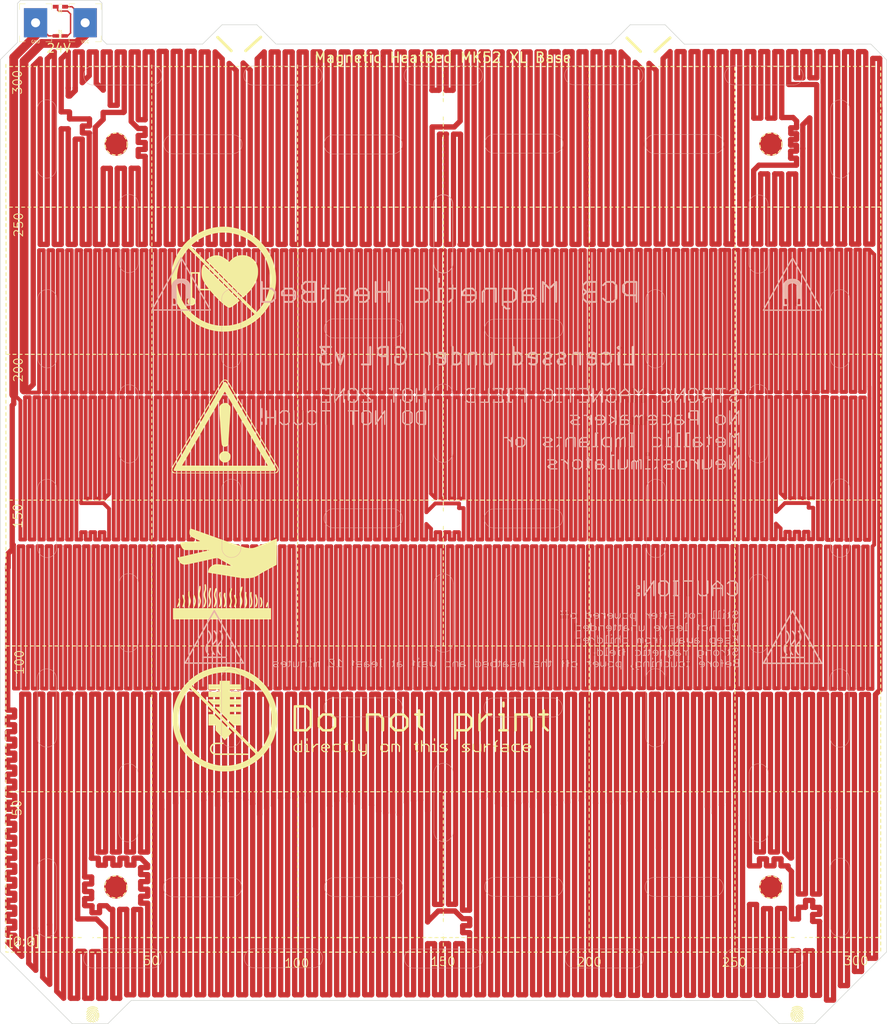
<source format=kicad_pcb>
(kicad_pcb (version 20211014) (generator pcbnew)
  (layers (0 "F.Cu" signal) (31 "B.Cu" signal) (34 "B.Paste" user) (35 "F.Paste" user) (36 "B.SilkS" user "B.Silkscreen") (37 "F.SilkS" user "F.Silkscreen") (38 "B.Mask" user) (39 "F.Mask" user) (44 "Edge.Cuts" user))
  (net 0 "")
  (net 1 "Net-(D1-Pad2)")
  (net 2 "Net-(D1-Pad1)")
  (footprint "LEDs:LED_0805" (layer "F.Cu") (at 24.95 -422.525)
    (fp_text reference "D1")
    (fp_text value "LED_ALT")
  )
  (footprint "ok1hra:PCB-Large-pad" (layer "F.Cu") (at 33.45 -427.025)
    (fp_text reference "VCC")
    (fp_text value "VCC")
  )
  (footprint "ok1hra:PCB-Large-pad" (layer "F.Cu") (at 16.45 -427.025)
    (fp_text reference "GND")
    (fp_text value "GND")
  )
  (footprint "Resistors_SMD:R_0805" (layer "F.Cu") (at 24.95 -432.525 180)
    (fp_text reference "R1")
    (fp_text value "1k")
  )
  (footprint "" (layer "F.Cu") (at 86.35 -416.35)
    (fp_text reference "")
    (fp_text value "")
  )
  (footprint "" (layer "F.Cu") (at 226.35 -416.35)
    (fp_text reference "")
    (fp_text value "")
  )
  (footprint "" (layer "F.Cu") (at 278.5 -114.3)
    (fp_text reference "")
    (fp_text value "")
  )
  (footprint "ok1hra:PRUSA-HB52Fvanilla" (layer "F.Cu") (at 132.694788 -217.519166)
    (fp_text reference "G***" hide)
    (fp_text value "LOGO" hide)
  )
  (footprint "" (layer "F.Cu") (at 268.625 -130.675)
    (fp_text reference "")
    (fp_text value "")
  )
  (footprint "" (layer "F.Cu") (at 156.35 -116.55)
    (fp_text reference "")
    (fp_text value "")
  )
  (footprint "" (layer "F.Cu") (at 34.2 -114.3)
    (fp_text reference "")
    (fp_text value "")
  )
  (footprint "" (layer "F.Cu") (at 156.35 -257.075)
    (fp_text reference "")
    (fp_text value "")
  )
  (footprint "clipboard:c10eb88b-2054-4f1b-887e-1baf50918eb1" (layer "F.Cu") (at 267.659116 -381.946965)
    (fp_text reference "")
    (fp_text value "")
  )
  (footprint "clipboard:c10eb88b-2054-4f1b-887e-1baf50918eb1" (layer "F.Cu") (at 43.034116 -127.221965)
    (fp_text reference "")
    (fp_text value "")
  )
  (footprint "" (layer "F.Cu") (at 43.975 -130.675)
    (fp_text reference "")
    (fp_text value "")
  )
  (footprint "ok1hra:PRUSA-HB52Fvanilla" (layer "F.Cu") (at 131.275 -216.125)
    (fp_text reference "G***" hide)
    (fp_text value "LOGO" hide)
  )
  (footprint "" (layer "F.Cu") (at 268.625 -385.4)
    (fp_text reference "")
    (fp_text value "")
  )
  (footprint "clipboard:c10eb88b-2054-4f1b-887e-1baf50918eb1" (layer "F.Cu") (at 43.134116 -381.946965)
    (fp_text reference "")
    (fp_text value "")
  )
  (footprint "" (layer "F.Cu") (at 34.075 -399.725)
    (fp_text reference "")
    (fp_text value "")
  )
  (footprint "" (layer "F.Cu") (at 44.125 -385.4)
    (fp_text reference "")
    (fp_text value "")
  )
  (footprint "" (layer "F.Cu") (at 36.35 -257.075)
    (fp_text reference "")
    (fp_text value "")
  )
  (footprint "clipboard:c10eb88b-2054-4f1b-887e-1baf50918eb1" (layer "F.Cu") (at 267.659116 -127.171965)
    (fp_text reference "")
    (fp_text value "")
  )
  (footprint "" (layer "F.Cu") (at 278.575 -399.7)
    (fp_text reference "")
    (fp_text value "")
  )
  (footprint "" (layer "F.Cu") (at 24.725 -427.175)
    (fp_text reference "")
    (fp_text value "")
  )
  (footprint "" (layer "F.Cu") (at 156.325 -397.575)
    (fp_text reference "")
    (fp_text value "")
  )
  (footprint "" (layer "F.Cu") (at 276.375 -257.075)
    (fp_text reference "")
    (fp_text value "")
  )
  (footprint "ok1hra:PRUSA-HB52B" (layer "B.Cu") (at 175.601887 -293.770742 180)
    (fp_text reference "G***" hide)
    (fp_text value "LOGO" hide)
  )
  (gr_line (start 194.151289 -134.000158) (end 173.751289 -133.988798) (layer "B.SilkS") (width 0.12))
  (gr_line (start 118.539096 -189.013798) (end 138.951289 -189.025158) (layer "B.SilkS") (width 0.12))
  (gr_arc (start 45.138798 -365.035904) (mid 48.48751 -368.162859) (end 51.663798 -364.860904) (layer "B.SilkS") (width 0.12))
  (gr_line (start 276.535904 -412.236202) (end 256.123711 -412.224842) (layer "B.SilkS") (width 0.12))
  (gr_arc (start 118.639096 -318.963798) (mid 115.512141 -322.31251) (end 118.814096 -325.488798) (layer "B.SilkS") (width 0.12))
  (gr_line (start 295.625158 -376.898711) (end 295.613798 -397.298711) (layer "B.SilkS") (width 0.12))
  (gr_line (start 194.185904 -388.811202) (end 173.773711 -388.799842) (layer "B.SilkS") (width 0.12))
  (gr_arc (start 80.213798 -202.385904) (mid 83.56251 -205.512859) (end 86.738798 -202.210904) (layer "B.SilkS") (width 0.12))
  (gr_line (start 249.235904 -388.686202) (end 228.823711 -388.674842) (layer "B.SilkS") (width 0.12))
  (gr_arc (start 276.601289 -109.475158) (mid 279.728244 -106.126446) (end 276.426289 -102.950158) (layer "B.SilkS") (width 0.12))
  (gr_line (start 276.551289 -109.475158) (end 256.151289 -109.463798) (layer "B.SilkS") (width 0.12))
  (gr_arc (start 159.600158 -149.373711) (mid 156.251446 -146.246756) (end 153.075158 -149.548711) (layer "B.SilkS") (width 0.12))
  (gr_line (start 261.013798 -299.860904) (end 261.025158 -279.448711) (layer "B.SilkS") (width 0.12))
  (gr_line (start 221.701289 -109.425158) (end 201.301289 -109.413798) (layer "B.SilkS") (width 0.12))
  (gr_line (start 45.138798 -365.035904) (end 45.150158 -344.623711) (layer "B.SilkS") (width 0.12))
  (gr_line (start 139.176289 -325.500158) (end 118.776289 -325.488798) (layer "B.SilkS") (width 0.12))
  (gr_arc (start 166.560904 -412.211202) (mid 169.687859 -408.86249) (end 166.385904 -405.686202) (layer "B.SilkS") (width 0.12))
  (gr_arc (start 139.226289 -325.500158) (mid 142.353244 -322.151446) (end 139.051289 -318.975158) (layer "B.SilkS") (width 0.12))
  (gr_line (start 256.014096 -102.938798) (end 276.426289 -102.950158) (layer "B.SilkS") (width 0.12))
  (gr_arc (start 139.251289 -133.925158) (mid 142.378244 -130.576446) (end 139.076289 -127.400158) (layer "B.SilkS") (width 0.12))
  (gr_arc (start 232.500158 -246.773711) (mid 229.151446 -243.646756) (end 225.975158 -246.948711) (layer "B.SilkS") (width 0.12))
  (gr_arc (start 232.325158 -181.823711) (mid 228.976446 -178.696756) (end 225.800158 -181.998711) (layer "B.SilkS") (width 0.12))
  (gr_line (start 261.088798 -364.860904) (end 261.100158 -344.448711) (layer "B.SilkS") (width 0.12))
  (gr_arc (start 56.626289 -109.475158) (mid 59.753244 -106.126446) (end 56.451289 -102.950158) (layer "B.SilkS") (width 0.12))
  (gr_arc (start 45.138798 -235.010904) (mid 48.48751 -238.137859) (end 51.663798 -234.835904) (layer "B.SilkS") (width 0.12))
  (gr_arc (start 225.963798 -267.360904) (mid 229.31251 -270.487859) (end 232.488798 -267.185904) (layer "B.SilkS") (width 0.12))
  (gr_arc (start 173.414096 -188.963798) (mid 170.287141 -192.31251) (end 173.589096 -195.488798) (layer "B.SilkS") (width 0.12))
  (gr_arc (start 194.101289 -260.325158) (mid 197.228244 -256.976446) (end 193.926289 -253.800158) (layer "B.SilkS") (width 0.12))
  (gr_line (start 84.135904 -388.636202) (end 63.723711 -388.624842) (layer "B.SilkS") (width 0.12))
  (gr_line (start 153.063798 -169.960904) (end 153.075158 -149.548711) (layer "B.SilkS") (width 0.12))
  (gr_line (start 166.560904 -412.211202) (end 146.148711 -412.199842) (layer "B.SilkS") (width 0.12))
  (gr_line (start 232.300158 -311.848711) (end 232.288798 -332.248711) (layer "B.SilkS") (width 0.12))
  (gr_line (start 159.475158 -344.348711) (end 159.463798 -364.748711) (layer "B.SilkS") (width 0.12))
  (gr_line (start 80.288798 -332.435904) (end 80.300158 -312.023711) (layer "B.SilkS") (width 0.12))
  (gr_arc (start 51.725158 -279.198711) (mid 48.376446 -276.071756) (end 45.200158 -279.373711) (layer "B.SilkS") (width 0.12))
  (gr_line (start 139.035904 -388.561202) (end 118.623711 -388.549842) (layer "B.SilkS") (width 0.12))
  (gr_line (start 152.938798 -364.885904) (end 152.950158 -344.473711) (layer "B.SilkS") (width 0.12))
  (gr_arc (start 51.675158 -344.448711) (mid 48.326446 -341.321756) (end 45.150158 -344.623711) (layer "B.SilkS") (width 0.12))
  (gr_line (start 255.998711 -405.699842) (end 276.398711 -405.711202) (layer "B.SilkS") (width 0.12))
  (gr_arc (start 295.625158 -376.848711) (mid 292.276446 -373.721756) (end 289.100158 -377.023711) (layer "B.SilkS") (width 0.12))
  (gr_line (start 23.650158 -116.773711) (end 23.638798 -137.173711) (layer "B.SilkS") (width 0.12))
  (gr_line (start 118.514096 -253.838798) (end 138.926289 -253.850158) (layer "B.SilkS") (width 0.12))
  (gr_line (start 63.598711 -382.099842) (end 83.998711 -382.111202) (layer "B.SilkS") (width 0.12))
  (gr_line (start 56.576289 -109.475158) (end 36.176289 -109.463798) (layer "B.SilkS") (width 0.12))
  (gr_arc (start 261.088798 -364.860904) (mid 264.43751 -367.987859) (end 267.613798 -364.685904) (layer "B.SilkS") (width 0.12))
  (gr_arc (start 295.600158 -246.873711) (mid 292.251446 -243.746756) (end 289.075158 -247.048711) (layer "B.SilkS") (width 0.12))
  (gr_line (start 23.550158 -376.948711) (end 23.538798 -397.348711) (layer "B.SilkS") (width 0.12))
  (gr_arc (start 118.539096 -189.013798) (mid 115.412141 -192.36251) (end 118.714096 -195.538798) (layer "B.SilkS") (width 0.12))
  (gr_line (start 36.039096 -102.938798) (end 56.451289 -102.950158) (layer "B.SilkS") (width 0.12))
  (gr_line (start 267.625158 -344.323711) (end 267.613798 -364.723711) (layer "B.SilkS") (width 0.12))
  (gr_arc (start 36.075 -405.675) (mid 32.948045 -409.023712) (end 36.25 -412.2) (layer "B.SilkS") (width 0.12))
  (gr_arc (start 17.188798 -332.410904) (mid 20.53751 -335.537859) (end 23.713798 -332.235904) (layer "B.SilkS") (width 0.12))
  (gr_arc (start 225.763798 -332.385904) (mid 229.11251 -335.512859) (end 232.288798 -332.210904) (layer "B.SilkS") (width 0.12))
  (gr_line (start 111.560904 -412.186202) (end 91.148711 -412.174842) (layer "B.SilkS") (width 0.12))
  (gr_line (start 295.600158 -246.923711) (end 295.588798 -267.323711) (layer "B.SilkS") (width 0.12))
  (gr_line (start 91.164096 -102.988798) (end 111.576289 -103.000158) (layer "B.SilkS") (width 0.12))
  (gr_line (start 166.576289 -109.400158) (end 146.176289 -109.388798) (layer "B.SilkS") (width 0.12))
  (gr_arc (start 23.725158 -311.823711) (mid 20.376446 -308.696756) (end 17.200158 -311.998711) (layer "B.SilkS") (width 0.12))
  (gr_line (start 118.639096 -318.963798) (end 139.051289 -318.975158) (layer "B.SilkS") (width 0.12))
  (gr_arc (start 159.500158 -279.398711) (mid 156.151446 -276.271756) (end 152.975158 -279.573711) (layer "B.SilkS") (width 0.12))
  (gr_arc (start 194.185904 -388.811202) (mid 197.312859 -385.46249) (end 194.010904 -382.286202) (layer "B.SilkS") (width 0.12))
  (gr_line (start 111.701289 -109.525158) (end 91.301289 -109.513798) (layer "B.SilkS") (width 0.12))
  (gr_arc (start 295.475158 -181.748711) (mid 292.126446 -178.621756) (end 288.950158 -181.923711) (layer "B.SilkS") (width 0.12))
  (gr_line (start 173.414096 -188.963798) (end 193.826289 -188.975158) (layer "B.SilkS") (width 0.12))
  (gr_arc (start 90.973711 -405.649842) (mid 87.846756 -408.998554) (end 91.148711 -412.174842) (layer "B.SilkS") (width 0.12))
  (gr_line (start 201.073711 -405.749842) (end 221.473711 -405.761202) (layer "B.SilkS") (width 0.12))
  (gr_arc (start 139.035904 -388.561202) (mid 142.162859 -385.21249) (end 138.860904 -382.036202) (layer "B.SilkS") (width 0.12))
  (gr_arc (start 146.039096 -102.863798) (mid 142.912141 -106.21251) (end 146.214096 -109.388798) (layer "B.SilkS") (width 0.12))
  (gr_line (start 80.213798 -202.385904) (end 80.225158 -181.973711) (layer "B.SilkS") (width 0.12))
  (gr_arc (start 267.625158 -344.273711) (mid 264.276446 -341.146756) (end 261.100158 -344.448711) (layer "B.SilkS") (width 0.12))
  (gr_arc (start 56.662193 -412.21136) (mid 59.789148 -408.862648) (end 56.487193 -405.68636) (layer "B.SilkS") (width 0.12))
  (gr_line (start 51.725158 -279.248711) (end 51.713798 -299.648711) (layer "B.SilkS") (width 0.12))
  (gr_line (start 173.614096 -127.463798) (end 194.026289 -127.475158) (layer "B.SilkS") (width 0.12))
  (gr_arc (start 51.675158 -214.423711) (mid 48.326446 -211.296756) (end 45.150158 -214.598711) (layer "B.SilkS") (width 0.12))
  (gr_line (start 86.875158 -246.848711) (end 86.863798 -267.248711) (layer "B.SilkS") (width 0.12))
  (gr_line (start 139.076289 -195.550158) (end 118.676289 -195.538798) (layer "B.SilkS") (width 0.12))
  (gr_arc (start 255.948711 -405.699842) (mid 252.821756 -409.048554) (end 256.123711 -412.224842) (layer "B.SilkS") (width 0.12))
  (gr_line (start 261.138798 -234.760904) (end 261.150158 -214.348711) (layer "B.SilkS") (width 0.12))
  (gr_arc (start 225.788798 -202.410904) (mid 229.13751 -205.537859) (end 232.313798 -202.235904) (layer "B.SilkS") (width 0.12))
  (gr_line (start 80.338798 -267.385904) (end 80.350158 -246.973711) (layer "B.SilkS") (width 0.12))
  (gr_line (start 289.063798 -267.460904) (end 289.075158 -247.048711) (layer "B.SilkS") (width 0.12))
  (gr_arc (start 194.201289 -134.000158) (mid 197.328244 -130.651446) (end 194.026289 -127.475158) (layer "B.SilkS") (width 0.12))
  (gr_arc (start 152.963798 -299.985904) (mid 156.31251 -303.112859) (end 159.488798 -299.810904) (layer "B.SilkS") (width 0.12))
  (gr_arc (start 289.063798 -332.385904) (mid 292.41251 -335.512859) (end 295.588798 -332.210904) (layer "B.SilkS") (width 0.12))
  (gr_arc (start 201.023711 -405.749842) (mid 197.896756 -409.098554) (end 201.198711 -412.274842) (layer "B.SilkS") (width 0.12))
  (gr_arc (start 289.088798 -397.435904) (mid 292.43751 -400.562859) (end 295.613798 -397.260904) (layer "B.SilkS") (width 0.12))
  (gr_arc (start 194.001289 -195.500158) (mid 197.128244 -192.151446) (end 193.826289 -188.975158) (layer "B.SilkS") (width 0.12))
  (gr_arc (start 118.448711 -382.024842) (mid 115.321756 -385.373554) (end 118.623711 -388.549842) (layer "B.SilkS") (width 0.12))
  (gr_arc (start 159.650158 -214.323711) (mid 156.301446 -211.196756) (end 153.125158 -214.498711) (layer "B.SilkS") (width 0.12))
  (gr_arc (start 17.038798 -202.360904) (mid 20.38751 -205.487859) (end 23.563798 -202.185904) (layer "B.SilkS") (width 0.12))
  (gr_line (start 194.051289 -260.325158) (end 173.651289 -260.313798) (layer "B.SilkS") (width 0.12))
  (gr_arc (start 232.300158 -311.798711) (mid 228.951446 -308.671756) (end 225.775158 -311.973711) (layer "B.SilkS") (width 0.12))
  (gr_line (start 17.038798 -202.360904) (end 17.050158 -181.948711) (layer "B.SilkS") (width 0.12))
  (gr_line (start 17.138798 -267.360904) (end 17.150158 -246.948711) (layer "B.SilkS") (width 0.12))
  (gr_arc (start 23.550158 -376.898711) (mid 20.201446 -373.771756) (end 17.025158 -377.073711) (layer "B.SilkS") (width 0.12))
  (gr_line (start 139.201289 -133.925158) (end 118.801289 -133.913798) (layer "B.SilkS") (width 0.12))
  (gr_line (start 84.001289 -133.850158) (end 63.601289 -133.838798) (layer "B.SilkS") (width 0.12))
  (gr_line (start 139.051289 -260.375158) (end 118.651289 -260.363798) (layer "B.SilkS") (width 0.12))
  (gr_line (start 225.788798 -202.410904) (end 225.800158 -181.998711) (layer "B.SilkS") (width 0.12))
  (gr_arc (start 86.875158 -246.798711) (mid 83.526446 -243.671756) (end 80.350158 -246.973711) (layer "B.SilkS") (width 0.12))
  (gr_line (start 267.550158 -279.323711) (end 267.538798 -299.723711) (layer "B.SilkS") (width 0.12))
  (gr_arc (start 153.038798 -365.010904) (mid 156.38751 -368.137859) (end 159.563798 -364.835904) (layer "B.SilkS") (width 0.12))
  (gr_line (start 17.188798 -332.410904) (end 17.200158 -311.998711) (layer "B.SilkS") (width 0.12))
  (gr_line (start 118.664096 -127.388798) (end 139.076289 -127.400158) (layer "B.SilkS") (width 0.12))
  (gr_arc (start 86.825158 -311.848711) (mid 83.476446 -308.721756) (end 80.300158 -312.023711) (layer "B.SilkS") (width 0.12))
  (gr_line (start 289.088798 -397.435904) (end 289.100158 -377.023711) (layer "B.SilkS") (width 0.12))
  (gr_line (start 51.675158 -344.498711) (end 51.663798 -364.898711) (layer "B.SilkS") (width 0.12))
  (gr_arc (start 295.600158 -311.798711) (mid 292.251446 -308.671756) (end 289.075158 -311.973711) (layer "B.SilkS") (width 0.12))
  (gr_line (start 86.750158 -181.848711) (end 86.738798 -202.248711) (layer "B.SilkS") (width 0.12))
  (gr_arc (start 17.013798 -397.485904) (mid 20.36251 -400.612859) (end 23.538798 -397.310904) (layer "B.SilkS") (width 0.12))
  (gr_arc (start 152.938798 -364.885904) (mid 156.28751 -368.012859) (end 159.463798 -364.710904) (layer "B.SilkS") (width 0.12))
  (gr_line (start 153.038798 -365.010904) (end 153.050158 -344.598711) (layer "B.SilkS") (width 0.12))
  (gr_line (start 288.938798 -202.335904) (end 288.950158 -181.923711) (layer "B.SilkS") (width 0.12))
  (gr_arc (start 173.598711 -382.274842) (mid 170.471756 -385.623554) (end 173.773711 -388.799842) (layer "B.SilkS") (width 0.12))
  (gr_arc (start 45.188798 -299.785904) (mid 48.53751 -302.912859) (end 51.713798 -299.610904) (layer "B.SilkS") (width 0.12))
  (gr_arc (start 249.235904 -388.686202) (mid 252.362859 -385.33749) (end 249.060904 -382.161202) (layer "B.SilkS") (width 0.12))
  (gr_line (start 146.023711 -405.674842) (end 166.423711 -405.686202) (layer "B.SilkS") (width 0.12))
  (gr_line (start 173.648711 -382.274842) (end 194.048711 -382.286202) (layer "B.SilkS") (width 0.12))
  (gr_arc (start 23.675158 -246.773711) (mid 20.326446 -243.646756) (end 17.150158 -246.948711) (layer "B.SilkS") (width 0.12))
  (gr_line (start 17.013798 -397.485904) (end 17.025158 -377.073711) (layer "B.SilkS") (width 0.12))
  (gr_line (start 173.614096 -318.838798) (end 194.026289 -318.850158) (layer "B.SilkS") (width 0.12))
  (gr_arc (start 173.614096 -318.838798) (mid 170.487141 -322.18751) (end 173.789096 -325.363798) (layer "B.SilkS") (width 0.12))
  (gr_arc (start 51.550158 -149.248711) (mid 48.201446 -146.121756) (end 45.025158 -149.423711) (layer "B.SilkS") (width 0.12))
  (gr_line (start 51.675158 -214.473711) (end 51.663798 -234.873711) (layer "B.SilkS") (width 0.12))
  (gr_arc (start 267.675158 -214.173711) (mid 264.326446 -211.046756) (end 261.150158 -214.348711) (layer "B.SilkS") (width 0.12))
  (gr_line (start 228.698711 -382.149842) (end 249.098711 -382.161202) (layer "B.SilkS") (width 0.12))
  (gr_line (start 225.763798 -332.385904) (end 225.775158 -311.973711) (layer "B.SilkS") (width 0.12))
  (gr_line (start 23.575158 -181.823711) (end 23.563798 -202.223711) (layer "B.SilkS") (width 0.12))
  (gr_line (start 63.464096 -127.313798) (end 83.876289 -127.325158) (layer "B.SilkS") (width 0.12))
  (gr_arc (start 228.648711 -382.149842) (mid 225.521756 -385.498554) (end 228.823711 -388.674842) (layer "B.SilkS") (width 0.12))
  (gr_arc (start 159.475158 -344.298711) (mid 156.126446 -341.171756) (end 152.950158 -344.473711) (layer "B.SilkS") (width 0.12))
  (gr_arc (start 288.988798 -137.410904) (mid 292.33751 -140.537859) (end 295.513798 -137.235904) (layer "B.SilkS") (width 0.12))
  (gr_line (start 23.675158 -246.823711) (end 23.663798 -267.223711) (layer "B.SilkS") (width 0.12))
  (gr_line (start 45.013798 -169.835904) (end 45.025158 -149.423711) (layer "B.SilkS") (width 0.12))
  (gr_arc (start 139.101289 -260.375158) (mid 142.228244 -257.026446) (end 138.926289 -253.850158) (layer "B.SilkS") (width 0.12))
  (gr_arc (start 23.575158 -181.773711) (mid 20.226446 -178.646756) (end 17.050158 -181.948711) (layer "B.SilkS") (width 0.12))
  (gr_line (start 45.188798 -299.785904) (end 45.200158 -279.373711) (layer "B.SilkS") (width 0.12))
  (gr_arc (start 111.560904 -412.186202) (mid 114.687859 -408.83749) (end 111.385904 -405.661202) (layer "B.SilkS") (width 0.12))
  (gr_arc (start 276.535904 -412.236202) (mid 279.662859 -408.88749) (end 276.360904 -405.711202) (layer "B.SilkS") (width 0.12))
  (gr_line (start 267.725158 -149.273711) (end 267.713798 -169.673711) (layer "B.SilkS") (width 0.12))
  (gr_line (start 267.675158 -214.223711) (end 267.663798 -234.623711) (layer "B.SilkS") (width 0.12))
  (gr_line (start 173.514096 -253.788798) (end 193.926289 -253.800158) (layer "B.SilkS") (width 0.12))
  (gr_arc (start 63.464096 -127.313798) (mid 60.337141 -130.66251) (end 63.639096 -133.838798) (layer "B.SilkS") (width 0.12))
  (gr_arc (start 295.525158 -116.823711) (mid 292.176446 -113.696756) (end 289.000158 -116.998711) (layer "B.SilkS") (width 0.12))
  (gr_line (start 23.725158 -311.873711) (end 23.713798 -332.273711) (layer "B.SilkS") (width 0.12))
  (gr_line (start 221.610904 -412.286202) (end 201.198711 -412.274842) (layer "B.SilkS") (width 0.12))
  (gr_line (start 193.951289 -195.500158) (end 173.551289 -195.488798) (layer "B.SilkS") (width 0.12))
  (gr_line (start 45.138798 -235.010904) (end 45.150158 -214.598711) (layer "B.SilkS") (width 0.12))
  (gr_arc (start 17.113798 -137.310904) (mid 20.46251 -140.437859) (end 23.638798 -137.135904) (layer "B.SilkS") (width 0.12))
  (gr_arc (start 194.201289 -325.375158) (mid 197.328244 -322.026446) (end 194.026289 -318.850158) (layer "B.SilkS") (width 0.12))
  (gr_line (start 232.500158 -246.823711) (end 232.488798 -267.223711) (layer "B.SilkS") (width 0.12))
  (gr_arc (start 261.188798 -169.810904) (mid 264.53751 -172.937859) (end 267.713798 -169.635904) (layer "B.SilkS") (width 0.12))
  (gr_arc (start 118.664096 -127.388798) (mid 115.537141 -130.73751) (end 118.839096 -133.913798) (layer "B.SilkS") (width 0.12))
  (gr_arc (start 17.138798 -267.360904) (mid 20.48751 -270.487859) (end 23.663798 -267.185904) (layer "B.SilkS") (width 0.12))
  (gr_arc (start 91.164096 -102.988798) (mid 88.037141 -106.33751) (end 91.339096 -109.513798) (layer "B.SilkS") (width 0.12))
  (gr_arc (start 166.626289 -109.400158) (mid 169.753244 -106.051446) (end 166.451289 -102.875158) (layer "B.SilkS") (width 0.12))
  (gr_arc (start 45.013798 -169.835904) (mid 48.36251 -172.962859) (end 51.538798 -169.660904) (layer "B.SilkS") (width 0.12))
  (gr_line (start 159.600158 -149.423711) (end 159.588798 -169.823711) (layer "B.SilkS") (width 0.12))
  (gr_line (start 261.188798 -169.810904) (end 261.200158 -149.398711) (layer "B.SilkS") (width 0.12))
  (gr_line (start 295.525158 -116.873711) (end 295.513798 -137.273711) (layer "B.SilkS") (width 0.12))
  (gr_arc (start 118.514096 -253.838798) (mid 115.387141 -257.18751) (end 118.689096 -260.363798) (layer "B.SilkS") (width 0.12))
  (gr_arc (start 267.725158 -149.223711) (mid 264.376446 -146.096756) (end 261.200158 -149.398711) (layer "B.SilkS") (width 0.12))
  (gr_arc (start 289.063798 -267.460904) (mid 292.41251 -270.587859) (end 295.588798 -267.285904) (layer "B.SilkS") (width 0.12))
  (gr_line (start 159.575158 -344.473711) (end 159.563798 -364.873711) (layer "B.SilkS") (width 0.12))
  (gr_arc (start 145.973711 -405.674842) (mid 142.846756 -409.023554) (end 146.148711 -412.199842) (layer "B.SilkS") (width 0.12))
  (gr_arc (start 84.135904 -388.636202) (mid 87.262859 -385.28749) (end 83.960904 -382.111202) (layer "B.SilkS") (width 0.12))
  (gr_line (start 86.825158 -311.898711) (end 86.813798 -332.298711) (layer "B.SilkS") (width 0.12))
  (gr_line (start 288.988798 -137.410904) (end 289.000158 -116.998711) (layer "B.SilkS") (width 0.12))
  (gr_arc (start 221.751289 -109.425158) (mid 224.878244 -106.076446) (end 221.576289 -102.900158) (layer "B.SilkS") (width 0.12))
  (gr_arc (start 267.550158 -279.273711) (mid 264.201446 -276.146756) (end 261.025158 -279.448711) (layer "B.SilkS") (width 0.12))
  (gr_line (start 51.550158 -149.298711) (end 51.538798 -169.698711) (layer "B.SilkS") (width 0.12))
  (gr_line (start 295.475158 -181.798711) (end 295.463798 -202.198711) (layer "B.SilkS") (width 0.12))
  (gr_line (start 118.498711 -382.024842) (end 138.898711 -382.036202) (layer "B.SilkS") (width 0.12))
  (gr_line (start 159.650158 -214.373711) (end 159.638798 -234.773711) (layer "B.SilkS") (width 0.12))
  (gr_line (start 225.963798 -267.360904) (end 225.975158 -246.948711) (layer "B.SilkS") (width 0.12))
  (gr_arc (start 139.126289 -195.550158) (mid 142.253244 -192.201446) (end 138.951289 -189.025158) (layer "B.SilkS") (width 0.12))
  (gr_line (start 289.063798 -332.385904) (end 289.075158 -311.973711) (layer "B.SilkS") (width 0.12))
  (gr_arc (start 228.589096 -127.438798) (mid 225.462141 -130.78751) (end 228.764096 -133.963798) (layer "B.SilkS") (width 0.12))
  (gr_arc (start 159.575158 -344.423711) (mid 156.226446 -341.296756) (end 153.050158 -344.598711) (layer "B.SilkS") (width 0.12))
  (gr_arc (start 173.514096 -253.788798) (mid 170.387141 -257.13751) (end 173.689096 -260.313798) (layer "B.SilkS") (width 0.12))
  (gr_arc (start 201.164096 -102.888798) (mid 198.037141 -106.23751) (end 201.339096 -109.413798) (layer "B.SilkS") (width 0.12))
  (gr_line (start 17.113798 -137.310904) (end 17.125158 -116.898711) (layer "B.SilkS") (width 0.12))
  (gr_arc (start 84.051289 -133.850158) (mid 87.178244 -130.501446) (end 83.876289 -127.325158) (layer "B.SilkS") (width 0.12))
  (gr_arc (start 36.039096 -102.938798) (mid 32.912141 -106.28751) (end 36.214096 -109.463798) (layer "B.SilkS") (width 0.12))
  (gr_line (start 194.151289 -325.375158) (end 173.751289 -325.363798) (layer "B.SilkS") (width 0.12))
  (gr_arc (start 153.113798 -234.910904) (mid 156.46251 -238.037859) (end 159.638798 -234.735904) (layer "B.SilkS") (width 0.12))
  (gr_arc (start 153.063798 -169.960904) (mid 156.41251 -173.087859) (end 159.588798 -169.785904) (layer "B.SilkS") (width 0.12))
  (gr_line (start 249.126289 -133.975158) (end 228.726289 -133.963798) (layer "B.SilkS") (width 0.12))
  (gr_arc (start 261.013798 -299.860904) (mid 264.36251 -302.987859) (end 267.538798 -299.685904) (layer "B.SilkS") (width 0.12))
  (gr_arc (start 86.750158 -181.798711) (mid 83.401446 -178.671756) (end 80.225158 -181.973711) (layer "B.SilkS") (width 0.12))
  (gr_arc (start 256.014096 -102.938798) (mid 252.887141 -106.28751) (end 256.189096 -109.463798) (layer "B.SilkS") (width 0.12))
  (gr_line (start 146.039096 -102.863798) (end 166.451289 -102.875158) (layer "B.SilkS") (width 0.12))
  (gr_line (start 91.023711 -405.649842) (end 111.423711 -405.661202) (layer "B.SilkS") (width 0.12))
  (gr_line (start 201.164096 -102.888798) (end 221.576289 -102.900158) (layer "B.SilkS") (width 0.12))
  (gr_line (start 228.589096 -127.438798) (end 249.001289 -127.450158) (layer "B.SilkS") (width 0.12))
  (gr_arc (start 80.288798 -332.435904) (mid 83.63751 -335.562859) (end 86.813798 -332.260904) (layer "B.SilkS") (width 0.12))
  (gr_arc (start 173.614096 -127.463798) (mid 170.487141 -130.81251) (end 173.789096 -133.988798) (layer "B.SilkS") (width 0.12))
  (gr_line (start 56.662193 -412.21136) (end 36.25 -412.2) (layer "B.SilkS") (width 0.12))
  (gr_arc (start 249.176289 -133.975158) (mid 252.303244 -130.626446) (end 249.001289 -127.450158) (layer "B.SilkS") (width 0.12))
  (gr_arc (start 221.610904 -412.286202) (mid 224.737859 -408.93749) (end 221.435904 -405.761202) (layer "B.SilkS") (width 0.12))
  (gr_arc (start 63.548711 -382.099842) (mid 60.421756 -385.448554) (end 63.723711 -388.624842) (layer "B.SilkS") (width 0.12))
  (gr_arc (start 23.650158 -116.723711) (mid 20.301446 -113.596756) (end 17.125158 -116.898711) (layer "B.SilkS") (width 0.12))
  (gr_line (start 159.500158 -279.448711) (end 159.488798 -299.848711) (layer "B.SilkS") (width 0.12))
  (gr_arc (start 261.138798 -234.760904) (mid 264.48751 -237.887859) (end 267.663798 -234.585904) (layer "B.SilkS") (width 0.12))
  (gr_line (start 295.600158 -311.848711) (end 295.588798 -332.248711) (layer "B.SilkS") (width 0.12))
  (gr_arc (start 288.938798 -202.335904) (mid 292.28751 -205.462859) (end 295.463798 -202.160904) (layer "B.SilkS") (width 0.12))
  (gr_line (start 152.963798 -299.985904) (end 152.975158 -279.573711) (layer "B.SilkS") (width 0.12))
  (gr_line (start 36.125 -405.675) (end 56.525 -405.68636) (layer "B.SilkS") (width 0.12))
  (gr_arc (start 80.338798 -267.385904) (mid 83.68751 -270.512859) (end 86.863798 -267.210904) (layer "B.SilkS") (width 0.12))
  (gr_arc (start 111.751289 -109.525158) (mid 114.878244 -106.176446) (end 111.576289 -103.000158) (layer "B.SilkS") (width 0.12))
  (gr_line (start 232.325158 -181.873711) (end 232.313798 -202.273711) (layer "B.SilkS") (width 0.12))
  (gr_line (start 153.113798 -234.910904) (end 153.125158 -214.498711) (layer "B.SilkS") (width 0.12))
  (gr_line (start 228.8625 -417.15) (end 234.0375 -421.85) (layer "F.SilkS") (width 1))
  (gr_line (start 88.5 -417.4) (end 93.675 -422.1) (layer "F.SilkS") (width 1))
  (gr_line (start 223.9125 -417.15) (end 219.2625 -421.8) (layer "F.SilkS") (width 1))
  (gr_line (start 83.55 -417.4) (end 78.9 -422.05) (layer "F.SilkS") (width 1))
  (gr_line (start 41.2 -83.775) (end 29.05 -83.775) (layer "Edge.Cuts") (width 0.2))
  (gr_line (start 49.25 -91.775) (end 41.2 -83.775) (layer "Edge.Cuts") (width 0.2))
  (gr_line (start 39.25 -421.275) (end 40.85 -419.675) (layer "Edge.Cuts") (width 0.2))
  (gr_line (start 220.35 -426.325) (end 232.35 -426.325) (layer "Edge.Cuts") (width 0.2))
  (gr_line (start 92.35 -426.325) (end 98.9 -419.725) (layer "Edge.Cuts") (width 0.2))
  (gr_line (start 263.5 -91.775) (end 49.25 -91.775) (layer "Edge.Cuts") (width 0.2))
  (gr_line (start 4.35 -108.475) (end 4.35 -414.375) (layer "Edge.Cuts") (width 0.2))
  (gr_line (start 10.25 -433.675) (end 11.3 -434.725) (layer "Edge.Cuts") (width 0.2))
  (gr_line (start 40.85 -419.675) (end 73.75 -419.725) (layer "Edge.Cuts") (width 0.2))
  (gr_line (start 11.3 -434.725) (end 38.25 -434.725) (layer "Edge.Cuts") (width 0.2))
  (gr_line (start 10.25 -420.275) (end 10.25 -433.675) (layer "Edge.Cuts") (width 0.2))
  (gr_line (start 73.75 -419.725) (end 80.4 -426.325) (layer "Edge.Cuts") (width 0.2))
  (gr_line (start 38.25 -434.725) (end 39.25 -433.725) (layer "Edge.Cuts") (width 0.2))
  (gr_line (start 232.35 -426.325) (end 238.95 -419.675) (layer "Edge.Cuts") (width 0.2))
  (gr_line (start 80.4 -426.325) (end 92.35 -426.325) (layer "Edge.Cuts") (width 0.2))
  (gr_line (start 213.8 -419.725) (end 220.35 -426.325) (layer "Edge.Cuts") (width 0.2))
  (gr_line (start 283.65 -83.775) (end 271.5 -83.775) (layer "Edge.Cuts") (width 0.2))
  (gr_line (start 98.9 -419.725) (end 213.8 -419.725) (layer "Edge.Cuts") (width 0.2))
  (gr_line (start 308.35 -108.475) (end 283.65 -83.775) (layer "Edge.Cuts") (width 0.2))
  (gr_line (start 271.5 -83.775) (end 263.5 -91.775) (layer "Edge.Cuts") (width 0.2))
  (gr_line (start 302.9 -419.725) (end 308.35 -414.225) (layer "Edge.Cuts") (width 0.2))
  (gr_line (start 4.35 -414.375) (end 10.25 -420.275) (layer "Edge.Cuts") (width 0.2))
  (gr_line (start 29.05 -83.775) (end 4.35 -108.475) (layer "Edge.Cuts") (width 0.2))
  (gr_line (start 308.35 -414.225) (end 308.35 -108.475) (layer "Edge.Cuts") (width 0.2))
  (gr_line (start 238.95 -419.675) (end 302.9 -419.725) (layer "Edge.Cuts") (width 0.2))
  (gr_line (start 39.25 -433.725) (end 39.25 -421.275) (layer "Edge.Cuts") (width 0.2))
  (gr_text "24V" (at 24.375 -418.3) (layer "F.SilkS") (effects (font (size 3 3) (thickness 0.4))))
  (segment (start 24 -431.375) (end 24 -432.525) (width 0.5) (layer "F.Cu") (net 1))
  (segment (start 28.45 -423.525) (end 28.45 -430.025) (width 0.5) (layer "F.Cu") (net 1))
  (segment (start 24.35 -431.025) (end 24 -431.375) (width 0.5) (layer "F.Cu") (net 1))
  (segment (start 28.45 -430.025) (end 27.45 -431.025) (width 0.5) (layer "F.Cu") (net 1))
  (segment (start 27.45 -431.025) (end 24.35 -431.025) (width 0.5) (layer "F.Cu") (net 1))
  (segment (start 27.45 -422.525) (end 25.99902 -422.525) (width 0.5) (layer "F.Cu") (net 1))
  (segment (start 27.45 -422.525) (end 28.45 -423.525) (width 0.5) (layer "F.Cu") (net 1))
  (segment (start 249.3 -93.525) (end 249.3 -155.975) (width 1.8202) (layer "F.Cu") (net 2))
  (segment (start 274.75 -351.125) (end 274.75 -375.15) (width 1.8202) (layer "F.Cu") (net 2))
  (segment (start 298.75 -351.125) (end 296.35 -351.125) (width 1.8202) (layer "F.Cu") (net 2))
  (segment (start 30.05 -417.025) (end 32.45 -417.025) (width 1.8202) (layer "F.Cu") (net 2))
  (segment (start 294.45 -249.725) (end 294.45 -298.525) (width 1.3165) (layer "F.Cu") (net 2))
  (segment (start 217.65 -298.625) (end 219.25 -298.625) (width 1.3165) (layer "F.Cu") (net 2))
  (segment (start 233.65 -300.325) (end 235.25 -300.325) (width 1.3165) (layer "F.Cu") (net 2))
  (segment (start 152.05 -298.625) (end 152.05 -265.55) (width 1.3165) (layer "F.Cu") (net 2))
  (segment (start 102.875 -196.8) (end 105.275 -196.8) (width 1.8202) (layer "F.Cu") (net 2))
  (segment (start 155.25 -252.35) (end 153.65 -252.35) (width 1.3165) (layer "F.Cu") (net 2))
  (segment (start 212.45 -417.05) (end 212.45 -351.05) (width 1.8202) (layer "F.Cu") (net 2))
  (segment (start 154.65 -198.725) (end 153.05 -198.725) (width 1.3165) (layer "F.Cu") (net 2))
  (segment (start 182.075 -196.75) (end 182.075 -196.775) (width 1.8202) (layer "F.Cu") (net 2))
  (segment (start 275.175 -298.725) (end 275.175 -263.975) (width 1.3165) (layer "F.Cu") (net 2))
  (segment (start 298.65 -198.625) (end 300.25 -198.625) (width 1.3165) (layer "F.Cu") (net 2))
  (segment (start 66.875 -162.05) (end 66.9 -162.025) (width 1.8202) (layer "F.Cu") (net 2))
  (segment (start 33.65 -252.35) (end 32.05 -252.35) (width 1.3165) (layer "F.Cu") (net 2))
  (segment (start 247.45 -247.625) (end 247.45 -198.825) (width 1.3165) (layer "F.Cu") (net 2))
  (segment (start 31.45 -198.725) (end 31.45 -247.525) (width 1.3165) (layer "F.Cu") (net 2))
  (segment (start 143.45 -247.525) (end 141.85 -247.525) (width 1.3165) (layer "F.Cu") (net 2))
  (segment (start 82.65 -247.525) (end 81.05 -247.525) (width 1.3165) (layer "F.Cu") (net 2))
  (segment (start 10.65 -198.725) (end 9.05 -198.725) (width 1.3165) (layer "F.Cu") (net 2))
  (segment (start 286.35 -249.925) (end 284.75 -249.925) (width 1.3165) (layer "F.Cu") (net 2))
  (segment (start 155.675 -111.225) (end 155.675 -93.75) (width 1.8202) (layer "F.Cu") (net 2))
  (segment (start 153.275 -124.7) (end 155.675 -124.7) (width 1.8202) (layer "F.Cu") (net 2))
  (segment (start 266.1 -93.525) (end 266.1 -123.25) (width 1.8202) (layer "F.Cu") (net 2))
  (segment (start 23.675 -196.825) (end 21.275 -196.825) (width 1.8202) (layer "F.Cu") (net 2))
  (segment (start 161.65 -263.875) (end 161.675 -263.85) (width 1.3165) (layer "F.Cu") (net 2))
  (segment (start 262.7 -351.15) (end 262.7 -376.375) (width 1.8202) (layer "F.Cu") (net 2))
  (segment (start 172.25 -198.725) (end 172.25 -247.525) (width 1.3165) (layer "F.Cu") (net 2))
  (segment (start 44.25 -198.725) (end 44.25 -247.525) (width 1.3165) (layer "F.Cu") (net 2))
  (segment (start 297.65 -298.525) (end 296.05 -298.525) (width 1.3165) (layer "F.Cu") (net 2))
  (segment (start 6.9 -178.975) (end 6.9 -176.575) (width 1.8202) (layer "F.Cu") (net 2))
  (segment (start 298.7 -417.1) (end 298.675 -417.125) (width 1.8202) (layer "F.Cu") (net 2))
  (segment (start 37.375 -406.2) (end 39.65 -403.925) (width 1.8202) (layer "F.Cu") (net 2))
  (segment (start 93.3 -155.575) (end 93.3 -93.725) (width 1.8202) (layer "F.Cu") (net 2))
  (segment (start 83.7 -93.725) (end 81.3 -93.725) (width 1.8202) (layer "F.Cu") (net 2))
  (segment (start 27.65 -417.025) (end 25.25 -414.625) (width 1.8202) (layer "F.Cu") (net 2))
  (segment (start 175.45 -247.525) (end 173.85 -247.525) (width 1.3165) (layer "F.Cu") (net 2))
  (segment (start 47.45 -247.525) (end 45.85 -247.525) (width 1.3165) (layer "F.Cu") (net 2))
  (segment (start 174.875 -159.325) (end 174.9 -159.3) (width 1.8202) (layer "F.Cu") (net 2))
  (segment (start 49.05 -198.725) (end 47.45 -198.725) (width 1.3165) (layer "F.Cu") (net 2))
  (segment (start 34.65 -247.525) (end 33.05 -247.525) (width 1.3165) (layer "F.Cu") (net 2))
  (segment (start 54.875 -142.65) (end 54.875 -196.75) (width 1.8202) (layer "F.Cu") (net 2))
  (segment (start 164.85 -249.825) (end 166.45 -249.825) (width 1.3165) (layer "F.Cu") (net 2))
  (segment (start 52.5 -125.125) (end 54.9 -125.125) (width 1.8202) (layer "F.Cu") (net 2))
  (segment (start 45.85 -198.725) (end 44.25 -198.725) (width 1.3165) (layer "F.Cu") (net 2))
  (segment (start 175.45 -198.725) (end 175.45 -247.525) (width 1.3165) (layer "F.Cu") (net 2))
  (segment (start 184.475 -159.875) (end 184.5 -159.85) (width 1.8202) (layer "F.Cu") (net 2))
  (segment (start 50.175 -140.575) (end 50.175 -138.175) (width 1.8202) (layer "F.Cu") (net 2))
  (segment (start 18.55 -419.925) (end 30.55 -419.925) (width 3) (layer "F.Cu") (net 2))
  (segment (start 224.45 -351.125) (end 226.85 -351.125) (width 1.8202) (layer "F.Cu") (net 2))
  (segment (start 36.925 -391.175) (end 36.925 -351.025) (width 1.8202) (layer "F.Cu") (net 2))
  (segment (start 112.475 -196.8) (end 112.475 -151.4) (width 1.8202) (layer "F.Cu") (net 2))
  (segment (start 136.475 -156.1) (end 136.5 -156.075) (width 1.8202) (layer "F.Cu") (net 2))
  (segment (start 165.275 -196.775) (end 167.675 -196.775) (width 1.8202) (layer "F.Cu") (net 2))
  (segment (start 47.775 -140.575) (end 45.375 -140.575) (width 1.8202) (layer "F.Cu") (net 2))
  (segment (start 302.4 -302.275) (end 302.4 -301.225) (width 1.3165) (layer "F.Cu") (net 2))
  (segment (start 291.25 -249.725) (end 291.25 -298.525) (width 1.3165) (layer "F.Cu") (net 2))
  (segment (start 44.25 -247.525) (end 42.65 -247.525) (width 1.3165) (layer "F.Cu") (net 2))
  (segment (start 114.875 -196.8) (end 114.875 -156.35) (width 1.8202) (layer "F.Cu") (net 2))
  (segment (start 242.65 -247.625) (end 241.05 -247.625) (width 1.3165) (layer "F.Cu") (net 2))
  (segment (start 286.35 -298.725) (end 286.35 -249.925) (width 1.3165) (layer "F.Cu") (net 2))
  (segment (start 117.3 -93.725) (end 114.9 -93.725) (width 1.8202) (layer "F.Cu") (net 2))
  (segment (start 81.3 -93.725) (end 81.3 -161.275) (width 1.8202) (layer "F.Cu") (net 2))
  (segment (start 49.3 -377.075) (end 49.25 -377.125) (width 1.8202) (layer "F.Cu") (net 2))
  (segment (start 203.7 -160.3) (end 203.7 -93.725) (width 1.8202) (layer "F.Cu") (net 2))
  (segment (start 6.9 -240.05) (end 6.9 -192.125) (width 1.8202) (layer "F.Cu") (net 2))
  (segment (start 281.975 -417.1) (end 281.975 -408.15) (width 1.8202) (layer "F.Cu") (net 2))
  (segment (start 280.95 -198.825) (end 279.35 -198.825) (width 1.3165) (layer "F.Cu") (net 2))
  (segment (start 246.875 -196.775) (end 249.275 -196.775) (width 1.8202) (layer "F.Cu") (net 2))
  (segment (start 283.15 -349.125) (end 283.15 -300.325) (width 1.3165) (layer "F.Cu") (net 2))
  (segment (start 139.25 -298.625) (end 137.65 -298.625) (width 1.3165) (layer "F.Cu") (net 2))
  (segment (start 181.25 -417.025) (end 181.25 -351.025) (width 1.8202) (layer "F.Cu") (net 2))
  (segment (start 34.85 -417.025) (end 37.25 -417.025) (width 1.8202) (layer "F.Cu") (net 2))
  (segment (start 64.05 -249.825) (end 62.45 -249.825) (width 1.3165) (layer "F.Cu") (net 2))
  (segment (start 105.65 -349.025) (end 105.65 -300.225) (width 1.3165) (layer "F.Cu") (net 2))
  (segment (start 108.25 -247.525) (end 106.65 -247.525) (width 1.3165) (layer "F.Cu") (net 2))
  (segment (start 32.05 -262.3) (end 39.725 -262.3) (width 1.3165) (layer "F.Cu") (net 2))
  (segment (start 280.55 -126.075) (end 282.95 -126.075) (width 1.8202) (layer "F.Cu") (net 2))
  (segment (start 251.675 -196.775) (end 254.075 -196.775) (width 1.8202) (layer "F.Cu") (net 2))
  (segment (start 71.7 -93.725) (end 71.7 -196.775) (width 1.8202) (layer "F.Cu") (net 2))
  (segment (start 51.65 -377.125) (end 49.25 -377.125) (width 1.8202) (layer "F.Cu") (net 2))
  (segment (start 6.85 -186.325) (end 9.25 -186.325) (width 1.8202) (layer "F.Cu") (net 2))
  (segment (start 178.65 -198.725) (end 178.65 -247.525) (width 1.3165) (layer "F.Cu") (net 2))
  (segment (start 54.875 -196.825) (end 57.275 -196.825) (width 1.8202) (layer "F.Cu") (net 2))
  (segment (start 42.85 -142.7) (end 42.8 -142.65) (width 1.8202) (layer "F.Cu") (net 2))
  (segment (start 236.25 -247.625) (end 234.65 -247.625) (width 1.3165) (layer "F.Cu") (net 2))
  (segment (start 195.625 -417.075) (end 193.225 -417.075) (width 1.8202) (layer "F.Cu") (net 2))
  (segment (start 244.475 -196.775) (end 244.5 -196.75) (width 1.8202) (layer "F.Cu") (net 2))
  (segment (start 213.275 -196.775) (end 213.275 -159.775) (width 1.8202) (layer "F.Cu") (net 2))
  (segment (start 229.25 -410.675) (end 229.25 -351.125) (width 1.8202) (layer "F.Cu") (net 2))
  (segment (start 292.5 -96.875) (end 294.9 -96.875) (width 1.8202) (layer "F.Cu") (net 2))
  (segment (start 35.25 -349.025) (end 35.25 -300.225) (width 1.3165) (layer "F.Cu") (net 2))
  (segment (start 9.3 -166.975) (end 9.3 -164.575) (width 1.8202) (layer "F.Cu") (net 2))
  (segment (start 51.65 -385.975) (end 54.05 -385.975) (width 1.8202) (layer "F.Cu") (net 2))
  (segment (start 151.45 -198.725) (end 149.85 -198.725) (width 1.3165) (layer "F.Cu") (net 2))
  (segment (start 300.25 -247.425) (end 301.85 -247.425) (width 1.3165) (layer "F.Cu") (net 2))
  (segment (start 28.35 -92.675) (end 28.5 -92.525) (width 1.8202) (layer "F.Cu") (net 2))
  (segment (start 272.325 -375.2) (end 269.925 -375.2) (width 1.8202) (layer "F.Cu") (net 2))
  (segment (start 6.9 -114.125) (end 9.3 -114.125) (width 1.8202) (layer "F.Cu") (net 2))
  (segment (start 260.35 -351.125) (end 257.95 -351.125) (width 1.8202) (layer "F.Cu") (net 2))
  (segment (start 32.45 -387.125) (end 30.05 -387.125) (width 1.8202) (layer "F.Cu") (net 2))
  (segment (start 92.25 -247.525) (end 90.65 -247.525) (width 1.3165) (layer "F.Cu") (net 2))
  (segment (start 195.25 -298.625) (end 196.85 -298.625) (width 1.3165) (layer "F.Cu") (net 2))
  (segment (start 168.05 -249.825) (end 169.65 -249.825) (width 1.3165) (layer "F.Cu") (net 2))
  (segment (start 28.25 -247.525) (end 26.65 -247.525) (width 1.3165) (layer "F.Cu") (net 2))
  (segment (start 32.05 -298.625) (end 32.05 -262.3) (width 1.3165) (layer "F.Cu") (net 2))
  (segment (start 286.35 -300.425) (end 286.35 -349.225) (width 1.3165) (layer "F.Cu") (net 2))
  (segment (start 58.65 -247.525) (end 58.65 -198.725) (width 1.3165) (layer "F.Cu") (net 2))
  (segment (start 26.075 -196.825) (end 28.475 -196.825) (width 1.8202) (layer "F.Cu") (net 2))
  (segment (start 104.05 -349.025) (end 105.65 -349.025) (width 1.3165) (layer "F.Cu") (net 2))
  (segment (start 199.45 -247.525) (end 199.45 -198.725) (width 1.3165) (layer "F.Cu") (net 2))
  (segment (start 137.65 -349.025) (end 137.65 -300.225) (width 1.3165) (layer "F.Cu") (net 2))
  (segment (start 36.925 -351.025) (end 39.65 -351.025) (width 1.8202) (layer "F.Cu") (net 2))
  (segment (start 12.5 -301.075) (end 13.7 -301.075) (width 1.8202) (layer "F.Cu") (net 2))
  (segment (start 263.35 -247.625) (end 261.75 -247.625) (width 1.3165) (layer "F.Cu") (net 2))
  (segment (start 16.5 -102.125) (end 16.5 -116.525) (width 1.8202) (layer "F.Cu") (net 2))
  (segment (start 271.95 -253.675) (end 270.35 -255.275) (width 1.3165) (layer "F.Cu") (net 2))
  (segment (start 94.45 -249.825) (end 94.45 -298.625) (width 1.3165) (layer "F.Cu") (net 2))
  (segment (start 220.475 -196.775) (end 220.475 -160.225) (width 1.8202) (layer "F.Cu") (net 2))
  (segment (start 196.85 -249.825) (end 198.45 -249.825) (width 1.3165) (layer "F.Cu") (net 2))
  (segment (start 114.65 -247.525) (end 113.05 -247.525) (width 1.3165) (layer "F.Cu") (net 2))
  (segment (start 47.775 -138.175) (end 47.775 -140.575) (width 1.8202) (layer "F.Cu") (net 2))
  (segment (start 41.05 -198.725) (end 41.05 -247.525) (width 1.3165) (layer "F.Cu") (net 2))
  (segment (start 73.65 -298.625) (end 73.65 -249.825) (width 1.3165) (layer "F.Cu") (net 2))
  (segment (start 30.45 -249.825) (end 30.45 -298.625) (width 1.3165) (layer "F.Cu") (net 2))
  (segment (start 170.65 -198.725) (end 169.05 -198.725) (width 1.3165) (layer "F.Cu") (net 2))
  (segment (start 165.85 -247.525) (end 164.25 -247.525) (width 1.3165) (layer "F.Cu") (net 2))
  (segment (start 253.75 -247.625) (end 252.15 -247.625) (width 1.3165) (layer "F.Cu") (net 2))
  (segment (start 267.15 -249.925) (end 265.55 -249.925) (width 1.3165) (layer "F.Cu") (net 2))
  (segment (start 27.625 -390.65) (end 25.225 -390.65) (width 1.8202) (layer "F.Cu") (net 2))
  (segment (start 244.5 -93.525) (end 246.9 -93.525) (width 1.8202) (layer "F.Cu") (net 2))
  (segment (start 172.475 -196.775) (end 172.475 -161.625) (width 1.8202) (layer "F.Cu") (net 2))
  (segment (start 33.65 -298.625) (end 32.05 -298.625) (width 1.3165) (layer "F.Cu") (net 2))
  (segment (start 249.3 -155.975) (end 249.3 -163.125) (width 1.8202) (layer "F.Cu") (net 2))
  (segment (start 189.85 -247.525) (end 189.85 -198.725) (width 1.3165) (layer "F.Cu") (net 2))
  (segment (start 216.05 -300.225) (end 216.05 -349.025) (width 1.3165) (layer "F.Cu") (net 2))
  (segment (start 300.85 -249.725) (end 300.85 -298.525) (width 1.3165) (layer "F.Cu") (net 2))
  (segment (start 165.85 -198.725) (end 165.85 -247.525) (width 1.3165) (layer "F.Cu") (net 2))
  (segment (start 299.25 -249.725) (end 297.65 -249.725) (width 1.3165) (layer "F.Cu") (net 2))
  (segment (start 93.85 -198.725) (end 92.25 -198.725) (width 1.3165) (layer "F.Cu") (net 2))
  (segment (start 270.35 -255.275) (end 270.35 -249.95) (width 1.3165) (layer "F.Cu") (net 2))
  (segment (start 50.175 -138.175) (end 47.775 -138.175) (width 1.8202) (layer "F.Cu") (net 2))
  (segment (start 246.9 -93.525) (end 246.9 -158.1) (width 1.8202) (layer "F.Cu") (net 2))
  (segment (start 78.875 -196.8) (end 81.275 -196.8) (width 1.8202) (layer "F.Cu") (net 2))
  (segment (start 124.85 -298.625) (end 124.85 -249.825) (width 1.3165) (layer "F.Cu") (net 2))
  (segment (start 123.25 -349.025) (end 124.85 -349.025) (width 1.3165) (layer "F.Cu") (net 2))
  (segment (start 147.25 -249.825) (end 145.65 -249.825) (width 1.3165) (layer "F.Cu") (net 2))
  (segment (start 159.45 -247.525) (end 157.85 -247.525) (width 1.3165) (layer "F.Cu") (net 2))
  (segment (start 99.65 -417.025) (end 99.65 -351.025) (width 1.8202) (layer "F.Cu") (net 2))
  (segment (start 297.05 -198.625) (end 297.05 -247.425) (width 1.3165) (layer "F.Cu") (net 2))
  (segment (start 302.4 -349.225) (end 302.4 -302.275) (width 1.3165) (layer "F.Cu") (net 2))
  (segment (start 229.85 -198.825) (end 229.85 -247.625) (width 1.3165) (layer "F.Cu") (net 2))
  (segment (start 143.675 -159.65) (end 143.7 -159.625) (width 1.8202) (layer "F.Cu") (net 2))
  (segment (start 274.75 -417.125) (end 277.15 -417.125) (width 1.8202) (layer "F.Cu") (net 2))
  (segment (start 186.9 -93.725) (end 186.9 -158.15) (width 1.8202) (layer "F.Cu") (net 2))
  (segment (start 54.05 -383.575) (end 51.65 -383.575) (width 1.8202) (layer "F.Cu") (net 2))
  (segment (start 104.05 -249.825) (end 104.05 -298.625) (width 1.3165) (layer "F.Cu") (net 2))
  (segment (start 288.1 -349.225) (end 288.1 -300.425) (width 1.3165) (layer "F.Cu") (net 2))
  (segment (start 16.05 -298.625) (end 16.05 -249.825) (width 1.3165) (layer "F.Cu") (net 2))
  (segment (start 285.3 -196.7) (end 285.275 -196.725) (width 1.8202) (layer "F.Cu") (net 2))
  (segment (start 263.95 -298.725) (end 263.95 -249.925) (width 1.3165) (layer "F.Cu") (net 2))
  (segment (start 63.65 -417.175) (end 63.65 -351.025) (width 1.8202) (layer "F.Cu") (net 2))
  (segment (start 56.05 -249.825) (end 56.05 -298.625) (width 1.3165) (layer "F.Cu") (net 2))
  (segment (start 25.65 -349.025) (end 25.65 -300.225) (width 1.3165) (layer "F.Cu") (net 2))
  (segment (start 143.675 -196.8) (end 141.275 -196.8) (width 1.8202) (layer "F.Cu") (net 2))
  (segment (start 129.65 -349.025) (end 131.25 -349.025) (width 1.3165) (layer "F.Cu") (net 2))
  (segment (start 263.7 -124.7) (end 261.3 -124.7) (width 1.8202) (layer "F.Cu") (net 2))
  (segment (start 177.65 -298.625) (end 177.65 -249.825) (width 1.3165) (layer "F.Cu") (net 2))
  (segment (start 152.45 -391.3) (end 152.45 -351.025) (width 1.8202) (layer "F.Cu") (net 2))
  (segment (start 28.95 -432.525) (end 33.45 -428.025) (width 0.5) (layer "F.Cu") (net 2))
  (segment (start 100.475 -196.8) (end 100.475 -161.15) (width 1.8202) (layer "F.Cu") (net 2))
  (segment (start 225.275 -161.575) (end 225.3 -161.55) (width 1.8202) (layer "F.Cu") (net 2))
  (segment (start 157.85 -198.725) (end 156.25 -198.725) (width 1.3165) (layer "F.Cu") (net 2))
  (segment (start 300.8 -349.225) (end 302.4 -349.225) (width 1.3165) (layer "F.Cu") (net 2))
  (segment (start 148.85 -300.225) (end 148.85 -349.025) (width 1.3165) (layer "F.Cu") (net 2))
  (segment (start 27.25 -249.825) (end 27.25 -298.625) (width 1.3165) (layer "F.Cu") (net 2))
  (segment (start 169.05 -198.725) (end 169.05 -247.525) (width 1.3165) (layer "F.Cu") (net 2))
  (segment (start 252.85 -349.125) (end 252.85 -300.325) (width 1.3165) (layer "F.Cu") (net 2))
  (segment (start 277.45 -389) (end 275.45 -389) (width 1.8202) (layer "F.Cu") (net 2))
  (segment (start 9.3 -133.325) (end 9.3 -130.925) (width 1.8202) (layer "F.Cu") (net 2))
  (segment (start 122.075 -196.8) (end 124.475 -196.8) (width 1.8202) (layer "F.Cu") (net 2))
  (segment (start 242.075 -196.775) (end 242.075 -93.55) (width 1.8202) (layer "F.Cu") (net 2))
  (segment (start 105.275 -161.35) (end 105.3 -161.325) (width 1.8202) (layer "F.Cu") (net 2))
  (segment (start 243.65 -417.125) (end 243.65 -351.125) (width 1.8202) (layer "F.Cu") (net 2))
  (segment (start 208.5 -159.4) (end 208.5 -93.725) (width 1.8202) (layer "F.Cu") (net 2))
  (segment (start 127.45 -247.525) (end 125.85 -247.525) (width 1.3165) (layer "F.Cu") (net 2))
  (segment (start 51.25 -298.625) (end 51.25 -249.825) (width 1.3165) (layer "F.Cu") (net 2))
  (segment (start 35.25 -252.35) (end 35.25 -249.825) (width 1.3165) (layer "F.Cu") (net 2))
  (segment (start 212.25 -198.725) (end 210.65 -198.725) (width 1.3165) (layer "F.Cu") (net 2))
  (segment (start 257.55 -249.925) (end 255.95 -249.925) (width 1.3165) (layer "F.Cu") (net 2))
  (segment (start 60.25 -247.525) (end 58.65 -247.525) (width 1.3165) (layer "F.Cu") (net 2))
  (segment (start 285.3 -118.85) (end 285.325 -118.875) (width 1.8202) (layer "F.Cu") (net 2))
  (segment (start 272.1 -140.325) (end 272.1 -137.925) (width 1.8202) (layer "F.Cu") (net 2))
  (segment (start 114.875 -156.35) (end 114.9 -156.325) (width 1.8202) (layer "F.Cu") (net 2))
  (segment (start 43.25 -249.825) (end 43.25 -298.625) (width 1.3165) (layer "F.Cu") (net 2))
  (segment (start 202.65 -247.525) (end 202.65 -198.725) (width 1.3165) (layer "F.Cu") (net 2))
  (segment (start 98.1 -158.5) (end 98.1 -93.725) (width 1.8202) (layer "F.Cu") (net 2))
  (segment (start 275.45 -391) (end 275.45 -389) (width 1.8202) (layer "F.Cu") (net 2))
  (segment (start 204.25 -198.725) (end 204.25 -247.525) (width 1.3165) (layer "F.Cu") (net 2))
  (segment (start 277.2 -408.125) (end 277.2 -417.075) (width 1.8202) (layer "F.Cu") (net 2))
  (segment (start 78.9 -163.325) (end 78.9 -158.625) (width 1.8202) (layer "F.Cu") (net 2))
  (segment (start 285.275 -196.725) (end 285.275 -128.275) (width 1.8202) (layer "F.Cu") (net 2))
  (segment (start 75.65 -351.025) (end 78.05 -351.025) (width 1.8202) (layer "F.Cu") (net 2))
  (segment (start 204.85 -249.825) (end 204.85 -298.625) (width 1.3165) (layer "F.Cu") (net 2))
  (segment (start 27.25 -298.625) (end 25.65 -298.625) (width 1.3165) (layer "F.Cu") (net 2))
  (segment (start 259.15 -300.325) (end 259.15 -349.125) (width 1.3165) (layer "F.Cu") (net 2))
  (segment (start 289.15 -351.125) (end 286.75 -351.125) (width 1.8202) (layer "F.Cu") (net 2))
  (segment (start 262.75 -417.125) (end 262.75 -394.325) (width 1.8202) (layer "F.Cu") (net 2))
  (segment (start 281.95 -417.125) (end 281.975 -417.1) (width 1.8202) (layer "F.Cu") (net 2))
  (segment (start 138.05 -417.025) (end 138.05 -351.025) (width 1.8202) (layer "F.Cu") (net 2))
  (segment (start 299.25 -298.525) (end 299.25 -249.725) (width 1.3165) (layer "F.Cu") (net 2))
  (segment (start 7.05 -240.2) (end 6.9 -240.05) (width 1.8202) (layer "F.Cu") (net 2))
  (segment (start 270.875 -142.675) (end 268.475 -142.675) (width 1.8202) (layer "F.Cu") (net 2))
  (segment (start 291.2 -349.225) (end 292.8 -349.225) (width 1.3165) (layer "F.Cu") (net 2))
  (segment (start 279.55 -392.025) (end 279.55 -383.95) (width 1.8202) (layer "F.Cu") (net 2))
  (segment (start 272.1 -137.925) (end 274.5 -137.925) (width 1.8202) (layer "F.Cu") (net 2))
  (segment (start 116.85 -298.625) (end 115.25 -298.625) (width 1.3165) (layer "F.Cu") (net 2))
  (segment (start 90.875 -196.8) (end 90.875 -159.2) (width 1.8202) (layer "F.Cu") (net 2))
  (segment (start 206.075 -196.775) (end 206.075 -161.25) (width 1.8202) (layer "F.Cu") (net 2))
  (segment (start 283.15 -300.325) (end 284.75 -300.325) (width 1.3165) (layer "F.Cu") (net 2))
  (segment (start 246.9 -158.1) (end 246.9 -163.125) (width 1.8202) (layer "F.Cu") (net 2))
  (segment (start 54.45 -300.225) (end 56.05 -300.225) (width 1.3165) (layer "F.Cu") (net 2))
  (segment (start 6.9 -133.325) (end 9.3 -133.325) (width 1.8202) (layer "F.Cu") (net 2))
  (segment (start 150.45 -249.825) (end 148.85 -249.825) (width 1.3165) (layer "F.Cu") (net 2))
  (segment (start 33.3 -108.5) (end 33.3 -92.525) (width 1.8202) (layer "F.Cu") (net 2))
  (segment (start 80.45 -414.625) (end 80.45 -351.025) (width 1.8202) (layer "F.Cu") (net 2))
  (segment (start 222.45 -300.325) (end 222.45 -349.125) (width 1.3165) (layer "F.Cu") (net 2))
  (segment (start 156.25 -198.725) (end 156.25 -247.525) (width 1.3165) (layer "F.Cu") (net 2))
  (segment (start 258.9 -153.525) (end 258.9 -163.125) (width 1.8202) (layer "F.Cu") (net 2))
  (segment (start 40.05 -252.35) (end 38.45 -252.35) (width 1.3165) (layer "F.Cu") (net 2))
  (segment (start 232.05 -300.325) (end 232.05 -349.125) (width 1.3165) (layer "F.Cu") (net 2))
  (segment (start 174.9 -93.725) (end 172.5 -93.725) (width 1.8202) (layer "F.Cu") (net 2))
  (segment (start 148.5 -160.425) (end 148.5 -163.325) (width 1.8202) (layer "F.Cu") (net 2))
  (segment (start 61.2 -417.2) (end 58.8 -417.2) (width 1.8202) (layer "F.Cu") (net 2))
  (segment (start 221.85 -198.825) (end 220.25 -198.825) (width 1.3165) (layer "F.Cu") (net 2))
  (segment (start 30.45 -300.225) (end 30.45 -349.025) (width 1.3165) (layer "F.Cu") (net 2))
  (segment (start 152.05 -253.55) (end 150.45 -255.15) (width 1.3165) (layer "F.Cu") (net 2))
  (segment (start 281.575 -262.325) (end 273.425 -262.325) (width 1.3165) (layer "F.Cu") (net 2))
  (segment (start 177.05 -247.525) (end 177.05 -198.725) (width 1.3165) (layer "F.Cu") (net 2))
  (segment (start 40.5 -116.525) (end 37.3 -119.725) (width 1.8202) (layer "F.Cu") (net 2))
  (segment (start 279.55 -417.125) (end 279.55 -408.175) (width 1.8202) (layer "F.Cu") (net 2))
  (segment (start 230.075 -144.025) (end 230.1 -144) (width 1.8202) (layer "F.Cu") (net 2))
  (segment (start 210.65 -198.725) (end 210.65 -247.525) (width 1.3165) (layer "F.Cu") (net 2))
  (segment (start 152.45 -417.025) (end 152.45 -403.95) (width 1.8202) (layer "F.Cu") (net 2))
  (segment (start 33.275 -126.7) (end 33.275 -124.3) (width 1.8202) (layer "F.Cu") (net 2))
  (segment (start 284.35 -405.725) (end 284.35 -351.125) (width 1.8202) (layer "F.Cu") (net 2))
  (segment (start 283.15 -264) (end 283.15 -298.75) (width 1.3165) (layer "F.Cu") (net 2))
  (segment (start 127.45 -198.725) (end 127.45 -247.525) (width 1.3165) (layer "F.Cu") (net 2))
  (segment (start 198.9 -93.725) (end 196.5 -93.725) (width 1.8202) (layer "F.Cu") (net 2))
  (segment (start 280.475 -196.725) (end 282.875 -196.725) (width 1.8202) (layer "F.Cu") (net 2))
  (segment (start 37.85 -247.525) (end 36.25 -247.525) (width 1.3165) (layer "F.Cu") (net 2))
  (segment (start 168.05 -300.225) (end 168.05 -349.025) (width 1.3165) (layer "F.Cu") (net 2))
  (segment (start 32.45 -351.025) (end 34.85 -351.025) (width 1.8202) (layer "F.Cu") (net 2))
  (segment (start 180.25 -247.525) (end 180.25 -198.725) (width 1.3165) (layer "F.Cu") (net 2))
  (segment (start 48.05 -298.625) (end 48.05 -249.825) (width 1.3165) (layer "F.Cu") (net 2))
  (segment (start 154.975 -388.825) (end 157.375 -388.825) (width 1.8202) (layer "F.Cu") (net 2))
  (segment (start 94.45 -300.225) (end 94.45 -349.025) (width 1.3165) (layer "F.Cu") (net 2))
  (segment (start 165.3 -93.725) (end 165.3 -115.025) (width 1.8202) (layer "F.Cu") (net 2))
  (segment (start 152.05 -265.55) (end 153.65 -263.95) (width 1.3165) (layer "F.Cu") (net 2))
  (segment (start 194.65 -247.525) (end 193.05 -247.525) (width 1.3165) (layer "F.Cu") (net 2))
  (segment (start 94.45 -349.025) (end 96.05 -349.025) (width 1.3165) (layer "F.Cu") (net 2))
  (segment (start 104.45 -417.025) (end 104.45 -351.025) (width 1.8202) (layer "F.Cu") (net 2))
  (segment (start 89.65 -249.825) (end 88.05 -249.825) (width 1.3165) (layer "F.Cu") (net 2))
  (segment (start 289.05 -247.425) (end 289.05 -198.625) (width 1.3165) (layer "F.Cu") (net 2))
  (segment (start 78.45 -249.825) (end 78.45 -298.625) (width 1.3165) (layer "F.Cu") (net 2))
  (segment (start 108.85 -249.825) (end 107.25 -249.825) (width 1.3165) (layer "F.Cu") (net 2))
  (segment (start 167.675 -196.775) (end 167.675 -160.95) (width 1.8202) (layer "F.Cu") (net 2))
  (segment (start 46.45 -300.225) (end 46.45 -349.025) (width 1.3165) (layer "F.Cu") (net 2))
  (segment (start 146.1 -160.175) (end 146.1 -93.725) (width 1.8202) (layer "F.Cu") (net 2))
  (segment (start 119.45 -198.725) (end 117.85 -198.725) (width 1.3165) (layer "F.Cu") (net 2))
  (segment (start 167.45 -247.525) (end 167.45 -198.725) (width 1.3165) (layer "F.Cu") (net 2))
  (segment (start 210.65 -247.525) (end 209.05 -247.525) (width 1.3165) (layer "F.Cu") (net 2))
  (segment (start 152.375 -403.875) (end 154.775 -403.875) (width 1.8202) (layer "F.Cu") (net 2))
  (segment (start 179.25 -349.025) (end 179.25 -300.225) (width 1.3165) (layer "F.Cu") (net 2))
  (segment (start 248.05 -249.925) (end 248.05 -298.725) (width 1.3165) (layer "F.Cu") (net 2))
  (segment (start 86.05 -196.8) (end 86.075 -196.775) (width 1.8202) (layer "F.Cu") (net 2))
  (segment (start 68.25 -247.525) (end 68.25 -198.725) (width 1.3165) (layer "F.Cu") (net 2))
  (segment (start 52.475 -196.825) (end 52.475 -142.65) (width 1.8202) (layer "F.Cu") (net 2))
  (segment (start 9.3 -123.725) (end 9.3 -121.325) (width 1.8202) (layer "F.Cu") (net 2))
  (segment (start 102.875 -196.8) (end 102.875 -161.275) (width 1.8202) (layer "F.Cu") (net 2))
  (segment (start 150.875 -196.8) (end 153.275 -196.8) (width 1.8202) (layer "F.Cu") (net 2))
  (segment (start 267.1 -140.325) (end 264.7 -140.325) (width 1.8202) (layer "F.Cu") (net 2))
  (segment (start 230.1 -144) (end 230.1 -153.05) (width 1.8202) (layer "F.Cu") (net 2))
  (segment (start 182.45 -298.625) (end 184.05 -298.625) (width 1.3165) (layer "F.Cu") (net 2))
  (segment (start 169.25 -351.025) (end 169.25 -417.025) (width 1.8202) (layer "F.Cu") (net 2))
  (segment (start 50.1 -93.725) (end 47.7 -93.725) (width 1.8202) (layer "F.Cu") (net 2))
  (segment (start 60.85 -349.025) (end 60.85 -300.225) (width 1.3165) (layer "F.Cu") (net 2))
  (segment (start 189.3 -93.725) (end 186.9 -93.725) (width 1.8202) (layer "F.Cu") (net 2))
  (segment (start 254.35 -300.325) (end 255.95 -300.325) (width 1.3165) (layer "F.Cu") (net 2))
  (segment (start 36.85 -349.025) (end 38.45 -349.025) (width 1.3165) (layer "F.Cu") (net 2))
  (segment (start 66.65 -198.725) (end 66.65 -247.525) (width 1.3165) (layer "F.Cu") (net 2))
  (segment (start 45.375 -138.15) (end 42.975 -138.15) (width 1.8202) (layer "F.Cu") (net 2))
  (segment (start 153.275 -93.75) (end 153.3 -93.725) (width 1.8202) (layer "F.Cu") (net 2))
  (segment (start 50.65 -198.725) (end 50.65 -247.525) (width 1.3165) (layer "F.Cu") (net 2))
  (segment (start 270.35 -249.925) (end 268.75 -249.925) (width 1.3165) (layer "F.Cu") (net 2))
  (segment (start 206.1 -161.225) (end 206.1 -163.325) (width 1.8202) (layer "F.Cu") (net 2))
  (segment (start 113.65 -300.225) (end 113.65 -349.025) (width 1.3165) (layer "F.Cu") (net 2))
  (segment (start 198.875 -196.775) (end 198.875 -159.7) (width 1.8202) (layer "F.Cu") (net 2))
  (segment (start 128.45 -417.025) (end 128.45 -351.025) (width 1.8202) (layer "F.Cu") (net 2))
  (segment (start 259.15 -249.925) (end 259.15 -298.725) (width 1.3165) (layer "F.Cu") (net 2))
  (segment (start 54.9 -129.925) (end 54.9 -127.525) (width 1.8202) (layer "F.Cu") (net 2))
  (segment (start 279.55 -417.125) (end 281.95 -417.125) (width 1.8202) (layer "F.Cu") (net 2))
  (segment (start 292.8 -300.425) (end 294.4 -300.425) (width 1.3165) (layer "F.Cu") (net 2))
  (segment (start 165.3 -93.725) (end 162.9 -93.725) (width 1.8202) (layer "F.Cu") (net 2))
  (segment (start 203.675 -196.775) (end 206.075 -196.775) (width 1.8202) (layer "F.Cu") (net 2))
  (segment (start 35.25 -249.825) (end 33.65 -249.825) (width 1.3165) (layer "F.Cu") (net 2))
  (segment (start 128.05 -298.625) (end 128.05 -249.825) (width 1.3165) (layer "F.Cu") (net 2))
  (segment (start 262.725 -351.125) (end 262.7 -351.15) (width 1.8202) (layer "F.Cu") (net 2))
  (segment (start 298.675 -351.2) (end 298.75 -351.125) (width 1.8202) (layer "F.Cu") (net 2))
  (segment (start 188.85 -349.025) (end 188.85 -300.225) (width 1.3165) (layer "F.Cu") (net 2))
  (segment (start 264.95 -247.625) (end 264.95 -198.825) (width 1.3165) (layer "F.Cu") (net 2))
  (segment (start 281.55 -252.475) (end 279.95 -252.475) (width 1.3165) (layer "F.Cu") (net 2))
  (segment (start 243.25 -249.925) (end 241.65 -249.925) (width 1.3165) (layer "F.Cu") (net 2))
  (segment (start 277.4 -383) (end 275.4 -383) (width 1.8202) (layer "F.Cu") (net 2))
  (segment (start 6.9 -142.925) (end 9.3 -142.925) (width 1.8202) (layer "F.Cu") (net 2))
  (segment (start 17.65 -298.625) (end 16.05 -298.625) (width 1.3165) (layer "F.Cu") (net 2))
  (segment (start 241.25 -417.125) (end 243.65 -417.125) (width 1.8202) (layer "F.Cu") (net 2))
  (segment (start 200.425 -417.075) (end 198.025 -417.075) (width 1.8202) (layer "F.Cu") (net 2))
  (segment (start 265.55 -300.325) (end 265.55 -349.125) (width 1.3165) (layer "F.Cu") (net 2))
  (segment (start 280.475 -128.3) (end 280.45 -128.275) (width 1.8202) (layer "F.Cu") (net 2))
  (segment (start 10.65 -247.525) (end 10.65 -198.725) (width 1.3165) (layer "F.Cu") (net 2))
  (segment (start 118.45 -300.225) (end 120.05 -300.225) (width 1.3165) (layer "F.Cu") (net 2))
  (segment (start 17.05 -247.525) (end 17.05 -198.725) (width 1.3165) (layer "F.Cu") (net 2))
  (segment (start 163.25 -349.025) (end 163.25 -300.225) (width 1.3165) (layer "F.Cu") (net 2))
  (segment (start 182.05 -196.775) (end 182.075 -196.75) (width 1.8202) (layer "F.Cu") (net 2))
  (segment (start 136.05 -298.625) (end 134.45 -298.625) (width 1.3165) (layer "F.Cu") (net 2))
  (segment (start 204.85 -298.625) (end 206.45 -298.625) (width 1.3165) (layer "F.Cu") (net 2))
  (segment (start 302.075 -196.725) (end 302.075 -106.275) (width 1.8202) (layer "F.Cu") (net 2))
  (segment (start 144.05 -298.625) (end 144.05 -249.825) (width 1.3165) (layer "F.Cu") (net 2))
  (segment (start 34.85 -408.9) (end 34.85 -417.025) (width 1.8202) (layer "F.Cu") (net 2))
  (segment (start 93.3 -155.575) (end 93.275 -155.6) (width 1.8202) (layer "F.Cu") (net 2))
  (segment (start 269.975 -417.1) (end 269.975 -394.35) (width 1.8202) (layer "F.Cu") (net 2))
  (segment (start 224.05 -300.325) (end 225.65 -300.325) (width 1.3165) (layer "F.Cu") (net 2))
  (segment (start 94.45 -298.625) (end 92.85 -298.625) (width 1.3165) (layer "F.Cu") (net 2))
  (segment (start 287.45 -247.425) (end 289.05 -247.425) (width 1.3165) (layer "F.Cu") (net 2))
  (segment (start 220.475 -160.225) (end 220.5 -160.2) (width 1.8202) (layer "F.Cu") (net 2))
  (segment (start 230.45 -298.725) (end 230.45 -249.925) (width 1.3165) (layer "F.Cu") (net 2))
  (segment (start 47.45 -198.725) (end 47.45 -247.525) (width 1.3165) (layer "F.Cu") (net 2))
  (segment (start 220.85 -349.125) (end 220.85 -300.325) (width 1.3165) (layer "F.Cu") (net 2))
  (segment (start 74.075 -160.475) (end 74.1 -160.45) (width 1.8202) (layer "F.Cu") (net 2))
  (segment (start 171.25 -298.625) (end 171.25 -249.825) (width 1.3165) (layer "F.Cu") (net 2))
  (segment (start 302.45 -298.525) (end 302.45 -298.025) (width 1.3165) (layer "F.Cu") (net 2))
  (segment (start 106.85 -417.025) (end 109.25 -417.025) (width 1.8202) (layer "F.Cu") (net 2))
  (segment (start 30.45 -298.625) (end 28.85 -298.625) (width 1.3165) (layer "F.Cu") (net 2))
  (segment (start 87.65 -351.025) (end 87.65 -413.2) (width 1.8202) (layer "F.Cu") (net 2))
  (segment (start 236.45 -417.125) (end 238.85 -417.125) (width 1.8202) (layer "F.Cu") (net 2))
  (segment (start 224.05 -249.925) (end 222.45 -249.925) (width 1.3165) (layer "F.Cu") (net 2))
  (segment (start 296.3 -351.175) (end 296.3 -417.1) (width 1.8202) (layer "F.Cu") (net 2))
  (segment (start 219.25 -349.125) (end 220.85 -349.125) (width 1.3165) (layer "F.Cu") (net 2))
  (segment (start 273.55 -264.075) (end 273.55 -298.75) (width 1.3165) (layer "F.Cu") (net 2))
  (segment (start 155.25 -349.025) (end 156.85 -349.025) (width 1.3165) (layer "F.Cu") (net 2))
  (segment (start 147.65 -351.025) (end 150.05 -351.025) (width 1.8202) (layer "F.Cu") (net 2))
  (segment (start 69.85 -247.525) (end 68.25 -247.525) (width 1.3165) (layer "F.Cu") (net 2))
  (segment (start 265.55 -298.725) (end 263.95 -298.725) (width 1.3165) (layer "F.Cu") (net 2))
  (segment (start 190.45 -349.025) (end 192.05 -349.025) (width 1.3165) (layer "F.Cu") (net 2))
  (segment (start 109.85 -198.725) (end 108.25 -198.725) (width 1.3165) (layer "F.Cu") (net 2))
  (segment (start 40.375 -140.55) (end 40.375 -138.15) (width 1.8202) (layer "F.Cu") (net 2))
  (segment (start 133.25 -417.025) (end 133.25 -351.025) (width 1.8202) (layer "F.Cu") (net 2))
  (segment (start 172.5 -93.725) (end 172.5 -161.6) (width 1.8202) (layer "F.Cu") (net 2))
  (segment (start 217.05 -247.525) (end 215.45 -247.525) (width 1.3165) (layer "F.Cu") (net 2))
  (segment (start 38.4 -124.25) (end 38.4 -121.85) (width 1.8202) (layer "F.Cu") (net 2))
  (segment (start 276.75 -249.925) (end 275.15 -249.925) (width 1.3165) (layer "F.Cu") (net 2))
  (segment (start 161.65 -300.225) (end 161.65 -349.025) (width 1.3165) (layer "F.Cu") (net 2))
  (segment (start 132.25 -247.5) (end 132.25 -198.7) (width 1.3165) (layer "F.Cu") (net 2))
  (segment (start 148.5 -93.725) (end 148.5 -160.425) (width 1.8202) (layer "F.Cu") (net 2))
  (segment (start 225.65 -249.925) (end 225.65 -298.725) (width 1.3165) (layer "F.Cu") (net 2))
  (segment (start 34.925 -389.2) (end 32.525 -389.2) (width 1.8202) (layer "F.Cu") (net 2))
  (segment (start 152.05 -349.025) (end 153.65 -349.025) (width 1.3165) (layer "F.Cu") (net 2))
  (segment (start 86.075 -161.2) (end 86.1 -161.175) (width 1.8202) (layer "F.Cu") (net 2))
  (segment (start 170.1 -161.125) (end 170.1 -93.725) (width 1.8202) (layer "F.Cu") (net 2))
  (segment (start 168.05 -349.025) (end 169.65 -349.025) (width 1.3165) (layer "F.Cu") (net 2))
  (segment (start 174.45 -249.825) (end 176.05 -249.825) (width 1.3165) (layer "F.Cu") (net 2))
  (segment (start 150.9 -163.325) (end 150.9 -156.85) (width 1.8202) (layer "F.Cu") (net 2))
  (segment (start 152.45 -351.025) (end 154.85 -351.025) (width 1.8202) (layer "F.Cu") (net 2))
  (segment (start 237.275 -93.55) (end 237.3 -93.525) (width 1.8202) (layer "F.Cu") (net 2))
  (segment (start 274.55 -198.825) (end 272.95 -198.825) (width 1.3165) (layer "F.Cu") (net 2))
  (segment (start 214.85 -417.05) (end 212.45 -417.05) (width 1.8202) (layer "F.Cu") (net 2))
  (segment (start 159.65 -403.95) (end 159.65 -417.025) (width 1.8202) (layer "F.Cu") (net 2))
  (segment (start 141.275 -196.8) (end 141.275 -155.475) (width 1.8202) (layer "F.Cu") (net 2))
  (segment (start 32.05 -249.825) (end 30.45 -249.825) (width 1.3165) (layer "F.Cu") (net 2))
  (segment (start 291.2 -300.425) (end 291.2 -349.225) (width 1.3165) (layer "F.Cu") (net 2))
  (segment (start 145.25 -417.025) (end 147.65 -417.025) (width 1.8202) (layer "F.Cu") (net 2))
  (segment (start 107.25 -300.225) (end 107.25 -349.025) (width 1.3165) (layer "F.Cu") (net 2))
  (segment (start 295.45 -247.425) (end 295.45 -198.625) (width 1.3165) (layer "F.Cu") (net 2))
  (segment (start 102.45 -249.825) (end 100.85 -249.825) (width 1.3165) (layer "F.Cu") (net 2))
  (segment (start 104.05 -300.225) (end 104.05 -349.025) (width 1.3165) (layer "F.Cu") (net 2))
  (segment (start 241.65 -298.725) (end 240.05 -298.725) (width 1.3165) (layer "F.Cu") (net 2))
  (segment (start 284.375 -408.15) (end 284.375 -417.1) (width 1.8202) (layer "F.Cu") (net 2))
  (segment (start 6.9 -150.125) (end 6.9 -147.725) (width 1.8202) (layer "F.Cu") (net 2))
  (segment (start 95.7 -157.625) (end 95.7 -163.325) (width 1.8202) (layer "F.Cu") (net 2))
  (segment (start 215.675 -160.7) (end 215.7 -160.675) (width 1.8202) (layer "F.Cu") (net 2))
  (segment (start 180.85 -349.025) (end 182.45 -349.025) (width 1.3165) (layer "F.Cu") (net 2))
  (segment (start 116.85 -249.825) (end 116.85 -298.625) (width 1.3165) (layer "F.Cu") (net 2))
  (segment (start 9.3 -150.125) (end 6.9 -150.125) (width 1.8202) (layer "F.Cu") (net 2))
  (segment (start 42.65 -247.525) (end 42.65 -198.725) (width 1.3165) (layer "F.Cu") (net 2))
  (segment (start 193.225 -417.075) (end 193.225 -351.075) (width 1.8202) (layer "F.Cu") (net 2))
  (segment (start 214.85 -351.05) (end 214.85 -417.05) (width 1.8202) (layer "F.Cu") (net 2))
  (segment (start 262.75 -351.15) (end 262.725 -351.125) (width 1.8202) (layer "F.Cu") (net 2))
  (segment (start 279.55 -351.125) (end 277.15 -351.125) (width 1.8202) (layer "F.Cu") (net 2))
  (segment (start 33.275 -196.825) (end 33.275 -134.1) (width 1.8202) (layer "F.Cu") (net 2))
  (segment (start 30.9 -108.625) (end 33.175 -108.625) (width 1.8202) (layer "F.Cu") (net 2))
  (segment (start 273.55 -349.125) (end 273.55 -300.325) (width 1.3165) (layer "F.Cu") (net 2))
  (segment (start 144.05 -349.025) (end 144.05 -300.225) (width 1.3165) (layer "F.Cu") (net 2))
  (segment (start 54.025 -388.375) (end 54.025 -390.775) (width 1.8202) (layer "F.Cu") (net 2))
  (segment (start 8.95 -415.125) (end 16.45 -422.625) (width 3) (layer "F.Cu") (net 2))
  (segment (start 213.3 -93.725) (end 213.3 -159.75) (width 1.8202) (layer "F.Cu") (net 2))
  (segment (start 278.075 -123.7) (end 278.1 -123.725) (width 1.8202) (layer "F.Cu") (net 2))
  (segment (start 6.9 -118.925) (end 9.3 -118.925) (width 1.8202) (layer "F.Cu") (net 2))
  (segment (start 281.875 -394.35) (end 279.55 -392.025) (width 1.8202) (layer "F.Cu") (net 2))
  (segment (start 97.25 -417.025) (end 99.65 -417.025) (width 1.8202) (layer "F.Cu") (net 2))
  (segment (start 206.45 -298.625) (end 206.45 -249.825) (width 1.3165) (layer "F.Cu") (net 2))
  (segment (start 42.05 -417.025) (end 42.05 -398.725) (width 1.8202) (layer "F.Cu") (net 2))
  (segment (start 178.85 -351.025) (end 178.85 -417.025) (width 1.8202) (layer "F.Cu") (net 2))
  (segment (start 234.05 -417.125) (end 234.05 -351.125) (width 1.8202) (layer "F.Cu") (net 2))
  (segment (start 277.2 -408.125) (end 279.6 -408.125) (width 1.8202) (layer "F.Cu") (net 2))
  (segment (start 176.05 -349.025) (end 176.05 -300.225) (width 1.3165) (layer "F.Cu") (net 2))
  (segment (start 64.5 -159.45) (end 64.5 -93.725) (width 1.8202) (layer "F.Cu") (net 2))
  (segment (start 67.25 -298.625) (end 67.25 -249.825) (width 1.3165) (layer "F.Cu") (net 2))
  (segment (start 194.075 -196.775) (end 194.075 -158.8) (width 1.8202) (layer "F.Cu") (net 2))
  (segment (start 276.775 -263.975) (end 276.75 -264) (width 1.3165) (layer "F.Cu") (net 2))
  (segment (start 75.25 -298.625) (end 73.65 -298.625) (width 1.3165) (layer "F.Cu") (net 2))
  (segment (start 59.25 -349.025) (end 60.85 -349.025) (width 1.3165) (layer "F.Cu") (net 2))
  (segment (start 68.425 -417.225) (end 70.825 -417.225) (width 1.8202) (layer "F.Cu") (net 2))
  (segment (start 81.275 -196.8) (end 81.275 -161.3) (width 1.8202) (layer "F.Cu") (net 2))
  (segment (start 46.9 -351.075) (end 46.85 -351.025) (width 1.8202) (layer "F.Cu") (net 2))
  (segment (start 73.05 -247.525) (end 71.45 -247.525) (width 1.3165) (layer "F.Cu") (net 2))
  (segment (start 39.65 -403.925) (end 39.65 -417.025) (width 1.8202) (layer "F.Cu") (net 2))
  (segment (start 120.05 -249.825) (end 120.05 -298.625) (width 1.3165) (layer "F.Cu") (net 2))
  (segment (start 178.65 -247.525) (end 177.05 -247.525) (width 1.3165) (layer "F.Cu") (net 2))
  (segment (start 150.45 -300.225) (end 152.05 -300.225) (width 1.3165) (layer "F.Cu") (net 2))
  (segment (start 118.85 -417.025) (end 118.85 -351.025) (width 1.8202) (layer "F.Cu") (net 2))
  (segment (start 54.45 -298.625) (end 54.45 -249.825) (width 1.3165) (layer "F.Cu") (net 2))
  (segment (start 218.1 -93.525) (end 215.7 -93.525) (width 1.8202) (layer "F.Cu") (net 2))
  (segment (start 9.3 -111.725) (end 6.9 -111.725) (width 1.8202) (layer "F.Cu") (net 2))
  (segment (start 164.85 -300.225) (end 164.85 -349.025) (width 1.3165) (layer "F.Cu") (net 2))
  (segment (start 13.7 -301.075) (end 15.65 -303.025) (width 1.8202) (layer "F.Cu") (net 2))
  (segment (start 140.25 -247.525) (end 138.65 -247.525) (width 1.3165) (layer "F.Cu") (net 2))
  (segment (start 39.725 -262.3) (end 41.65 -260.375) (width 1.3165) (layer "F.Cu") (net 2))
  (segment (start 287.85 -298.525) (end 287.85 -249.725) (width 1.3165) (layer "F.Cu") (net 2))
  (segment (start 138.85 -156.275) (end 138.9 -156.225) (width 1.8202) (layer "F.Cu") (net 2))
  (segment (start 241.65 -349.125) (end 243.25 -349.125) (width 1.3165) (layer "F.Cu") (net 2))
  (segment (start 262.35 -349.125) (end 263.95 -349.125) (width 1.3165) (layer "F.Cu") (net 2))
  (segment (start 270.35 -349.125) (end 270.35 -300.325) (width 1.3165) (layer "F.Cu") (net 2))
  (segment (start 119.45 -247.525) (end 119.45 -198.725) (width 1.3165) (layer "F.Cu") (net 2))
  (segment (start 20.85 -249.825) (end 20.85 -298.625) (width 1.3165) (layer "F.Cu") (net 2))
  (segment (start 62.45 -298.625) (end 60.85 -298.625) (width 1.3165) (layer "F.Cu") (net 2))
  (segment (start 9.3 -154.925) (end 6.9 -154.925) (width 1.8202) (layer "F.Cu") (net 2))
  (segment (start 139.25 -300.225) (end 139.25 -349.025) (width 1.3165) (layer "F.Cu") (net 2))
  (segment (start 128.45 -351.025) (end 130.85 -351.025) (width 1.8202) (layer "F.Cu") (net 2))
  (segment (start 273.425 -262.325) (end 270.4 -259.3) (width 1.3165) (layer "F.Cu") (net 2))
  (segment (start 92.85 -349.025) (end 92.85 -300.225) (width 1.3165) (layer "F.Cu") (net 2))
  (segment (start 156.875 -263.85) (end 156.85 -263.875) (width 1.3165) (layer "F.Cu") (net 2))
  (segment (start 29.85 -247.525) (end 29.85 -198.725) (width 1.3165) (layer "F.Cu") (net 2))
  (segment (start 267.55 -394.325) (end 267.525 -394.35) (width 1.8202) (layer "F.Cu") (net 2))
  (segment (start 277.4 -387) (end 275.4 -387) (width 1.8202) (layer "F.Cu") (net 2))
  (segment (start 70.45 -349.025) (end 70.45 -300.225) (width 1.3165) (layer "F.Cu") (net 2))
  (segment (start 98.1 -93.725) (end 95.7 -93.725) (width 1.8202) (layer "F.Cu") (net 2))
  (segment (start 246.05 -351.125) (end 246.05 -417.125) (width 1.8202) (layer "F.Cu") (net 2))
  (segment (start 147.25 -349.025) (end 147.25 -300.225) (width 1.3165) (layer "F.Cu") (net 2))
  (segment (start 53.85 -198.725) (end 53.85 -247.525) (width 1.3165) (layer "F.Cu") (net 2))
  (segment (start 106.65 -247.525) (end 106.65 -198.725) (width 1.3165) (layer "F.Cu") (net 2))
  (segment (start 287.95 -298.725) (end 286.35 -298.725) (width 1.3165) (layer "F.Cu") (net 2))
  (segment (start 169.05 -247.525) (end 167.45 -247.525) (width 1.3165) (layer "F.Cu") (net 2))
  (segment (start 47.675 -123) (end 45.275 -123) (width 1.8202) (layer "F.Cu") (net 2))
  (segment (start 149.85 -247.525) (end 148.25 -247.525) (width 1.3165) (layer "F.Cu") (net 2))
  (segment (start 249.275 -196.75) (end 249.275 -156) (width 1.8202) (layer "F.Cu") (net 2))
  (segment (start 265.125 -351.125) (end 265.125 -375.2) (width 1.8202) (layer "F.Cu") (net 2))
  (segment (start 227.25 -300.325) (end 228.85 -300.325) (width 1.3165) (layer "F.Cu") (net 2))
  (segment (start 230.45 -249.925) (end 228.85 -249.925) (width 1.3165) (layer "F.Cu") (net 2))
  (segment (start 25.65 -298.625) (end 25.65 -249.825) (width 1.3165) (layer "F.Cu") (net 2))
  (segment (start 48.05 -249.825) (end 46.45 -249.825) (width 1.3165) (layer "F.Cu") (net 2))
  (segment (start 223.45 -198.825) (end 223.45 -247.625) (width 1.3165) (layer "F.Cu") (net 2))
  (segment (start 44.45 -377.075) (end 44.5 -377.125) (width 1.8202) (layer "F.Cu") (net 2))
  (segment (start 179.675 -196.775) (end 182.05 -196.775) (width 1.8202) (layer "F.Cu") (net 2))
  (segment (start 193.05 -247.525) (end 193.05 -198.725) (width 1.3165) (layer "F.Cu") (net 2))
  (segment (start 93.275 -196.8) (end 95.675 -196.8) (width 1.8202) (layer "F.Cu") (net 2))
  (segment (start 37.975 -142.65) (end 40.375 -142.65) (width 1.8202) (layer "F.Cu") (net 2))
  (segment (start 217.05 -198.725) (end 217.05 -247.525) (width 1.3165) (layer "F.Cu") (net 2))
  (segment (start 148.85 -349.025) (end 150.45 -349.025) (width 1.3165) (layer "F.Cu") (net 2))
  (segment (start 141.275 -155.475) (end 141.3 -155.45) (width 1.8202) (layer "F.Cu") (net 2))
  (segment (start 268.15 -198.825) (end 266.55 -198.825) (width 1.3165) (layer "F.Cu") (net 2))
  (segment (start 132.85 -298.625) (end 131.25 -298.625) (width 1.3165) (layer "F.Cu") (net 2))
  (segment (start 198.45 -249.825) (end 198.45 -298.625) (width 1.3165) (layer "F.Cu") (net 2))
  (segment (start 222.9 -93.525) (end 220.5 -93.525) (width 1.8202) (layer "F.Cu") (net 2))
  (segment (start 160.275 -122.45) (end 154.55 -122.45) (width 1.8202) (layer "F.Cu") (net 2))
  (segment (start 6.9 -135.725) (end 6.9 -133.325) (width 1.8202) (layer "F.Cu") (net 2))
  (segment (start 174.875 -196.775) (end 174.875 -159.325) (width 1.8202) (layer "F.Cu") (net 2))
  (segment (start 290.65 -247.425) (end 292.25 -247.425) (width 1.3165) (layer "F.Cu") (net 2))
  (segment (start 275.425 -391) (end 277.425 -391) (width 1.8202) (layer "F.Cu") (net 2))
  (segment (start 131.25 -298.625) (end 131.25 -249.825) (width 1.3165) (layer "F.Cu") (net 2))
  (segment (start 6.9 -157.325) (end 9.3 -157.325) (width 1.8202) (layer "F.Cu") (net 2))
  (segment (start 287.7 -91.9) (end 290.1 -91.9) (width 1.8202) (layer "F.Cu") (net 2))
  (segment (start 257.55 -349.125) (end 257.55 -300.325) (width 1.3165) (layer "F.Cu") (net 2))
  (segment (start 102.45 -298.625) (end 102.45 -249.825) (width 1.3165) (layer "F.Cu") (net 2))
  (segment (start 198.45 -300.225) (end 200.05 -300.225) (width 1.3165) (layer "F.Cu") (net 2))
  (segment (start 289.1 -417.1) (end 289.075 -417.125) (width 1.8202) (layer "F.Cu") (net 2))
  (segment (start 169.25 -417.025) (end 171.65 -417.025) (width 1.8202) (layer "F.Cu") (net 2))
  (segment (start 276.75 -264) (end 276.75 -298.75) (width 1.3165) (layer "F.Cu") (net 2))
  (segment (start 84.85 -249.825) (end 84.85 -298.625) (width 1.3165) (layer "F.Cu") (net 2))
  (segment (start 187.25 -349.025) (end 188.85 -349.025) (width 1.3165) (layer "F.Cu") (net 2))
  (segment (start 259.15 -349.125) (end 260.75 -349.125) (width 1.3165) (layer "F.Cu") (net 2))
  (segment (start 48.05 -300.225) (end 49.65 -300.225) (width 1.3165) (layer "F.Cu") (net 2))
  (segment (start 269.95 -394.325) (end 267.55 -394.325) (width 1.8202) (layer "F.Cu") (net 2))
  (segment (start 160.5 -93.725) (end 160.5 -111.225) (width 1.8202) (layer "F.Cu") (net 2))
  (segment (start 209.65 -298.625) (end 209.65 -249.825) (width 1.3165) (layer "F.Cu") (net 2))
  (segment (start 12.25 -198.725) (end 12.25 -247.525) (width 1.3165) (layer "F.Cu") (net 2))
  (segment (start 113.05 -247.525) (end 113.05 -198.725) (width 1.3165) (layer "F.Cu") (net 2))
  (segment (start 273.3 -123.3) (end 270.9 -123.3) (width 1.8202) (layer "F.Cu") (net 2))
  (segment (start 148.25 -198.725) (end 146.65 -198.725) (width 1.3165) (layer "F.Cu") (net 2))
  (segment (start 54.875 -137.325) (end 52.475 -137.325) (width 1.8202) (layer "F.Cu") (net 2))
  (segment (start 275.15 -298.75) (end 275.175 -298.725) (width 1.3165) (layer "F.Cu") (net 2))
  (segment (start 281.95 -351.125) (end 281.95 -394.35) (width 1.8202) (layer "F.Cu") (net 2))
  (segment (start 123.25 -249.825) (end 123.25 -298.625) (width 1.3165) (layer "F.Cu") (net 2))
  (segment (start 102.9 -163.325) (end 102.9 -161.25) (width 1.8202) (layer "F.Cu") (net 2))
  (segment (start 54.05 -385.975) (end 54.05 -383.575) (width 1.8202) (layer "F.Cu") (net 2))
  (segment (start 115.25 -300.225) (end 116.85 -300.225) (width 1.3165) (layer "F.Cu") (net 2))
  (segment (start 162.925 -115) (end 162.925 -117.4) (width 1.8202) (layer "F.Cu") (net 2))
  (segment (start 185.65 -298.625) (end 187.25 -298.625) (width 1.3165) (layer "F.Cu") (net 2))
  (segment (start 54.9 -132.525) (end 52.5 -132.525) (width 1.8202) (layer "F.Cu") (net 2))
  (segment (start 41.65 -265.425) (end 40.05 -263.825) (width 1.3165) (layer "F.Cu") (net 2))
  (segment (start 203.25 -300.225) (end 203.25 -349.025) (width 1.3165) (layer "F.Cu") (net 2))
  (segment (start 12.5 -301.075) (end 12.5 -413.875) (width 3) (layer "F.Cu") (net 2))
  (segment (start 38.45 -249.825) (end 36.85 -249.825) (width 1.3165) (layer "F.Cu") (net 2))
  (segment (start 165.275 -196.775) (end 165.275 -122.725) (width 1.8202) (layer "F.Cu") (net 2))
  (segment (start 166.85 -417.025) (end 166.85 -351.025) (width 1.8202) (layer "F.Cu") (net 2))
  (segment (start 6.9 -145.325) (end 6.9 -142.925) (width 1.8202) (layer "F.Cu") (net 2))
  (segment (start 7.05 -245.025) (end 8.45 -246.425) (width 1.8202) (layer "F.Cu") (net 2))
  (segment (start 30.05 -351.025) (end 30.05 -387.1) (width 1.8202) (layer "F.Cu") (net 2))
  (segment (start 232.475 -93.55) (end 232.5 -93.525) (width 1.8202) (layer "F.Cu") (net 2))
  (segment (start 122.1 -161.725) (end 122.1 -93.725) (width 1.8202) (layer "F.Cu") (net 2))
  (segment (start 235.25 -300.325) (end 235.25 -349.125) (width 1.3165) (layer "F.Cu") (net 2))
  (segment (start 170.075 -196.775) (end 170.075 -161.15) (width 1.8202) (layer "F.Cu") (net 2))
  (segment (start 193.65 -300.225) (end 193.65 -349.025) (width 1.3165) (layer "F.Cu") (net 2))
  (segment (start 58.65 -198.725) (end 57.05 -198.725) (width 1.3165) (layer "F.Cu") (net 2))
  (segment (start 118.45 -249.825) (end 116.85 -249.825) (width 1.3165) (layer "F.Cu") (net 2))
  (segment (start 63.45 -247.525) (end 61.85 -247.525) (width 1.3165) (layer "F.Cu") (net 2))
  (segment (start 59.25 -298.625) (end 57.65 -298.625) (width 1.3165) (layer "F.Cu") (net 2))
  (segment (start 150.875 -111.225) (end 150.875 -93.75) (width 1.8202) (layer "F.Cu") (net 2))
  (segment (start 215.7 -93.725) (end 215.7 -160.675) (width 1.8202) (layer "F.Cu") (net 2))
  (segment (start 206.45 -300.225) (end 206.45 -349.025) (width 1.3165) (layer "F.Cu") (net 2))
  (segment (start 227.25 -349.125) (end 227.25 -300.325) (width 1.3165) (layer "F.Cu") (net 2))
  (segment (start 281.575 -260.725) (end 281.575 -262.325) (width 1.3165) (layer "F.Cu") (net 2))
  (segment (start 52.475 -142.65) (end 54.875 -142.65) (width 1.8202) (layer "F.Cu") (net 2))
  (segment (start 260.15 -247.625) (end 258.55 -247.625) (width 1.3165) (layer "F.Cu") (net 2))
  (segment (start 107.25 -349.025) (end 108.85 -349.025) (width 1.3165) (layer "F.Cu") (net 2))
  (segment (start 293.85 -247.425) (end 295.45 -247.425) (width 1.3165) (layer "F.Cu") (net 2))
  (segment (start 54.05 -417.025) (end 54.025 -417.05) (width 1.8202) (layer "F.Cu") (net 2))
  (segment (start 132.85 -300.225) (end 132.85 -349.025) (width 1.3165) (layer "F.Cu") (net 2))
  (segment (start 305.95 -396.675) (end 305.975 -396.65) (width 1.8202) (layer "F.Cu") (net 2))
  (segment (start 198.9 -163.325) (end 198.9 -159.675) (width 1.8202) (layer "F.Cu") (net 2))
  (segment (start 124.25 -198.725) (end 124.25 -247.525) (width 1.3165) (layer "F.Cu") (net 2))
  (segment (start 210.9 -196.75) (end 210.9 -93.725) (width 1.8202) (layer "F.Cu") (net 2))
  (segment (start 280.5 -123.725) (end 278.1 -123.725) (width 1.8202) (layer "F.Cu") (net 2))
  (segment (start 214.45 -249.825) (end 214.45 -298.625) (width 1.3165) (layer "F.Cu") (net 2))
  (segment (start 182.45 -300.225) (end 184.05 -300.225) (width 1.3165) (layer "F.Cu") (net 2))
  (segment (start 88.475 -196.8) (end 88.475 -160.625) (width 1.8202) (layer "F.Cu") (net 2))
  (segment (start 302.075 -106.275) (end 302.1 -106.25) (width 1.8202) (layer "F.Cu") (net 2))
  (segment (start 83.7 -159.975) (end 83.675 -160) (width 1.8202) (layer "F.Cu") (net 2))
  (segment (start 298.675 -417.125) (end 298.675 -351.2) (width 1.8202) (layer "F.Cu") (net 2))
  (segment (start 89.05 -198.725) (end 89.05 -247.525) (width 1.3165) (layer "F.Cu") (net 2))
  (segment (start 292.25 -247.425) (end 292.25 -198.625) (width 1.3165) (layer "F.Cu") (net 2))
  (segment (start 150.875 -93.75) (end 150.9 -93.725) (width 1.8202) (layer "F.Cu") (net 2))
  (segment (start 176.05 -298.625) (end 177.65 -298.625) (width 1.3165) (layer "F.Cu") (net 2))
  (segment (start 217.25 -351.025) (end 214.85 -351.025) (width 1.8202) (layer "F.Cu") (net 2))
  (segment (start 84.25 -247.525) (end 84.25 -198.725) (width 1.3165) (layer "F.Cu") (net 2))
  (segment (start 155.275 -263.85) (end 156.875 -263.85) (width 1.3165) (layer "F.Cu") (net 2))
  (segment (start 285.3 -93.525) (end 285.3 -118.85) (width 1.8202) (layer "F.Cu") (net 2))
  (segment (start 89.05 -247.525) (end 87.45 -247.525) (width 1.3165) (layer "F.Cu") (net 2))
  (segment (start 79.45 -247.525) (end 77.85 -247.525) (width 1.3165) (layer "F.Cu") (net 2))
  (segment (start 93.3 -93.725) (end 90.9 -93.725) (width 1.8202) (layer "F.Cu") (net 2))
  (segment (start 27.65 -351.025) (end 27.65 -390.625) (width 1.8202) (layer "F.Cu") (net 2))
  (segment (start 102.05 -417.025) (end 104.45 -417.025) (width 1.8202) (layer "F.Cu") (net 2))
  (segment (start 260.75 -300.325) (end 262.35 -300.325) (width 1.3165) (layer "F.Cu") (net 2))
  (segment (start 158.45 -249.825) (end 158.45 -252.35) (width 1.3165) (layer "F.Cu") (net 2))
  (segment (start 302.45 -298.025) (end 302.45 -249.725) (width 1.3165) (layer "F.Cu") (net 2))
  (segment (start 275.675 -119.7) (end 278.075 -119.7) (width 1.8202) (layer "F.Cu") (net 2))
  (segment (start 194.65 -198.725) (end 194.65 -247.525) (width 1.3165) (layer "F.Cu") (net 2))
  (segment (start 191.675 -196.775) (end 191.675 -156.175) (width 1.8202) (layer "F.Cu") (net 2))
  (segment (start 16.475 -196.825) (end 18.875 -196.825) (width 1.8202) (layer "F.Cu") (net 2))
  (segment (start 225.65 -349.125) (end 227.25 -349.125) (width 1.3165) (layer "F.Cu") (net 2))
  (segment (start 147.25 -300.225) (end 148.85 -300.225) (width 1.3165) (layer "F.Cu") (net 2))
  (segment (start 88.05 -300.225) (end 88.05 -349.025) (width 1.3165) (layer "F.Cu") (net 2))
  (segment (start 209.05 -247.525) (end 209.05 -198.725) (width 1.3165) (layer "F.Cu") (net 2))
  (segment (start 78.875 -196.8) (end 78.875 -158.65) (width 1.8202) (layer "F.Cu") (net 2))
  (segment (start 275.15 -349.125) (end 276.75 -349.125) (width 1.3165) (layer "F.Cu") (net 2))
  (segment (start 9.3 -135.725) (end 6.9 -135.725) (width 1.8202) (layer "F.Cu") (net 2))
  (segment (start 200.05 -298.625) (end 200.05 -249.825) (width 1.3165) (layer "F.Cu") (net 2))
  (segment (start 33.275 -131.7) (end 33.275 -129.3) (width 1.8202) (layer "F.Cu") (net 2))
  (segment (start 156.85 -349.025) (end 156.85 -300.225) (width 1.3165) (layer "F.Cu") (net 2))
  (segment (start 71.45 -247.525) (end 71.45 -198.725) (width 1.3165) (layer "F.Cu") (net 2))
  (segment (start 227.25 -298.725) (end 227.25 -249.925) (width 1.3165) (layer "F.Cu") (net 2))
  (segment (start 289.6 -300.425) (end 291.2 -300.425) (width 1.3165) (layer "F.Cu") (net 2))
  (segment (start 51.625 -388.375) (end 54.025 -388.375) (width 1.8202) (layer "F.Cu") (net 2))
  (segment (start 243.25 -349.125) (end 243.25 -300.325) (width 1.3165) (layer "F.Cu") (net 2))
  (segment (start 184.05 -349.025) (end 185.65 -349.025) (width 1.3165) (layer "F.Cu") (net 2))
  (segment (start 42.1 -351.075) (end 42.05 -351.025) (width 1.8202) (layer "F.Cu") (net 2))
  (segment (start 236.85 -300.325) (end 238.45 -300.325) (width 1.3165) (layer "F.Cu") (net 2))
  (segment (start 40.8 -124.25) (end 38.4 -124.25) (width 1.8202) (layer "F.Cu") (net 2))
  (segment (start 282.55 -198.825) (end 282.55 -247.625) (width 1.3165) (layer "F.Cu") (net 2))
  (segment (start 76.25 -247.525) (end 74.65 -247.525) (width 1.3165) (layer "F.Cu") (net 2))
  (segment (start 161.05 -247.525) (end 161.05 -198.725) (width 1.3165) (layer "F.Cu") (net 2))
  (segment (start 164.25 -198.725) (end 162.65 -198.725) (width 1.3165) (layer "F.Cu") (net 2))
  (segment (start 277.75 -247.625) (end 277.75 -198.825) (width 1.3165) (layer "F.Cu") (net 2))
  (segment (start 54.9 -196.775) (end 54.875 -196.8) (width 1.8202) (layer "F.Cu") (net 2))
  (segment (start 154.85 -351.025) (end 154.975 -351.15) (width 1.8202) (layer "F.Cu") (net 2))
  (segment (start 64.5 -93.725) (end 62.1 -93.725) (width 1.8202) (layer "F.Cu") (net 2))
  (segment (start 183.45 -198.725) (end 181.85 -198.725) (width 1.3165) (layer "F.Cu") (net 2))
  (segment (start 281.55 -249.95) (end 281.55 -252.475) (width 1.3165) (layer "F.Cu") (net 2))
  (segment (start 27.65 -390.625) (end 27.625 -390.65) (width 1.8202) (layer "F.Cu") (net 2))
  (segment (start 100.25 -198.725) (end 98.65 -198.725) (width 1.3165) (layer "F.Cu") (net 2))
  (segment (start 135.45 -247.525) (end 135.45 -198.725) (width 1.3165) (layer "F.Cu") (net 2))
  (segment (start 200.05 -300.225) (end 200.05 -349.025) (width 1.3165) (layer "F.Cu") (net 2))
  (segment (start 93.275 -155.6) (end 93.275 -196.8) (width 1.8202) (layer "F.Cu") (net 2))
  (segment (start 136.5 -93.725) (end 136.5 -156.075) (width 1.8202) (layer "F.Cu") (net 2))
  (segment (start 87.65 -413.2) (end 90.05 -410.8) (width 1.8202) (layer "F.Cu") (net 2))
  (segment (start 145.65 -298.625) (end 144.05 -298.625) (width 1.3165) (layer "F.Cu") (net 2))
  (segment (start 65.65 -349.025) (end 67.25 -349.025) (width 1.3165) (layer "F.Cu") (net 2))
  (segment (start 125.85 -198.725) (end 124.25 -198.725) (width 1.3165) (layer "F.Cu") (net 2))
  (segment (start 217.65 -249.825) (end 217.65 -298.625) (width 1.3165) (layer "F.Cu") (net 2))
  (segment (start 153.65 -252.35) (end 153.65 -249.825) (width 1.3165) (layer "F.Cu") (net 2))
  (segment (start 193.65 -298.625) (end 193.65 -249.825) (width 1.3165) (layer "F.Cu") (net 2))
  (segment (start 159.575 -403.875) (end 159.65 -403.95) (width 1.8202) (layer "F.Cu") (net 2))
  (segment (start 191.45 -247.525) (end 189.85 -247.525) (width 1.3165) (layer "F.Cu") (net 2))
  (segment (start 42.65 -198.725) (end 41.05 -198.725) (width 1.3165) (layer "F.Cu") (net 2))
  (segment (start 150.45 -298.625) (end 152.05 -298.625) (width 1.3165) (layer "F.Cu") (net 2))
  (segment (start 134.45 -298.625) (end 134.45 -249.825) (width 1.3165) (layer "F.Cu") (net 2))
  (segment (start 30.9 -92.525) (end 30.9 -108.625) (width 1.8202) (layer "F.Cu") (net 2))
  (segment (start 121.65 -349.025) (end 121.65 -300.225) (width 1.3165) (layer "F.Cu") (net 2))
  (segment (start 144.05 -249.825) (end 142.45 -249.825) (width 1.3165) (layer "F.Cu") (net 2))
  (segment (start 201.65 -300.225) (end 203.25 -300.225) (width 1.3165) (layer "F.Cu") (net 2))
  (segment (start 114.05 -417.025) (end 114.05 -351.025) (width 1.8202) (layer "F.Cu") (net 2))
  (segment (start 276.15 -247.625) (end 274.55 -247.625) (width 1.3165) (layer "F.Cu") (net 2))
  (segment (start 161.65 -298.625) (end 161.65 -263.875) (width 1.3165) (layer "F.Cu") (net 2))
  (segment (start 237.3 -93.525) (end 234.9 -93.525) (width 1.8202) (layer "F.Cu") (net 2))
  (segment (start 78.45 -300.225) (end 78.45 -349.025) (width 1.3165) (layer "F.Cu") (net 2))
  (segment (start 226.85 -413.075) (end 229.25 -410.675) (width 1.8202) (layer "F.Cu") (net 2))
  (segment (start 112.05 -298.625) (end 112.05 -249.825) (width 1.3165) (layer "F.Cu") (net 2))
  (segment (start 162.05 -417.025) (end 162.05 -393.3) (width 1.8202) (layer "F.Cu") (net 2))
  (segment (start 78.05 -351.025) (end 78.05 -417.025) (width 1.8202) (layer "F.Cu") (net 2))
  (segment (start 303.45 -198.625) (end 303.45 -247.45) (width 1.3165) (layer "F.Cu") (net 2))
  (segment (start 156.25 -247.525) (end 154.65 -247.525) (width 1.3165) (layer "F.Cu") (net 2))
  (segment (start 23.7 -94.925) (end 26.075 -92.55) (width 1.8202) (layer "F.Cu") (net 2))
  (segment (start 264.7 -140.325) (end 264.7 -137.925) (width 1.8202) (layer "F.Cu") (net 2))
  (segment (start 242.075 -93.55) (end 242.1 -93.525) (width 1.8202) (layer "F.Cu") (net 2))
  (segment (start 222.875 -160.6) (end 222.9 -160.575) (width 1.8202) (layer "F.Cu") (net 2))
  (segment (start 161.65 -249.825) (end 161.65 -252.35) (width 1.3165) (layer "F.Cu") (net 2))
  (segment (start 196.85 -298.625) (end 196.85 -249.825) (width 1.3165) (layer "F.Cu") (net 2))
  (segment (start 109.85 -247.525) (end 109.85 -198.725) (width 1.3165) (layer "F.Cu") (net 2))
  (segment (start 215.675 -196.775) (end 213.275 -196.775) (width 1.8202) (layer "F.Cu") (net 2))
  (segment (start 107.25 -298.625) (end 105.65 -298.625) (width 1.3165) (layer "F.Cu") (net 2))
  (segment (start 130.85 -417.025) (end 133.25 -417.025) (width 1.8202) (layer "F.Cu") (net 2))
  (segment (start 138.65 -198.725) (end 137.05 -198.725) (width 1.3165) (layer "F.Cu") (net 2))
  (segment (start 20.25 -247.55) (end 20.25 -198.725) (width 1.3165) (layer "F.Cu") (net 2))
  (segment (start 235.25 -349.125) (end 236.85 -349.125) (width 1.3165) (layer "F.Cu") (net 2))
  (segment (start 261.75 -247.625) (end 261.75 -198.825) (width 1.3165) (layer "F.Cu") (net 2))
  (segment (start 99.65 -351.025) (end 102.05 -351.025) (width 1.8202) (layer "F.Cu") (net 2))
  (segment (start 6.9 -174.175) (end 6.9 -171.775) (width 1.8202) (layer "F.Cu") (net 2))
  (segment (start 22.45 -298.625) (end 22.45 -249.825) (width 1.3165) (layer "F.Cu") (net 2))
  (segment (start 80.05 -300.225) (end 81.65 -300.225) (width 1.3165) (layer "F.Cu") (net 2))
  (segment (start 9.3 -147.725) (end 9.3 -145.325) (width 1.8202) (layer "F.Cu") (net 2))
  (segment (start 251.7 -163.125) (end 251.7 -158.7) (width 1.8202) (layer "F.Cu") (net 2))
  (segment (start 18.9 -99.725) (end 21.3 -97.325) (width 1.8202) (layer "F.Cu") (net 2))
  (segment (start 36.85 -263.825) (end 36.85 -298.625) (width 1.3165) (layer "F.Cu") (net 2))
  (segment (start 45.375 -140.55) (end 45.375 -138.15) (width 1.8202) (layer "F.Cu") (net 2))
  (segment (start 128.05 -249.825) (end 126.45 -249.825) (width 1.3165) (layer "F.Cu") (net 2))
  (segment (start 27.65 -404.675) (end 27.65 -401.925) (width 1.8202) (layer "F.Cu") (net 2))
  (segment (start 39.65 -351.025) (end 39.65 -377.05) (width 1.8202) (layer "F.Cu") (net 2))
  (segment (start 69.3 -163.325) (end 69.3 -160.975) (width 1.8202) (layer "F.Cu") (net 2))
  (segment (start 260.35 -417.125) (end 260.35 -351.125) (width 1.8202) (layer "F.Cu") (net 2))
  (segment (start 278.35 -300.325) (end 278.35 -349.125) (width 1.3165) (layer "F.Cu") (net 2))
  (segment (start 169.65 -249.825) (end 169.65 -298.625) (width 1.3165) (layer "F.Cu") (net 2))
  (segment (start 146.075 -196.8) (end 146.075 -160.2) (width 1.8202) (layer "F.Cu") (net 2))
  (segment (start 279.95 -300.325) (end 281.55 -300.325) (width 1.3165) (layer "F.Cu") (net 2))
  (segment (start 268.5 -123.25) (end 266.1 -123.25) (width 1.8202) (layer "F.Cu") (net 2))
  (segment (start 46.9 -377.125) (end 46.9 -351.075) (width 1.8202) (layer "F.Cu") (net 2))
  (segment (start 256.475 -196.75) (end 258.875 -196.75) (width 1.8202) (layer "F.Cu") (net 2))
  (segment (start 68.85 -249.825) (end 68.85 -298.625) (width 1.3165) (layer "F.Cu") (net 2))
  (segment (start 54.05 -351.025) (end 54.05 -381.2) (width 1.8202) (layer "F.Cu") (net 2))
  (segment (start 261.275 -196.75) (end 263.675 -196.75) (width 1.8202) (layer "F.Cu") (net 2))
  (segment (start 270.875 -142.675) (end 270.875 -196.75) (width 1.8202) (layer "F.Cu") (net 2))
  (segment (start 95.45 -247.525) (end 93.85 -247.525) (width 1.3165) (layer "F.Cu") (net 2))
  (segment (start 32.05 -300.225) (end 33.65 -300.225) (width 1.3165) (layer "F.Cu") (net 2))
  (segment (start 157.375 -388.825) (end 157.25 -388.7) (width 1.8202) (layer "F.Cu") (net 2))
  (segment (start 278.1 -108.825) (end 275.7 -108.825) (width 1.8202) (layer "F.Cu") (net 2))
  (segment (start 44.85 -298.625) (end 44.85 -249.825) (width 1.3165) (layer "F.Cu") (net 2))
  (segment (start 57.65 -249.825) (end 56.05 -249.825) (width 1.3165) (layer "F.Cu") (net 2))
  (segment (start 279.95 -252.475) (end 279.95 -249.95) (width 1.3165) (layer "F.Cu") (net 2))
  (segment (start 150.5 -259.175) (end 150.45 -259.225) (width 1.3165) (layer "F.Cu") (net 2))
  (segment (start 46.45 -249.825) (end 46.45 -298.625) (width 1.3165) (layer "F.Cu") (net 2))
  (segment (start 93.85 -247.525) (end 93.85 -198.725) (width 1.3165) (layer "F.Cu") (net 2))
  (segment (start 273.275 -196.75) (end 270.875 -196.75) (width 1.8202) (layer "F.Cu") (net 2))
  (segment (start 57.3 -196.8) (end 57.3 -93.725) (width 1.8202) (layer "F.Cu") (net 2))
  (segment (start 98.075 -196.8) (end 98.075 -158.525) (width 1.8202) (layer "F.Cu") (net 2))
  (segment (start 12.5 -301.075) (end 13.35 -300.225) (width 1.3165) (layer "F.Cu") (net 2))
  (segment (start 204.85 -349.025) (end 204.85 -300.225) (width 1.3165) (layer "F.Cu") (net 2))
  (segment (start 155.7 -93.725) (end 153.3 -93.725) (width 1.8202) (layer "F.Cu") (net 2))
  (segment (start 28.85 -300.225) (end 30.45 -300.225) (width 1.3165) (layer "F.Cu") (net 2))
  (segment (start 92.45 -351.025) (end 92.45 -414.625) (width 1.8202) (layer "F.Cu") (net 2))
  (segment (start 227.675 -196.775) (end 227.675 -160.575) (width 1.8202) (layer "F.Cu") (net 2))
  (segment (start 30.05 -403.75) (end 28.225 -401.925) (width 1.8202) (layer "F.Cu") (net 2))
  (segment (start 154.775 -403.875) (end 154.85 -403.95) (width 1.8202) (layer "F.Cu") (net 2))
  (segment (start 254.1 -93.525) (end 254.1 -159.525) (width 1.8202) (layer "F.Cu") (net 2))
  (segment (start 275.15 -252.475) (end 273.55 -252.475) (width 1.3165) (layer "F.Cu") (net 2))
  (segment (start 294.45 -298.525) (end 292.85 -298.525) (width 1.3165) (layer "F.Cu") (net 2))
  (segment (start 35.675 -129.1) (end 35.675 -126.7) (width 1.8202) (layer "F.Cu") (net 2))
  (segment (start 52.85 -298.625) (end 51.25 -298.625) (width 1.3165) (layer "F.Cu") (net 2))
  (segment (start 156.85 -300.225) (end 158.45 -300.225) (width 1.3165) (layer "F.Cu") (net 2))
  (segment (start 124.25 -247.525) (end 122.65 -247.525) (width 1.3165) (layer "F.Cu") (net 2))
  (segment (start 50.025 -196.725) (end 50.1 -196.8) (width 1.8202) (layer "F.Cu") (net 2))
  (segment (start 37.975 -138.15) (end 37.975 -140.55) (width 1.8202) (layer "F.Cu") (net 2))
  (segment (start 150.9 -93.725) (end 148.5 -93.725) (width 1.8202) (layer "F.Cu") (net 2))
  (segment (start 82.85 -413.05) (end 85.25 -410.65) (width 1.8202) (layer "F.Cu") (net 2))
  (segment (start 184.475 -196.775) (end 186.875 -196.775) (width 1.8202) (layer "F.Cu") (net 2))
  (segment (start 180.85 -300.225) (end 180.85 -349.025) (width 1.3165) (layer "F.Cu") (net 2))
  (segment (start 160.475 -196.775) (end 162.875 -196.775) (width 1.8202) (layer "F.Cu") (net 2))
  (segment (start 116.85 -300.225) (end 116.85 -349.025) (width 1.3165) (layer "F.Cu") (net 2))
  (segment (start 36.25 -247.525) (end 36.25 -198.725) (width 1.3165) (layer "F.Cu") (net 2))
  (segment (start 184.05 -298.625) (end 184.05 -249.825) (width 1.3165) (layer "F.Cu") (net 2))
  (segment (start 39.65 -417.025) (end 42.05 -417.025) (width 1.8202) (layer "F.Cu") (net 2))
  (segment (start 49.65 -249.825) (end 49.65 -298.625) (width 1.3165) (layer "F.Cu") (net 2))
  (segment (start 70.85 -351.025) (end 73.25 -351.025) (width 1.8202) (layer "F.Cu") (net 2))
  (segment (start 52.5 -129.925) (end 54.9 -129.925) (width 1.8202) (layer "F.Cu") (net 2))
  (segment (start 98.65 -247.525) (end 97.05 -247.525) (width 1.3165) (layer "F.Cu") (net 2))
  (segment (start 18.05 -414.625) (end 18.05 -351.025) (width 1.8202) (layer "F.Cu") (net 2))
  (segment (start 131.25 -349.025) (end 131.25 -300.225) (width 1.3165) (layer "F.Cu") (net 2))
  (segment (start 195.25 -349.025) (end 195.25 -300.225) (width 1.3165) (layer "F.Cu") (net 2))
  (segment (start 110.1 -159.75) (end 110.1 -163.325) (width 1.8202) (layer "F.Cu") (net 2))
  (segment (start 140.25 -198.725) (end 140.25 -247.525) (width 1.3165) (layer "F.Cu") (net 2))
  (segment (start 220.5 -160.2) (end 220.5 -163.125) (width 1.8202) (layer "F.Cu") (net 2))
  (segment (start 255.95 -298.725) (end 254.35 -298.725) (width 1.3165) (layer "F.Cu") (net 2))
  (segment (start 6.9 -176.575) (end 9.3 -176.575) (width 1.8202) (layer "F.Cu") (net 2))
  (segment (start 272.325 -375.2) (end 272.325 -351.15) (width 1.8202) (layer "F.Cu") (net 2))
  (segment (start 176.05 -300.225) (end 177.65 -300.225) (width 1.3165) (layer "F.Cu") (net 2))
  (segment (start 28.85 -349.025) (end 28.85 -300.225) (width 1.3165) (layer "F.Cu") (net 2))
  (segment (start 73.65 -300.225) (end 75.25 -300.225) (width 1.3165) (layer "F.Cu") (net 2))
  (segment (start 16.475 -116.55) (end 16.475 -196.825) (width 1.8202) (layer "F.Cu") (net 2))
  (segment (start 47.7 -93.725) (end 47.7 -122.975) (width 1.8202) (layer "F.Cu") (net 2))
  (segment (start 160.05 -252.35) (end 160.05 -249.825) (width 1.3165) (layer "F.Cu") (net 2))
  (segment (start 87.45 -198.725) (end 85.85 -198.725) (width 1.3165) (layer "F.Cu") (net 2))
  (segment (start 150.45 -255.15) (end 150.45 -249.825) (width 1.3165) (layer "F.Cu") (net 2))
  (segment (start 289.6 -349.225) (end 289.6 -300.425) (width 1.3165) (layer "F.Cu") (net 2))
  (segment (start 153.65 -263.95) (end 153.65 -298.625) (width 1.3165) (layer "F.Cu") (net 2))
  (segment (start 252.25 -247.625) (end 250.65 -247.625) (width 1.3165) (layer "F.Cu") (net 2))
  (segment (start 61.85 -198.725) (end 60.25 -198.725) (width 1.3165) (layer "F.Cu") (net 2))
  (segment (start 201.275 -161.175) (end 201.3 -161.15) (width 1.8202) (layer "F.Cu") (net 2))
  (segment (start 90.65 -247.525) (end 90.65 -198.725) (width 1.3165) (layer "F.Cu") (net 2))
  (segment (start 17.65 -300.225) (end 17.65 -349.025) (width 1.3165) (layer "F.Cu") (net 2))
  (segment (start 99.25 -349.025) (end 99.25 -300.225) (width 1.3165) (layer "F.Cu") (net 2))
  (segment (start 196.475 -160.375) (end 196.5 -160.35) (width 1.8202) (layer "F.Cu") (net 2))
  (segment (start 126.9 -163.325) (end 126.9 -159.15) (width 1.8202) (layer "F.Cu") (net 2))
  (segment (start 32.05 -252.35) (end 32.05 -249.825) (width 1.3165) (layer "F.Cu") (net 2))
  (segment (start 77.85 -247.525) (end 77.85 -198.725) (width 1.3165) (layer "F.Cu") (net 2))
  (segment (start 276.15 -198.825) (end 276.15 -247.625) (width 1.3165) (layer "F.Cu") (net 2))
  (segment (start 268.75 -349.125) (end 270.35 -349.125) (width 1.3165) (layer "F.Cu") (net 2))
  (segment (start 218.075 -196.775) (end 220.475 -196.775) (width 1.8202) (layer "F.Cu") (net 2))
  (segment (start 246.875 -196.75) (end 249.275 -196.75) (width 1.8202) (layer "F.Cu") (net 2))
  (segment (start 254.1 -159.525) (end 254.1 -163.125) (width 1.8202) (layer "F.Cu") (net 2))
  (segment (start 153.275 -111.225) (end 153.275 -93.75) (width 1.8202) (layer "F.Cu") (net 2))
  (segment (start 88.5 -160.6) (end 88.5 -93.725) (width 1.8202) (layer "F.Cu") (net 2))
  (segment (start 288 -349.225) (end 289.6 -349.225) (width 1.3165) (layer "F.Cu") (net 2))
  (segment (start 124.85 -300.225) (end 126.45 -300.225) (width 1.3165) (layer "F.Cu") (net 2))
  (segment (start 293.875 -417.125) (end 293.875 -351.2) (width 1.8202) (layer "F.Cu") (net 2))
  (segment (start 59.675 -157.35) (end 59.7 -157.325) (width 1.8202) (layer "F.Cu") (net 2))
  (segment (start 162.175 -388.825) (end 162.175 -351.15) (width 1.8202) (layer "F.Cu") (net 2))
  (segment (start 82.65 -198.725) (end 82.65 -247.525) (width 1.3165) (layer "F.Cu") (net 2))
  (segment (start 28.475 -196.825) (end 28.35 -196.7) (width 1.8202) (layer "F.Cu") (net 2))
  (segment (start 182.45 -249.825) (end 182.45 -298.625) (width 1.3165) (layer "F.Cu") (net 2))
  (segment (start 115.25 -249.825) (end 113.65 -249.825) (width 1.3165) (layer "F.Cu") (net 2))
  (segment (start 251.675 -196.775) (end 251.675 -158.725) (width 1.8202) (layer "F.Cu") (net 2))
  (segment (start 46.625 -396.275) (end 39.625 -396.275) (width 1.8202) (layer "F.Cu") (net 2))
  (segment (start 244.85 -249.925) (end 244.85 -298.725) (width 1.3165) (layer "F.Cu") (net 2))
  (segment (start 155.25 -249.825) (end 155.25 -252.35) (width 1.3165) (layer "F.Cu") (net 2))
  (segment (start 179.675 -160.4) (end 179.7 -160.375) (width 1.8202) (layer "F.Cu") (net 2))
  (segment (start 203.675 -196.775) (end 203.675 -160.325) (width 1.8202) (layer "F.Cu") (net 2))
  (segment (start 179.7 -160.375) (end 179.7 -93.725) (width 1.8202) (layer "F.Cu") (net 2))
  (segment (start 9.3 -159.725) (end 6.9 -159.725) (width 1.8202) (layer "F.Cu") (net 2))
  (segment (start 189.85 -198.725) (end 188.25 -198.725) (width 1.3165) (layer "F.Cu") (net 2))
  (segment (start 111.65 -417.025) (end 114.05 -417.025) (width 1.8202) (layer "F.Cu") (net 2))
  (segment (start 214.45 -349.025) (end 214.45 -300.225) (width 1.3165) (layer "F.Cu") (net 2))
  (segment (start 281.95 -394.35) (end 281.875 -394.35) (width 1.8202) (layer "F.Cu") (net 2))
  (segment (start 296 -300.425) (end 297.6 -300.425) (width 1.3165) (layer "F.Cu") (net 2))
  (segment (start 9.3 -130.925) (end 6.9 -130.925) (width 1.8202) (layer "F.Cu") (net 2))
  (segment (start 248.45 -417.125) (end 248.45 -351.125) (width 1.8202) (layer "F.Cu") (net 2))
  (segment (start 120.05 -298.625) (end 118.45 -298.625) (width 1.3165) (layer "F.Cu") (net 2))
  (segment (start 52.85 -300.225) (end 52.85 -349.025) (width 1.3165) (layer "F.Cu") (net 2))
  (segment (start 192.05 -249.825) (end 192.05 -298.625) (width 1.3165) (layer "F.Cu") (net 2))
  (segment (start 42.9 -123) (end 42.05 -123) (width 1.8202) (layer "F.Cu") (net 2))
  (segment (start 273.55 -298.75) (end 275.15 -298.75) (width 1.3165) (layer "F.Cu") (net 2))
  (segment (start 289.65 -249.725) (end 288.05 -249.725) (width 1.3165) (layer "F.Cu") (net 2))
  (segment (start 68.45 -351.025) (end 66.05 -351.025) (width 1.8202) (layer "F.Cu") (net 2))
  (segment (start 34.85 -351.025) (end 34.85 -389.125) (width 1.8202) (layer "F.Cu") (net 2))
  (segment (start 64.05 -349.025) (end 64.05 -300.225) (width 1.3165) (layer "F.Cu") (net 2))
  (segment (start 270.35 -298.75) (end 271.95 -298.75) (width 1.3165) (layer "F.Cu") (net 2))
  (segment (start 217.65 -349.025) (end 217.65 -300.225) (width 1.3165) (layer "F.Cu") (net 2))
  (segment (start 189.275 -196.775) (end 191.675 -196.775) (width 1.8202) (layer "F.Cu") (net 2))
  (segment (start 82.85 -351.025) (end 82.85 -413.05) (width 1.8202) (layer "F.Cu") (net 2))
  (segment (start 189.275 -196.775) (end 189.275 -161.2) (width 1.8202) (layer "F.Cu") (net 2))
  (segment (start 203.7 -163.325) (end 203.7 -160.3) (width 1.8202) (layer "F.Cu") (net 2))
  (segment (start 40.475 -196.825) (end 42.85 -196.825) (width 1.8202) (layer "F.Cu") (net 2))
  (segment (start 281.55 -349.125) (end 283.15 -349.125) (width 1.3165) (layer "F.Cu") (net 2))
  (segment (start 232.05 -298.725) (end 230.45 -298.725) (width 1.3165) (layer "F.Cu") (net 2))
  (segment (start 265.1 -351.15) (end 262.75 -351.15) (width 1.8202) (layer "F.Cu") (net 2))
  (segment (start 99.25 -298.625) (end 99.25 -249.825) (width 1.3165) (layer "F.Cu") (net 2))
  (segment (start 15.45 -198.725) (end 15.45 -247.525) (width 1.3165) (layer "F.Cu") (net 2))
  (segment (start 270.9 -93.525) (end 270.9 -123.3) (width 1.8202) (layer "F.Cu") (net 2))
  (segment (start 269.95 -351.125) (end 267.55 -351.125) (width 1.8202) (layer "F.Cu") (net 2))
  (segment (start 193.05 -198.725) (end 191.45 -198.725) (width 1.3165) (layer "F.Cu") (net 2))
  (segment (start 148.25 -247.525) (end 148.25 -198.725) (width 1.3165) (layer "F.Cu") (net 2))
  (segment (start 162.05 -393.3) (end 160.05 -391.3) (width 1.8202) (layer "F.Cu") (net 2))
  (segment (start 9.3 -176.575) (end 9.3 -174.175) (width 1.8202) (layer "F.Cu") (net 2))
  (segment (start 250.65 -247.625) (end 250.65 -198.825) (width 1.3165) (layer "F.Cu") (net 2))
  (segment (start 108.85 -349.025) (end 108.85 -300.225) (width 1.3165) (layer "F.Cu") (net 2))
  (segment (start 64.05 -298.625) (end 64.05 -249.825) (width 1.3165) (layer "F.Cu") (net 2))
  (segment (start 227.7 -93.525) (end 225.3 -93.525) (width 1.8202) (layer "F.Cu") (net 2))
  (segment (start 121.65 -249.825) (end 120.05 -249.825) (width 1.3165) (layer "F.Cu") (net 2))
  (segment (start 177.275 -196.775) (end 177.275 -158.425) (width 1.8202) (layer "F.Cu") (net 2))
  (segment (start 13.85 -198.725) (end 12.25 -198.725) (width 1.3165) (layer "F.Cu") (net 2))
  (segment (start 250.65 -198.825) (end 249.05 -198.825) (width 1.3165) (layer "F.Cu") (net 2))
  (segment (start 69.3 -160.975) (end 69.3 -93.725) (width 1.8202) (layer "F.Cu") (net 2))
  (segment (start 41.65 -300.225) (end 43.25 -300.225) (width 1.3165) (layer "F.Cu") (net 2))
  (segment (start 76.85 -298.625) (end 76.85 -249.825) (width 1.3165) (layer "F.Cu") (net 2))
  (segment (start 298.675 -417.125) (end 300.875 -417.125) (width 1.8202) (layer "F.Cu") (net 2))
  (segment (start 257.95 -417.125) (end 255.55 -417.125) (width 1.8202) (layer "F.Cu") (net 2))
  (segment (start 277.4 -385.025) (end 275.4 -385.025) (width 1.8202) (layer "F.Cu") (net 2))
  (segment (start 157.25 -351.025) (end 159.65 -351.025) (width 1.8202) (layer "F.Cu") (net 2))
  (segment (start 171.65 -351.025) (end 174.05 -351.025) (width 1.8202) (layer "F.Cu") (net 2))
  (segment (start 184.05 -249.825) (end 185.65 -249.825) (width 1.3165) (layer "F.Cu") (net 2))
  (segment (start 50.075 -196.825) (end 52.475 -196.825) (width 1.8202) (layer "F.Cu") (net 2))
  (segment (start 105.65 -249.825) (end 104.05 -249.825) (width 1.3165) (layer "F.Cu") (net 2))
  (segment (start 9.3 -152.525) (end 9.3 -150.125) (width 1.8202) (layer "F.Cu") (net 2))
  (segment (start 303.55 -351.125) (end 303.55 -414.8) (width 1.8202) (layer "F.Cu") (net 2))
  (segment (start 243.65 -351.125) (end 246.05 -351.125) (width 1.8202) (layer "F.Cu") (net 2))
  (segment (start 75.25 -349.025) (end 76.85 -349.025) (width 1.3165) (layer "F.Cu") (net 2))
  (segment (start 113.65 -249.825) (end 113.65 -298.625) (width 1.3165) (layer "F.Cu") (net 2))
  (segment (start 157.85 -247.525) (end 157.85 -198.725) (width 1.3165) (layer "F.Cu") (net 2))
  (segment (start 241.65 -249.925) (end 241.65 -298.725) (width 1.3165) (layer "F.Cu") (net 2))
  (segment (start 96.05 -349.025) (end 96.05 -300.225) (width 1.3165) (layer "F.Cu") (net 2))
  (segment (start 117.275 -158.425) (end 117.3 -158.4) (width 1.8202) (layer "F.Cu") (net 2))
  (segment (start 49.05 -247.525) (end 49.05 -198.725) (width 1.3165) (layer "F.Cu") (net 2))
  (segment (start 153.05 -198.725) (end 153.05 -247.525) (width 1.3165) (layer "F.Cu") (net 2))
  (segment (start 304.5 -196.7) (end 305.975 -198.175) (width 1.8202) (layer "F.Cu") (net 2))
  (segment (start 15.65 -412.225) (end 18.05 -414.625) (width 1.8202) (layer "F.Cu") (net 2))
  (segment (start 36.85 -298.625) (end 35.25 -298.625) (width 1.3165) (layer "F.Cu") (net 2))
  (segment (start 45.2 -142.65) (end 45.2 -196.75) (width 1.8202) (layer "F.Cu") (net 2))
  (segment (start 188.45 -417.025) (end 190.85 -417.025) (width 1.8202) (layer "F.Cu") (net 2))
  (segment (start 19.25 -300.225) (end 20.85 -300.225) (width 1.3165) (layer "F.Cu") (net 2))
  (segment (start 210.025 -351.075) (end 210.025 -417.075) (width 1.8202) (layer "F.Cu") (net 2))
  (segment (start 212.85 -300.225) (end 212.85 -349.025) (width 1.3165) (layer "F.Cu") (net 2))
  (segment (start 30.45 -349.025) (end 32.05 -349.025) (width 1.3165) (layer "F.Cu") (net 2))
  (segment (start 287.7 -153.5) (end 287.7 -91.9) (width 1.8202) (layer "F.Cu") (net 2))
  (segment (start 76.25 -198.725) (end 76.25 -247.525) (width 1.3165) (layer "F.Cu") (net 2))
  (segment (start 164.85 -349.025) (end 166.45 -349.025) (width 1.3165) (layer "F.Cu") (net 2))
  (segment (start 191.45 -198.725) (end 191.45 -247.525) (width 1.3165) (layer "F.Cu") (net 2))
  (segment (start 225.05 -247.625) (end 225.05 -198.825) (width 1.3165) (layer "F.Cu") (net 2))
  (segment (start 66.05 -351.025) (end 66.05 -417.175) (width 1.8202) (layer "F.Cu") (net 2))
  (segment (start 170.075 -161.15) (end 170.1 -161.125) (width 1.8202) (layer "F.Cu") (net 2))
  (segment (start 15.45 -247.525) (end 13.85 -247.525) (width 1.3165) (layer "F.Cu") (net 2))
  (segment (start 289.05 -198.625) (end 290.65 -198.625) (width 1.3165) (layer "F.Cu") (net 2))
  (segment (start 51.65 -383.575) (end 51.65 -381.175) (width 1.8202) (layer "F.Cu") (net 2))
  (segment (start 67.25 -349.025) (end 67.25 -300.225) (width 1.3165) (layer "F.Cu") (net 2))
  (segment (start 205.225 -417.075) (end 202.825 -417.075) (width 1.8202) (layer "F.Cu") (net 2))
  (segment (start 246.875 -196.775) (end 246.875 -158.125) (width 1.8202) (layer "F.Cu") (net 2))
  (segment (start 238.45 -349.125) (end 240.05 -349.125) (width 1.3165) (layer "F.Cu") (net 2))
  (segment (start 291.475 -417.125) (end 289.075 -417.125) (width 1.8202) (layer "F.Cu") (net 2))
  (segment (start 35.7 -108.525) (end 38.025 -108.525) (width 1.8202) (layer "F.Cu") (net 2))
  (segment (start 54.875 -196.8) (end 57.3 -196.8) (width 1.8202) (layer "F.Cu") (net 2))
  (segment (start 65.05 -198.725) (end 63.45 -198.725) (width 1.3165) (layer "F.Cu") (net 2))
  (segment (start 227.7 -160.55) (end 227.7 -93.525) (width 1.8202) (layer "F.Cu") (net 2))
  (segment (start 17.65 -349.025) (end 19.25 -349.025) (width 1.3165) (layer "F.Cu") (net 2))
  (segment (start 38.45 -263.825) (end 36.85 -263.825) (width 1.3165) (layer "F.Cu") (net 2))
  (segment (start 303.55 -414.8) (end 305.95 -414.8) (width 1.8202) (layer "F.Cu") (net 2))
  (segment (start 52.85 -349.025) (end 54.45 -349.025) (width 1.3165) (layer "F.Cu") (net 2))
  (segment (start 206.45 -249.825) (end 208.05 -249.825) (width 1.3165) (layer "F.Cu") (net 2))
  (segment (start 266.55 -198.825) (end 266.55 -247.625) (width 1.3165) (layer "F.Cu") (net 2))
  (segment (start 153.65 -249.825) (end 152.05 -249.825) (width 1.3165) (layer "F.Cu") (net 2))
  (segment (start 218.65 -247.625) (end 218.65 -198.825) (width 1.3165) (layer "F.Cu") (net 2))
  (segment (start 186.05 -417.025) (end 186.05 -351.025) (width 1.8202) (layer "F.Cu") (net 2))
  (segment (start 92.85 -298.625) (end 92.85 -249.825) (width 1.3165) (layer "F.Cu") (net 2))
  (segment (start 41.65 -260.375) (end 41.65 -249.825) (width 1.3165) (layer "F.Cu") (net 2))
  (segment (start 34.85 -389.125) (end 34.925 -389.2) (width 1.8202) (layer "F.Cu") (net 2))
  (segment (start 238.45 -300.325) (end 238.45 -349.125) (width 1.3165) (layer "F.Cu") (net 2))
  (segment (start 243.25 -300.325) (end 244.85 -300.325) (width 1.3165) (layer "F.Cu") (net 2))
  (segment (start 267.55 -394.375) (end 267.55 -417.125) (width 1.8202) (layer "F.Cu") (net 2))
  (segment (start 172.5 -161.6) (end 172.5 -163.325) (width 1.8202) (layer "F.Cu") (net 2))
  (segment (start 180.25 -198.725) (end 178.65 -198.725) (width 1.3165) (layer "F.Cu") (net 2))
  (segment (start 126.45 -249.825) (end 126.45 -298.625) (width 1.3165) (layer "F.Cu") (net 2))
  (segment (start 167.45 -198.725) (end 165.85 -198.725) (width 1.3165) (layer "F.Cu") (net 2))
  (segment (start 281.55 -260.725) (end 283.15 -260.725) (width 1.3165) (layer "F.Cu") (net 2))
  (segment (start 65.05 -247.525) (end 65.05 -198.725) (width 1.3165) (layer "F.Cu") (net 2))
  (segment (start 282.9 -128.25) (end 282.9 -196.7) (width 1.8202) (layer "F.Cu") (net 2))
  (segment (start 275.15 -249.95) (end 275.15 -252.475) (width 1.3165) (layer "F.Cu") (net 2))
  (segment (start 169.65 -349.025) (end 169.65 -300.225) (width 1.3165) (layer "F.Cu") (net 2))
  (segment (start 107.7 -162.05) (end 107.7 -93.725) (width 1.8202) (layer "F.Cu") (net 2))
  (segment (start 46.45 -349.025) (end 48.05 -349.025) (width 1.3165) (layer "F.Cu") (net 2))
  (segment (start 297.3 -101.725) (end 299.7 -101.725) (width 1.8202) (layer "F.Cu") (net 2))
  (segment (start 252.15 -198.825) (end 250.55 -198.825) (width 1.3165) (layer "F.Cu") (net 2))
  (segment (start 136.05 -300.225) (end 136.05 -349.025) (width 1.3165) (layer "F.Cu") (net 2))
  (segment (start 196.85 -300.225) (end 196.85 -349.025) (width 1.3165) (layer "F.Cu") (net 2))
  (segment (start 50.1 -196.8) (end 50.075 -196.825) (width 1.8202) (layer "F.Cu") (net 2))
  (segment (start 162.925 -117.4) (end 165.325 -117.4) (width 1.8202) (layer "F.Cu") (net 2))
  (segment (start 220.25 -247.625) (end 218.65 -247.625) (width 1.3165) (layer "F.Cu") (net 2))
  (segment (start 85.25 -410.65) (end 85.25 -351.025) (width 1.8202) (layer "F.Cu") (net 2))
  (segment (start 252.85 -249.925) (end 251.25 -249.925) (width 1.3165) (layer "F.Cu") (net 2))
  (segment (start 278.375 -263.975) (end 279.975 -263.975) (width 1.3165) (layer "F.Cu") (net 2))
  (segment (start 40.05 -263.825) (end 40.05 -298.625) (width 1.3165) (layer "F.Cu") (net 2))
  (segment (start 267.15 -349.125) (end 267.15 -300.325) (width 1.3165) (layer "F.Cu") (net 2))
  (segment (start 28.25 -198.725) (end 28.25 -247.525) (width 1.3165) (layer "F.Cu") (net 2))
  (segment (start 76.85 -349.025) (end 76.85 -300.225) (width 1.3165) (layer "F.Cu") (net 2))
  (segment (start 17.05 -198.725) (end 15.45 -198.725) (width 1.3165) (layer "F.Cu") (net 2))
  (segment (start 113.65 -298.625) (end 112.05 -298.625) (width 1.3165) (layer "F.Cu") (net 2))
  (segment (start 97.05 -247.525) (end 97.05 -198.725) (width 1.3165) (layer "F.Cu") (net 2))
  (segment (start 51.65 -393.775) (end 54.05 -393.775) (width 1.8202) (layer "F.Cu") (net 2))
  (segment (start 158.075 -124.75) (end 160.475 -124.75) (width 1.8202) (layer "F.Cu") (net 2))
  (segment (start 6.9 -169.375) (end 6.9 -166.975) (width 1.8202) (layer "F.Cu") (net 2))
  (segment (start 290.075 -157.85) (end 290.075 -196.725) (width 1.8202) (layer "F.Cu") (net 2))
  (segment (start 260.15 -198.825) (end 260.15 -247.625) (width 1.3165) (layer "F.Cu") (net 2))
  (segment (start 20.45 -351.025) (end 20.45 -414.625) (width 1.8202) (layer "F.Cu") (net 2))
  (segment (start 297.65 -249.725) (end 297.65 -298.525) (width 1.3165) (layer "F.Cu") (net 2))
  (segment (start 252.85 -298.725) (end 252.85 -249.925) (width 1.3165) (layer "F.Cu") (net 2))
  (segment (start 38.075 -196.825) (end 38.075 -142.75) (width 1.8202) (layer "F.Cu") (net 2))
  (segment (start 66.9 -162.025) (end 66.9 -163.325) (width 1.8202) (layer "F.Cu") (net 2))
  (segment (start 33.4 -124.25) (end 35.8 -124.25) (width 1.8202) (layer "F.Cu") (net 2))
  (segment (start 9.3 -140.525) (end 6.9 -140.525) (width 1.8202) (layer "F.Cu") (net 2))
  (segment (start 56.425 -417.05) (end 56.45 -417.025) (width 1.8202) (layer "F.Cu") (net 2))
  (segment (start 263.95 -249.925) (end 262.35 -249.925) (width 1.3165) (layer "F.Cu") (net 2))
  (segment (start 197.85 -198.725) (end 197.85 -247.525) (width 1.3165) (layer "F.Cu") (net 2))
  (segment (start 9.3 -114.125) (end 9.3 -111.725) (width 1.8202) (layer "F.Cu") (net 2))
  (segment (start 159.775 -388.825) (end 162.175 -388.825) (width 1.8202) (layer "F.Cu") (net 2))
  (segment (start 32.45 -417.025) (end 32.45 -406.5) (width 1.8202) (layer "F.Cu") (net 2))
  (segment (start 153.275 -196.8) (end 153.275 -124.7) (width 1.8202) (layer "F.Cu") (net 2))
  (segment (start 275.675 -136.025) (end 275.675 -119.7) (width 1.8202) (layer "F.Cu") (net 2))
  (segment (start 70.85 -417.2) (end 70.85 -351.025) (width 1.8202) (layer "F.Cu") (net 2))
  (segment (start 152.05 -300.225) (end 152.05 -349.025) (width 1.3165) (layer "F.Cu") (net 2))
  (segment (start 52.5 -134.925) (end 54.9 -134.925) (width 1.8202) (layer "F.Cu") (net 2))
  (segment (start 237.275 -196.775) (end 237.275 -93.55) (width 1.8202) (layer "F.Cu") (net 2))
  (segment (start 50.1 -122.975) (end 50.1 -93.725) (width 1.8202) (layer "F.Cu") (net 2))
  (segment (start 285.65 -247.425) (end 285.65 -198.625) (width 1.3165) (layer "F.Cu") (net 2))
  (segment (start 269.95 -417.125) (end 269.975 -417.1) (width 1.8202) (layer "F.Cu") (net 2))
  (segment (start 142.45 -300.225) (end 142.45 -349.025) (width 1.3165) (layer "F.Cu") (net 2))
  (segment (start 102.9 -93.725) (end 100.5 -93.725) (width 1.8202) (layer "F.Cu") (net 2))
  (segment (start 122.075 -161.75) (end 122.1 -161.725) (width 1.8202) (layer "F.Cu") (net 2))
  (segment (start 11.675 -196.825) (end 14.075 -196.825) (width 1.8202) (layer "F.Cu") (net 2))
  (segment (start 212.85 -249.825) (end 214.45 -249.825) (width 1.3165) (layer "F.Cu") (net 2))
  (segment (start 54.9 -134.925) (end 54.9 -132.525) (width 1.8202) (layer "F.Cu") (net 2))
  (segment (start 153.65 -349.025) (end 153.65 -300.225) (width 1.3165) (layer "F.Cu") (net 2))
  (segment (start 80.45 -351.025) (end 82.85 -351.025) (width 1.8202) (layer "F.Cu") (net 2))
  (segment (start 284.35 -417.125) (end 286.55 -417.125) (width 1.8202) (layer "F.Cu") (net 2))
  (segment (start 86.45 -298.625) (end 86.45 -249.825) (width 1.3165) (layer "F.Cu") (net 2))
  (segment (start 190.45 -249.825) (end 192.05 -249.825) (width 1.3165) (layer "F.Cu") (net 2))
  (segment (start 39.625 -396.275) (end 39.625 -393.875) (width 1.8202) (layer "F.Cu") (net 2))
  (segment (start 170.1 -93.725) (end 167.7 -93.725) (width 1.8202) (layer "F.Cu") (net 2))
  (segment (start 251.25 -300.325) (end 251.25 -349.125) (width 1.3165) (layer "F.Cu") (net 2))
  (segment (start 20.85 -349.025) (end 22.45 -349.025) (width 1.3165) (layer "F.Cu") (net 2))
  (segment (start 133.85 -247.5) (end 132.25 -247.5) (width 1.3165) (layer "F.Cu") (net 2))
  (segment (start 225.3 -161.55) (end 225.3 -163.125) (width 1.8202) (layer "F.Cu") (net 2))
  (segment (start 241.05 -198.825) (end 239.45 -198.825) (width 1.3165) (layer "F.Cu") (net 2))
  (segment (start 267.525 -375.2) (end 265.125 -375.2) (width 1.8202) (layer "F.Cu") (net 2))
  (segment (start 76.475 -162.5) (end 76.5 -162.475) (width 1.8202) (layer "F.Cu") (net 2))
  (segment (start 51.25 -249.825) (end 49.65 -249.825) (width 1.3165) (layer "F.Cu") (net 2))
  (segment (start 131.7 -163.325) (end 131.7 -158.725) (width 1.8202) (layer "F.Cu") (net 2))
  (segment (start 145.25 -351.025) (end 145.25 -417.025) (width 1.8202) (layer "F.Cu") (net 2))
  (segment (start 160.05 -249.825) (end 158.45 -249.825) (width 1.3165) (layer "F.Cu") (net 2))
  (segment (start 102.05 -351.025) (end 102.05 -417.025) (width 1.8202) (layer "F.Cu") (net 2))
  (segment (start 72.05 -300.225) (end 72.05 -349.025) (width 1.3165) (layer "F.Cu") (net 2))
  (segment (start 162.05 -351.025) (end 164.45 -351.025) (width 1.8202) (layer "F.Cu") (net 2))
  (segment (start 206.1 -93.725) (end 206.1 -161.225) (width 1.8202) (layer "F.Cu") (net 2))
  (segment (start 237.85 -198.825) (end 236.25 -198.825) (width 1.3165) (layer "F.Cu") (net 2))
  (segment (start 6.9 -126.125) (end 6.9 -123.725) (width 1.8202) (layer "F.Cu") (net 2))
  (segment (start 35.675 -131.7) (end 33.275 -131.7) (width 1.8202) (layer "F.Cu") (net 2))
  (segment (start 9.3 -174.175) (end 6.9 -174.175) (width 1.8202) (layer "F.Cu") (net 2))
  (segment (start 194.1 -163.325) (end 194.1 -158.775) (width 1.8202) (layer "F.Cu") (net 2))
  (segment (start 184.5 -163.325) (end 184.5 -159.85) (width 1.8202) (layer "F.Cu") (net 2))
  (segment (start 40.05 -300.225) (end 40.05 -349.025) (width 1.3165) (layer "F.Cu") (net 2))
  (segment (start 129.65 -298.625) (end 128.05 -298.625) (width 1.3165) (layer "F.Cu") (net 2))
  (segment (start 44.85 -249.825) (end 43.25 -249.825) (width 1.3165) (layer "F.Cu") (net 2))
  (segment (start 234.9 -196.725) (end 234.85 -196.775) (width 1.8202) (layer "F.Cu") (net 2))
  (segment (start 86.1 -93.725) (end 86.1 -161.175) (width 1.8202) (layer "F.Cu") (net 2))
  (segment (start 242.65 -198.825) (end 242.65 -247.625) (width 1.3165) (layer "F.Cu") (net 2))
  (segment (start 252.15 -247.625) (end 252.15 -198.825) (width 1.3165) (layer "F.Cu") (net 2))
  (segment (start 177.65 -349.025) (end 179.25 -349.025) (width 1.3165) (layer "F.Cu") (net 2))
  (segment (start 61.25 -417.15) (end 61.2 -417.2) (width 1.8202) (layer "F.Cu") (net 2))
  (segment (start 263.7 -124.7) (end 263.7 -93.525) (width 1.8202) (layer "F.Cu") (net 2))
  (segment (start 105.275 -196.8) (end 105.275 -161.35) (width 1.8202) (layer "F.Cu") (net 2))
  (segment (start 9.3 -126.125) (end 6.9 -126.125) (width 1.8202) (layer "F.Cu") (net 2))
  (segment (start 69.3 -93.725) (end 66.9 -93.725) (width 1.8202) (layer "F.Cu") (net 2))
  (segment (start 249.05 -198.825) (end 249.05 -247.625) (width 1.3165) (layer "F.Cu") (net 2))
  (segment (start 51.625 -390.775) (end 54.025 -390.775) (width 1.8202) (layer "F.Cu") (net 2))
  (segment (start 287.45 -198.625) (end 287.45 -247.425) (width 1.3165) (layer "F.Cu") (net 2))
  (segment (start 182.1 -159.425) (end 182.1 -163.325) (width 1.8202) (layer "F.Cu") (net 2))
  (segment (start 129.65 -249.825) (end 129.65 -298.625) (width 1.3165) (layer "F.Cu") (net 2))
  (segment (start 16.05 -249.825) (end 14.45 -249.825) (width 1.3165) (layer "F.Cu") (net 2))
  (segment (start 98.075 -158.525) (end 98.1 -158.5) (width 1.8202) (layer "F.Cu") (net 2))
  (segment (start 282.95 -123.675) (end 285.35 -123.675) (width 1.8202) (layer "F.Cu") (net 2))
  (segment (start 254.35 -298.725) (end 254.35 -249.925) (width 1.3165) (layer "F.Cu") (net 2))
  (segment (start 126.875 -159.175) (end 126.9 -159.15) (width 1.8202) (layer "F.Cu") (net 2))
  (segment (start 46.85 -417.025) (end 46.85 -396.5) (width 1.8202) (layer "F.Cu") (net 2))
  (segment (start 113.05 -198.725) (end 111.45 -198.725) (width 1.3165) (layer "F.Cu") (net 2))
  (segment (start 161.65 -349.025) (end 163.25 -349.025) (width 1.3165) (layer "F.Cu") (net 2))
  (segment (start 170.1 -163.325) (end 170.1 -161.125) (width 1.8202) (layer "F.Cu") (net 2))
  (segment (start 6.9 -116.525) (end 6.9 -114.125) (width 1.8202) (layer "F.Cu") (net 2))
  (segment (start 92.25 -198.725) (end 92.25 -247.525) (width 1.3165) (layer "F.Cu") (net 2))
  (segment (start 156.85 -252.35) (end 156.85 -249.825) (width 1.3165) (layer "F.Cu") (net 2))
  (segment (start 81.3 -161.275) (end 81.3 -163.325) (width 1.8202) (layer "F.Cu") (net 2))
  (segment (start 255.35 -198.825) (end 253.75 -198.825) (width 1.3165) (layer "F.Cu") (net 2))
  (segment (start 121.05 -247.525) (end 119.45 -247.525) (width 1.3165) (layer "F.Cu") (net 2))
  (segment (start 179.25 -298.625) (end 180.85 -298.625) (width 1.3165) (layer "F.Cu") (net 2))
  (segment (start 273.55 -252.475) (end 273.55 -249.95) (width 1.3165) (layer "F.Cu") (net 2))
  (segment (start 66.05 -417.175) (end 66 -417.225) (width 1.8202) (layer "F.Cu") (net 2))
  (segment (start 258.9 -93.525) (end 258.9 -153.525) (width 1.8202) (layer "F.Cu") (net 2))
  (segment (start 222.875 -196.775) (end 222.875 -160.6) (width 1.8202) (layer "F.Cu") (net 2))
  (segment (start 44.45 -351.025) (end 44.45 -377.075) (width 1.8202) (layer "F.Cu") (net 2))
  (segment (start 226.65 -198.825) (end 226.65 -247.625) (width 1.3165) (layer "F.Cu") (net 2))
  (segment (start 134.45 -300.225) (end 136.05 -300.225) (width 1.3165) (layer "F.Cu") (net 2))
  (segment (start 38.45 -300.225) (end 40.05 -300.225) (width 1.3165) (layer "F.Cu") (net 2))
  (segment (start 274.55 -247.625) (end 274.55 -198.825) (width 1.3165) (layer "F.Cu") (net 2))
  (segment (start 148.475 -196.8) (end 146.075 -196.8) (width 1.8202) (layer "F.Cu") (net 2))
  (segment (start 275.3 -140.65) (end 275.675 -140.65) (width 1.8202) (layer "F.Cu") (net 2))
  (segment (start 166.45 -300.225) (end 168.05 -300.225) (width 1.3165) (layer "F.Cu") (net 2))
  (segment (start 39.625 -393.875) (end 36.925 -391.175) (width 1.8202) (layer "F.Cu") (net 2))
  (segment (start 256.475 -196.775) (end 258.875 -196.775) (width 1.8202) (layer "F.Cu") (net 2))
  (segment (start 41.05 -247.525) (end 39.45 -247.525) (width 1.3165) (layer "F.Cu") (net 2))
  (segment (start 123.25 -298.625) (end 121.65 -298.625) (width 1.3165) (layer "F.Cu") (net 2))
  (segment (start 297.275 -101.75) (end 297.3 -101.725) (width 1.8202) (layer "F.Cu") (net 2))
  (segment (start 208.05 -300.225) (end 209.65 -300.225) (width 1.3165) (layer "F.Cu") (net 2))
  (segment (start 156.85 -249.825) (end 155.25 -249.825) (width 1.3165) (layer "F.Cu") (net 2))
  (segment (start 93.3 -163.325) (end 93.3 -155.575) (width 1.8202) (layer "F.Cu") (net 2))
  (segment (start 251.25 -249.925) (end 251.25 -298.725) (width 1.3165) (layer "F.Cu") (net 2))
  (segment (start 202.65 -198.725) (end 201.05 -198.725) (width 1.3165) (layer "F.Cu") (net 2))
  (segment (start 45.275 -196.825) (end 47.675 -196.825) (width 1.8202) (layer "F.Cu") (net 2))
  (segment (start 186.875 -196.775) (end 186.875 -158.175) (width 1.8202) (layer "F.Cu") (net 2))
  (segment (start 81.275 -161.3) (end 81.3 -161.275) (width 1.8202) (layer "F.Cu") (net 2))
  (segment (start 162.875 -122.725) (end 165.275 -122.725) (width 1.8202) (layer "F.Cu") (net 2))
  (segment (start 264.5 -378.175) (end 277.075 -378.175) (width 1.8202) (layer "F.Cu") (net 2))
  (segment (start 284.225 -405.85) (end 284.35 -405.725) (width 1.8202) (layer "F.Cu") (net 2))
  (segment (start 281.975 -408.15) (end 284.375 -408.15) (width 1.8202) (layer "F.Cu") (net 2))
  (segment (start 21.85 -247.55) (end 20.25 -247.55) (width 1.3165) (layer "F.Cu") (net 2))
  (segment (start 262.35 -300.325) (end 262.35 -349.125) (width 1.3165) (layer "F.Cu") (net 2))
  (segment (start 275.675 -140.65) (end 275.675 -196.75) (width 1.8202) (layer "F.Cu") (net 2))
  (segment (start 52.5 -93.725) (end 52.5 -122.975) (width 1.8202) (layer "F.Cu") (net 2))
  (segment (start 53.85 -247.525) (end 52.25 -247.525) (width 1.3165) (layer "F.Cu") (net 2))
  (segment (start 221.85 -247.625) (end 221.85 -198.825) (width 1.3165) (layer "F.Cu") (net 2))
  (segment (start 279.55 -383.95) (end 279.575 -383.925) (width 1.8202) (layer "F.Cu") (net 2))
  (segment (start 146.1 -93.725) (end 143.7 -93.725) (width 1.8202) (layer "F.Cu") (net 2))
  (segment (start 218.65 -198.825) (end 217.05 -198.825) (width 1.3165) (layer "F.Cu") (net 2))
  (segment (start 33.275 -134.1) (end 35.675 -134.1) (width 1.8202) (layer "F.Cu") (net 2))
  (segment (start 40.5 -92.525) (end 40.5 -116.525) (width 1.8202) (layer "F.Cu") (net 2))
  (segment (start 105.65 -298.625) (end 105.65 -249.825) (width 1.3165) (layer "F.Cu") (net 2))
  (segment (start 76.475 -196.8) (end 76.475 -162.5) (width 1.8202) (layer "F.Cu") (net 2))
  (segment (start 269.75 -198.825) (end 269.75 -247.625) (width 1.3165) (layer "F.Cu") (net 2))
  (segment (start 203.7 -93.725) (end 201.3 -93.725) (width 1.8202) (layer "F.Cu") (net 2))
  (segment (start 109.25 -351.025) (end 111.65 -351.025) (width 1.8202) (layer "F.Cu") (net 2))
  (segment (start 299.7 -196.7) (end 299.675 -196.725) (width 1.8202) (layer "F.Cu") (net 2))
  (segment (start 160.05 -349.025) (end 160.05 -300.225) (width 1.3165) (layer "F.Cu") (net 2))
  (segment (start 138.85 -196.8) (end 136.475 -196.8) (width 1.8202) (layer "F.Cu") (net 2))
  (segment (start 54.875 -196.75) (end 54.9 -196.775) (width 1.8202) (layer "F.Cu") (net 2))
  (segment (start 140.85 -249.825) (end 139.25 -249.825) (width 1.3165) (layer "F.Cu") (net 2))
  (segment (start 224.45 -411.025) (end 224.45 -351.125) (width 1.8202) (layer "F.Cu") (net 2))
  (segment (start 62.45 -249.825) (end 62.45 -298.625) (width 1.3165) (layer "F.Cu") (net 2))
  (segment (start 135.65 -417.025) (end 138.05 -417.025) (width 1.8202) (layer "F.Cu") (net 2))
  (segment (start 30.05 -404.675) (end 30.05 -417.025) (width 1.8202) (layer "F.Cu") (net 2))
  (segment (start 121.05 -198.725) (end 121.05 -247.525) (width 1.3165) (layer "F.Cu") (net 2))
  (segment (start 179.7 -163.325) (end 179.7 -160.375) (width 1.8202) (layer "F.Cu") (net 2))
  (segment (start 50.65 -247.525) (end 49.05 -247.525) (width 1.3165) (layer "F.Cu") (net 2))
  (segment (start 148.475 -160.45) (end 148.5 -160.425) (width 1.8202) (layer "F.Cu") (net 2))
  (segment (start 182.45 -349.025) (end 182.45 -300.225) (width 1.3165) (layer "F.Cu") (net 2))
  (segment (start 249.65 -249.925) (end 248.05 -249.925) (width 1.3165) (layer "F.Cu") (net 2))
  (segment (start 277.4 -378.175) (end 277.4 -380.575) (width 1.8202) (layer "F.Cu") (net 2))
  (segment (start 286.55 -351.325) (end 286.75 -351.125) (width 1.8202) (layer "F.Cu") (net 2))
  (segment (start 99.25 -300.225) (end 100.85 -300.225) (width 1.3165) (layer "F.Cu") (net 2))
  (segment (start 220.85 -300.325) (end 222.45 -300.325) (width 1.3165) (layer "F.Cu") (net 2))
  (segment (start 159.775 -351.15) (end 159.775 -388.825) (width 1.8202) (layer "F.Cu") (net 2))
  (segment (start 167.7 -160.925) (end 167.7 -163.325) (width 1.8202) (layer "F.Cu") (net 2))
  (segment (start 212.25 -247.525) (end 212.25 -198.725) (width 1.3165) (layer "F.Cu") (net 2))
  (segment (start 86.075 -196.775) (end 86.075 -161.2) (width 1.8202) (layer "F.Cu") (net 2))
  (segment (start 27.25 -349.025) (end 28.85 -349.025) (width 1.3165) (layer "F.Cu") (net 2))
  (segment (start 208.5 -93.725) (end 206.1 -93.725) (width 1.8202) (layer "F.Cu") (net 2))
  (segment (start 165.325 -115.025) (end 162.925 -115.025) (width 1.8202) (layer "F.Cu") (net 2))
  (segment (start 152.05 -249.825) (end 152.05 -253.55) (width 1.3165) (layer "F.Cu") (net 2))
  (segment (start 158.075 -111.225) (end 155.675 -111.225) (width 1.8202) (layer "F.Cu") (net 2))
  (segment (start 195.625 -351.075) (end 195.625 -417.075) (width 1.8202) (layer "F.Cu") (net 2))
  (segment (start 81.05 -198.725) (end 79.45 -198.725) (width 1.3165) (layer "F.Cu") (net 2))
  (segment (start 8.95 -299.525) (end 8.95 -415.125) (width 3) (layer "F.Cu") (net 2))
  (segment (start 252.75 -349.125) (end 254.35 -349.125) (width 1.3165) (layer "F.Cu") (net 2))
  (segment (start 145.05 -198.725) (end 143.45 -198.725) (width 1.3165) (layer "F.Cu") (net 2))
  (segment (start 141.85 -247.525) (end 141.85 -198.725) (width 1.3165) (layer "F.Cu") (net 2))
  (segment (start 169.65 -300.225) (end 171.25 -300.225) (width 1.3165) (layer "F.Cu") (net 2))
  (segment (start 110.1 -93.725) (end 110.1 -159.75) (width 1.8202) (layer "F.Cu") (net 2))
  (segment (start 236.25 -198.825) (end 236.25 -247.625) (width 1.3165) (layer "F.Cu") (net 2))
  (segment (start 97.25 -351.025) (end 97.25 -417.025) (width 1.8202) (layer "F.Cu") (net 2))
  (segment (start 261.3 -93.525) (end 258.9 -93.525) (width 1.8202) (layer "F.Cu") (net 2))
  (segment (start 271.95 -300.325) (end 271.95 -349.125) (width 1.3165) (layer "F.Cu") (net 2))
  (segment (start 140.85 -349.025) (end 140.85 -300.225) (width 1.3165) (layer "F.Cu") (net 2))
  (segment (start 54.9 -93.725) (end 52.5 -93.725) (width 1.8202) (layer "F.Cu") (net 2))
  (segment (start 265.55 -349.125) (end 267.15 -349.125) (width 1.3165) (layer "F.Cu") (net 2))
  (segment (start 73.65 -249.825) (end 72.05 -249.825) (width 1.3165) (layer "F.Cu") (net 2))
  (segment (start 251.675 -158.725) (end 251.7 -158.7) (width 1.8202) (layer "F.Cu") (net 2))
  (segment (start 269.975 -394.35) (end 269.95 -394.325) (width 1.8202) (layer "F.Cu") (net 2))
  (segment (start 134.1 -156.625) (end 134.1 -93.725) (width 1.8202) (layer "F.Cu") (net 2))
  (segment (start 44.85 -349.025) (end 44.85 -300.225) (width 1.3165) (layer "F.Cu") (net 2))
  (segment (start 35.575 -140.55) (end 35.675 -140.65) (width 1.8202) (layer "F.Cu") (net 2))
  (segment (start 276.75 -300.325) (end 278.35 -300.325) (width 1.3165) (layer "F.Cu") (net 2))
  (segment (start 202.825 -417.075) (end 202.825 -351.075) (width 1.8202) (layer "F.Cu") (net 2))
  (segment (start 57.3 -93.725) (end 59.7 -93.725) (width 1.8202) (layer "F.Cu") (net 2))
  (segment (start 41.65 -298.625) (end 41.65 -265.425) (width 1.3165) (layer "F.Cu") (net 2))
  (segment (start 122.1 -163.325) (end 122.1 -161.725) (width 1.8202) (layer "F.Cu") (net 2))
  (segment (start 110.075 -159.775) (end 110.1 -159.75) (width 1.8202) (layer "F.Cu") (net 2))
  (segment (start 112.475 -151.4) (end 112.5 -151.375) (width 1.8202) (layer "F.Cu") (net 2))
  (segment (start 270.4 -259.3) (end 270.35 -259.35) (width 1.3165) (layer "F.Cu") (net 2))
  (segment (start 202.85 -351.025) (end 200.45 -351.025) (width 1.8202) (layer "F.Cu") (net 2))
  (segment (start 160.05 -300.225) (end 161.65 -300.225) (width 1.3165) (layer "F.Cu") (net 2))
  (segment (start 255.55 -417.125) (end 255.55 -351.125) (width 1.8202) (layer "F.Cu") (net 2))
  (segment (start 150.875 -156.875) (end 150.875 -196.8) (width 1.8202) (layer "F.Cu") (net 2))
  (segment (start 184.475 -196.775) (end 184.475 -159.875) (width 1.8202) (layer "F.Cu") (net 2))
  (segment (start 11.25 -249.825) (end 11.25 -297.425) (width 1.3165) (layer "F.Cu") (net 2))
  (segment (start 9.3 -178.975) (end 6.9 -178.975) (width 1.8202) (layer "F.Cu") (net 2))
  (segment (start 123.65 -351.025) (end 126.05 -351.025) (width 1.8202) (layer "F.Cu") (net 2))
  (segment (start 150.45 -259.225) (end 150.45 -298.625) (width 1.3165) (layer "F.Cu") (net 2))
  (segment (start 279.35 -247.625) (end 277.75 -247.625) (width 1.3165) (layer "F.Cu") (net 2))
  (segment (start 150.9 -118.8) (end 150.9 -118.7) (width 1.8202) (layer "F.Cu") (net 2))
  (segment (start 230.075 -196.775) (end 230.075 -144.025) (width 1.8202) (layer "F.Cu") (net 2))
  (segment (start 64.475 -196.8) (end 66.875 -196.8) (width 1.8202) (layer "F.Cu") (net 2))
  (segment (start 303.45 -247.45) (end 304.05 -248.05) (width 1.3165) (layer "F.Cu") (net 2))
  (segment (start 265.125 -375.2) (end 265.1 -375.175) (width 1.8202) (layer "F.Cu") (net 2))
  (segment (start 244.5 -196.75) (end 244.5 -93.525) (width 1.8202) (layer "F.Cu") (net 2))
  (segment (start 97.65 -298.625) (end 96.05 -298.625) (width 1.3165) (layer "F.Cu") (net 2))
  (segment (start 267.525 -394.35) (end 267.55 -394.375) (width 1.8202) (layer "F.Cu") (net 2))
  (segment (start 176.05 -249.825) (end 176.05 -298.625) (width 1.3165) (layer "F.Cu") (net 2))
  (segment (start 230.45 -349.125) (end 230.45 -300.325) (width 1.3165) (layer "F.Cu") (net 2))
  (segment (start 215.675 -196.775) (end 215.675 -160.7) (width 1.8202) (layer "F.Cu") (net 2))
  (segment (start 153.05 -247.525) (end 151.45 -247.525) (width 1.3165) (layer "F.Cu") (net 2))
  (segment (start 246.45 -300.325) (end 248.05 -300.325) (width 1.3165) (layer "F.Cu") (net 2))
  (segment (start 69.85 -198.725) (end 69.85 -247.525) (width 1.3165) (layer "F.Cu") (net 2))
  (segment (start 76.5 -93.725) (end 76.5 -162.475) (width 1.8202) (layer "F.Cu") (net 2))
  (segment (start 8.45 -248.625) (end 8.45 -295.825) (width 1.8202) (layer "F.Cu") (net 2))
  (segment (start 233.65 -249.925) (end 232.05 -249.925) (width 1.3165) (layer "F.Cu") (net 2))
  (segment (start 185.65 -249.825) (end 185.65 -298.625) (width 1.3165) (layer "F.Cu") (net 2))
  (segment (start 280.95 -247.625) (end 280.95 -198.825) (width 1.3165) (layer "F.Cu") (net 2))
  (segment (start 121.65 -298.625) (end 121.65 -249.825) (width 1.3165) (layer "F.Cu") (net 2))
  (segment (start 283.175 -263.975) (end 283.15 -264) (width 1.3165) (layer "F.Cu") (net 2))
  (segment (start 255.95 -249.925) (end 255.95 -298.725) (width 1.3165) (layer "F.Cu") (net 2))
  (segment (start 183.65 -351.025) (end 183.65 -417.025) (width 1.8202) (layer "F.Cu") (net 2))
  (segment (start 275.7 -93.525) (end 275.7 -108.825) (width 1.8202) (layer "F.Cu") (net 2))
  (segment (start 47.625 -142.65) (end 50.025 -142.65) (width 1.8202) (layer "F.Cu") (net 2))
  (segment (start 156.85 -263.875) (end 156.85 -298.625) (width 1.3165) (layer "F.Cu") (net 2))
  (segment (start 232.05 -349.125) (end 233.65 -349.125) (width 1.3165) (layer "F.Cu") (net 2))
  (segment (start 28.85 -249.825) (end 27.25 -249.825) (width 1.3165) (layer "F.Cu") (net 2))
  (segment (start 267.15 -298.725) (end 267.15 -249.925) (width 1.3165) (layer "F.Cu") (net 2))
  (segment (start 180.85 -298.625) (end 180.85 -249.825) (width 1.3165) (layer "F.Cu") (net 2))
  (segment (start 54.875 -137.325) (end 54.875 -138.25) (width 1.8202) (layer "F.Cu") (net 2))
  (segment (start 155.25 -298.625) (end 155.275 -298.6) (width 1.3165) (layer "F.Cu") (net 2))
  (segment (start 279.35 -198.825) (end 279.35 -247.625) (width 1.3165) (layer "F.Cu") (net 2))
  (segment (start 49.65 -300.225) (end 49.65 -349.025) (width 1.3165) (layer "F.Cu") (net 2))
  (segment (start 62.45 -300.225) (end 62.45 -349.025) (width 1.3165) (layer "F.Cu") (net 2))
  (segment (start 125.85 -247.525) (end 125.85 -198.725) (width 1.3165) (layer "F.Cu") (net 2))
  (segment (start 102.9 -161.25) (end 102.9 -93.725) (width 1.8202) (layer "F.Cu") (net 2))
  (segment (start 160.5 -93.725) (end 158.1 -93.725) (width 1.8202) (layer "F.Cu") (net 2))
  (segment (start 25.25 -396.5) (end 25.225 -396.475) (width 1.8202) (layer "F.Cu") (net 2))
  (segment (start 301.85 -247.425) (end 301.85 -198.625) (width 1.3165) (layer "F.Cu") (net 2))
  (segment (start 187.25 -249.825) (end 188.85 -249.825) (width 1.3165) (layer "F.Cu") (net 2))
  (segment (start 37.85 -198.725) (end 37.85 -247.525) (width 1.3165) (layer "F.Cu") (net 2))
  (segment (start 278.35 -349.125) (end 279.95 -349.125) (width 1.3165) (layer "F.Cu") (net 2))
  (segment (start 35.675 -126.7) (end 33.275 -126.7) (width 1.8202) (layer "F.Cu") (net 2))
  (segment (start 9.3 -118.925) (end 9.3 -116.525) (width 1.8202) (layer "F.Cu") (net 2))
  (segment (start 27.65 -404.675) (end 27.625 -404.65) (width 1.8202) (layer "F.Cu") (net 2))
  (segment (start 228.85 -298.725) (end 227.25 -298.725) (width 1.3165) (layer "F.Cu") (net 2))
  (segment (start 114.05 -351.025) (end 116.45 -351.025) (width 1.8202) (layer "F.Cu") (net 2))
  (segment (start 274.75 -405.85) (end 284.225 -405.85) (width 1.8202) (layer "F.Cu") (net 2))
  (segment (start 35.7 -92.525) (end 35.7 -108.525) (width 1.8202) (layer "F.Cu") (net 2))
  (segment (start 162.925 -119.8) (end 160.275 -122.45) (width 1.8202) (layer "F.Cu") (net 2))
  (segment (start 220.25 -198.825) (end 220.25 -247.625) (width 1.3165) (layer "F.Cu") (net 2))
  (segment (start 28.1 -396.45) (end 28.1 -394.05) (width 1.8202) (layer "F.Cu") (net 2))
  (segment (start 184.05 -300.225) (end 184.05 -349.025) (width 1.3165) (layer "F.Cu") (net 2))
  (segment (start 279.95 -249.925) (end 278.35 -249.925) (width 1.3165) (layer "F.Cu") (net 2))
  (segment (start 284.75 -249.925) (end 284.75 -298.725) (width 1.3165) (layer "F.Cu") (net 2))
  (segment (start 213.85 -198.725) (end 213.85 -247.525) (width 1.3165) (layer "F.Cu") (net 2))
  (segment (start 64.5 -163.325) (end 64.5 -159.45) (width 1.8202) (layer "F.Cu") (net 2))
  (segment (start 124.5 -159.975) (end 124.5 -163.325) (width 1.8202) (layer "F.Cu") (net 2))
  (segment (start 255.55 -351.125) (end 253.15 -351.125) (width 1.8202) (layer "F.Cu") (net 2))
  (segment (start 83.7 -163.325) (end 83.7 -159.975) (width 1.8202) (layer "F.Cu") (net 2))
  (segment (start 220.85 -249.925) (end 219.25 -249.925) (width 1.3165) (layer "F.Cu") (net 2))
  (segment (start 85.25 -351.025) (end 87.65 -351.025) (width 1.8202) (layer "F.Cu") (net 2))
  (segment (start 23.90098 -422.525) (end 20.95 -422.525) (width 0.5) (layer "F.Cu") (net 2))
  (segment (start 136.475 -196.8) (end 136.475 -156.1) (width 1.8202) (layer "F.Cu") (net 2))
  (segment (start 115.25 -349.025) (end 115.25 -300.225) (width 1.3165) (layer "F.Cu") (net 2))
  (segment (start 31.45 -247.525) (end 29.85 -247.525) (width 1.3165) (layer "F.Cu") (net 2))
  (segment (start 54.05 -381.2) (end 54.025 -381.225) (width 1.8202) (layer "F.Cu") (net 2))
  (segment (start 305.975 -396.65) (end 305.975 -397.9) (width 1.8202) (layer "F.Cu") (net 2))
  (segment (start 219.25 -300.225) (end 219.25 -349.025) (width 1.3165) (layer "F.Cu") (net 2))
  (segment (start 262.75 -394.325) (end 262.725 -394.35) (width 1.8202) (layer "F.Cu") (net 2))
  (segment (start 150.05 -417.025) (end 152.45 -417.025) (width 1.8202) (layer "F.Cu") (net 2))
  (segment (start 294.9 -96.875) (end 294.9 -196.7) (width 1.8202) (layer "F.Cu") (net 2))
  (segment (start 9.3 -121.325) (end 6.9 -121.325) (width 1.8202) (layer "F.Cu") (net 2))
  (segment (start 33.65 -263.825) (end 33.65 -298.625) (width 1.3165) (layer "F.Cu") (net 2))
  (segment (start 240.05 -300.325) (end 241.65 -300.325) (width 1.3165) (layer "F.Cu") (net 2))
  (segment (start 272.35 -417.125) (end 269.95 -417.125) (width 1.8202) (layer "F.Cu") (net 2))
  (segment (start 248.05 -300.325) (end 248.05 -349.125) (width 1.3165) (layer "F.Cu") (net 2))
  (segment (start 30.05 -351.025) (end 27.65 -351.025) (width 1.8202) (layer "F.Cu") (net 2))
  (segment (start 126.05 -351.025) (end 126.05 -417.025) (width 1.8202) (layer "F.Cu") (net 2))
  (segment (start 88.5 -93.725) (end 86.1 -93.725) (width 1.8202) (layer "F.Cu") (net 2))
  (segment (start 23.45 -247.55) (end 23.45 -198.725) (width 1.3165) (layer "F.Cu") (net 2))
  (segment (start 108.85 -298.625) (end 108.85 -249.825) (width 1.3165) (layer "F.Cu") (net 2))
  (segment (start 265.15 -417.125) (end 265.175 -417.1) (width 1.8202) (layer "F.Cu") (net 2))
  (segment (start 249.65 -298.725) (end 249.65 -249.925) (width 1.3165) (layer "F.Cu") (net 2))
  (segment (start 242.075 -196.775) (end 244.475 -196.775) (width 1.8202) (layer "F.Cu") (net 2))
  (segment (start 258.875 -196.775) (end 258.875 -153.55) (width 1.8202) (layer "F.Cu") (net 2))
  (segment (start 209.05 -198.725) (end 207.45 -198.725) (width 1.3165) (layer "F.Cu") (net 2))
  (segment (start 22.85 -351.025) (end 25.25 -351.025) (width 1.8202) (layer "F.Cu") (net 2))
  (segment (start 80.05 -349.025) (end 80.05 -300.225) (width 1.3165) (layer "F.Cu") (net 2))
  (segment (start 95.675 -196.8) (end 95.675 -157.65) (width 1.8202) (layer "F.Cu") (net 2))
  (segment (start 9.3 -181.375) (end 9.3 -178.975) (width 1.8202) (layer "F.Cu") (net 2))
  (segment (start 71.7 -196.775) (end 71.675 -196.8) (width 1.8202) (layer "F.Cu") (net 2))
  (segment (start 187.25 -298.625) (end 187.25 -249.825) (width 1.3165) (layer "F.Cu") (net 2))
  (segment (start 22.85 -417.025) (end 22.85 -351.025) (width 1.8202) (layer "F.Cu") (net 2))
  (segment (start 239.45 -198.825) (end 239.45 -247.625) (width 1.3165) (layer "F.Cu") (net 2))
  (segment (start 236.85 -349.125) (end 236.85 -300.325) (width 1.3165) (layer "F.Cu") (net 2))
  (segment (start 218.1 -163.125) (end 218.1 -159.2) (width 1.8202) (layer "F.Cu") (net 2))
  (segment (start 283.15 -249.925) (end 281.55 -249.925) (width 1.3165) (layer "F.Cu") (net 2))
  (segment (start 231.65 -351.125) (end 231.65 -414.725) (width 1.8202) (layer "F.Cu") (net 2))
  (segment (start 140.85 -300.225) (end 142.45 -300.225) (width 1.3165) (layer "F.Cu") (net 2))
  (segment (start 251.7 -93.525) (end 249.3 -93.525) (width 1.8202) (layer "F.Cu") (net 2))
  (segment (start 164.45 -417.025) (end 166.85 -417.025) (width 1.8202) (layer "F.Cu") (net 2))
  (segment (start 267.525 -351.15) (end 267.55 -351.125) (width 1.8202) (layer "F.Cu") (net 2))
  (segment (start 17.65 -249.825) (end 17.65 -298.625) (width 1.3165) (layer "F.Cu") (net 2))
  (segment (start 137.65 -298.625) (end 137.65 -249.825) (width 1.3165) (layer "F.Cu") (net 2))
  (segment (start 153.65 -300.225) (end 155.25 -300.225) (width 1.3165) (layer "F.Cu") (net 2))
  (segment (start 11.25 -297.425) (end 10.15 -298.525) (width 1.3165) (layer "F.Cu") (net 2))
  (segment (start 57.65 -349.025) (end 57.65 -300.225) (width 1.3165) (layer "F.Cu") (net 2))
  (segment (start 254.075 -196.75) (end 254.075 -159.55) (width 1.8202) (layer "F.Cu") (net 2))
  (segment (start 73.25 -417.025) (end 75.65 -417.025) (width 1.8202) (layer "F.Cu") (net 2))
  (segment (start 153.525 -262.2) (end 150.5 -259.175) (width 1.3165) (layer "F.Cu") (net 2))
  (segment (start 123.65 -417.025) (end 123.65 -351.025) (width 1.8202) (layer "F.Cu") (net 2))
  (segment (start 122.65 -198.725) (end 121.05 -198.725) (width 1.3165) (layer "F.Cu") (net 2))
  (segment (start 279.95 -264) (end 279.95 -298.75) (width 1.3165) (layer "F.Cu") (net 2))
  (segment (start 274.75 -375.15) (end 274.725 -375.175) (width 1.8202) (layer "F.Cu") (net 2))
  (segment (start 231.45 -247.625) (end 231.45 -198.825) (width 1.3165) (layer "F.Cu") (net 2))
  (segment (start 181.25 -351.025) (end 183.65 -351.025) (width 1.8202) (layer "F.Cu") (net 2))
  (segment (start 278.1 -108.825) (end 278.1 -93.5375) (width 1.8202) (layer "F.Cu") (net 2))
  (segment (start 229.85 -247.625) (end 228.25 -247.625) (width 1.3165) (layer "F.Cu") (net 2))
  (segment (start 274.75 -351.125) (end 272.35 -351.125) (width 1.8202) (layer "F.Cu") (net 2))
  (segment (start 222.45 -349.125) (end 224.05 -349.125) (width 1.3165) (layer "F.Cu") (net 2))
  (segment (start 158.45 -252.35) (end 156.85 -252.35) (width 1.3165) (layer "F.Cu") (net 2))
  (segment (start 279.95 -298.75) (end 281.55 -298.75) (width 1.3165) (layer "F.Cu") (net 2))
  (segment (start 203.25 -249.825) (end 204.85 -249.825) (width 1.3165) (layer "F.Cu") (net 2))
  (segment (start 190.45 -298.625) (end 190.45 -249.825) (width 1.3165) (layer "F.Cu") (net 2))
  (segment (start 271.95 -349.125) (end 273.55 -349.125) (width 1.3165) (layer "F.Cu") (net 2))
  (segment (start 245.85 -198.825) (end 245.85 -247.625) (width 1.3165) (layer "F.Cu") (net 2))
  (segment (start 302.45 -298.025) (end 302.45 -302.225) (width 1.3165) (layer "F.Cu") (net 2))
  (segment (start 112.5 -151.375) (end 112.5 -93.725) (width 1.8202) (layer "F.Cu") (net 2))
  (segment (start 218.075 -159.225) (end 218.1 -159.2) (width 1.8202) (layer "F.Cu") (net 2))
  (segment (start 63.65 -351.025) (end 61.25 -351.025) (width 1.8202) (layer "F.Cu") (net 2))
  (segment (start 290.075 -196.725) (end 292.475 -196.725) (width 1.8202) (layer "F.Cu") (net 2))
  (segment (start 45.275 -123) (end 45.275 -92.55) (width 1.8202) (layer "F.Cu") (net 2))
  (segment (start 196.475 -196.775) (end 196.475 -160.375) (width 1.8202) (layer "F.Cu") (net 2))
  (segment (start 86.45 -349.025) (end 86.45 -300.225) (width 1.3165) (layer "F.Cu") (net 2))
  (segment (start 65.65 -298.625) (end 64.05 -298.625) (width 1.3165) (layer "F.Cu") (net 2))
  (segment (start 196.25 -198.725) (end 194.65 -198.725) (width 1.3165) (layer "F.Cu") (net 2))
  (segment (start 134.1 -93.725) (end 136.5 -93.725) (width 1.8202) (layer "F.Cu") (net 2))
  (segment (start 285.275 -128.275) (end 285.3 -128.25) (width 1.8202) (layer "F.Cu") (net 2))
  (segment (start 41.65 -349.025) (end 41.65 -300.225) (width 1.3165) (layer "F.Cu") (net 2))
  (segment (start 176.45 -417.025) (end 176.45 -351.025) (width 1.8202) (layer "F.Cu") (net 2))
  (segment (start 28.225 -401.925) (end 27.65 -401.925) (width 1.8202) (layer "F.Cu") (net 2))
  (segment (start 113.65 -349.025) (end 115.25 -349.025) (width 1.3165) (layer "F.Cu") (net 2))
  (segment (start 160.05 -263.875) (end 160.05 -298.625) (width 1.3165) (layer "F.Cu") (net 2))
  (segment (start 37.975 -140.55) (end 35.575 -140.55) (width 1.8202) (layer "F.Cu") (net 2))
  (segment (start 20.85 -298.625) (end 19.25 -298.625) (width 1.3165) (layer "F.Cu") (net 2))
  (segment (start 284.15 -198.825) (end 282.55 -198.825) (width 1.3165) (layer "F.Cu") (net 2))
  (segment (start 83.25 -349.025) (end 83.25 -300.225) (width 1.3165) (layer "F.Cu") (net 2))
  (segment (start 137.05 -247.525) (end 135.45 -247.525) (width 1.3165) (layer "F.Cu") (net 2))
  (segment (start 72.05 -298.625) (end 70.45 -298.625) (width 1.3165) (layer "F.Cu") (net 2))
  (segment (start 216.05 -349.025) (end 217.65 -349.025) (width 1.3165) (layer "F.Cu") (net 2))
  (segment (start 277.4 -380.575) (end 275.4 -380.575) (width 1.8202) (layer "F.Cu") (net 2))
  (segment (start 250.85 -351.125) (end 250.85 -417.125) (width 1.8202) (layer "F.Cu") (net 2))
  (segment (start 6.9 -111.725) (end 11.7 -106.925) (width 1.8202) (layer "F.Cu") (net 2))
  (segment (start 262.75 -417.125) (end 260.35 -417.125) (width 1.8202) (layer "F.Cu") (net 2))
  (segment (start 278.05 -128.275) (end 280.45 -128.275) (width 1.8202) (layer "F.Cu") (net 2))
  (segment (start 217.25 -417.025) (end 217.25 -351.025) (width 1.8202) (layer "F.Cu") (net 2))
  (segment (start 275.7 -93.525) (end 273.3 -93.525) (width 1.8202) (layer "F.Cu") (net 2))
  (segment (start 255.95 -300.325) (end 255.95 -349.125) (width 1.3165) (layer "F.Cu") (net 2))
  (segment (start 100.85 -300.225) (end 100.85 -349.025) (width 1.3165) (layer "F.Cu") (net 2))
  (segment (start 40.375 -138.15) (end 37.975 -138.15) (width 1.8202) (layer "F.Cu") (net 2))
  (segment (start 273.55 -300.325) (end 275.15 -300.325) (width 1.3165) (layer "F.Cu") (net 2))
  (segment (start 28.125 -394.05) (end 34.925 -394.05) (width 1.8202) (layer "F.Cu") (net 2))
  (segment (start 86.45 -249.825) (end 84.85 -249.825) (width 1.3165) (layer "F.Cu") (net 2))
  (segment (start 220.85 -298.725) (end 220.85 -249.925) (width 1.3165) (layer "F.Cu") (net 2))
  (segment (start 42.975 -140.55) (end 40.575 -140.55) (width 1.8202) (layer "F.Cu") (net 2))
  (segment (start 78.45 -298.625) (end 76.85 -298.625) (width 1.3165) (layer "F.Cu") (net 2))
  (segment (start 9.25 -191.325) (end 9.25 -188.925) (width 1.8202) (layer "F.Cu") (net 2))
  (segment (start 171.25 -349.025) (end 172.85 -349.025) (width 1.3165) (layer "F.Cu") (net 2))
  (segment (start 51.25 -300.225) (end 52.85 -300.225) (width 1.3165) (layer "F.Cu") (net 2))
  (segment (start 14.1 -104.525) (end 16.5 -102.125) (width 1.8202) (layer "F.Cu") (net 2))
  (segment (start 47.675 -142.7) (end 47.625 -142.65) (width 1.8202) (layer "F.Cu") (net 2))
  (segment (start 169.65 -298.625) (end 171.25 -298.625) (width 1.3165) (layer "F.Cu") (net 2))
  (segment (start 122.075 -196.8) (end 122.075 -161.75) (width 1.8202) (layer "F.Cu") (net 2))
  (segment (start 176.45 -351.025) (end 178.85 -351.025) (width 1.8202) (layer "F.Cu") (net 2))
  (segment (start 51.65 -388.375) (end 51.65 -385.975) (width 1.8202) (layer "F.Cu") (net 2))
  (segment (start 298.65 -247.425) (end 298.65 -198.625) (width 1.3165) (layer "F.Cu") (net 2))
  (segment (start 30.05 -404.675) (end 30.025 -404.65) (width 1.8202) (layer "F.Cu") (net 2))
  (segment (start 69.275 -196.8) (end 69.275 -161) (width 1.8202) (layer "F.Cu") (net 2))
  (segment (start 300.25 -198.625) (end 300.25 -247.425) (width 1.3165) (layer "F.Cu") (net 2))
  (segment (start 128.05 -349.025) (end 128.05 -300.225) (width 1.3165) (layer "F.Cu") (net 2))
  (segment (start 84.85 -300.225) (end 84.85 -349.025) (width 1.3165) (layer "F.Cu") (net 2))
  (segment (start 301.15 -351.125) (end 301.15 -416.85) (width 1.8202) (layer "F.Cu") (net 2))
  (segment (start 170.075 -196.775) (end 172.475 -196.775) (width 1.8202) (layer "F.Cu") (net 2))
  (segment (start 174.05 -417.025) (end 176.45 -417.025) (width 1.8202) (layer "F.Cu") (net 2))
  (segment (start 92.85 -249.825) (end 91.25 -249.825) (width 1.3165) (layer "F.Cu") (net 2))
  (segment (start 74.65 -247.525) (end 74.65 -198.725) (width 1.3165) (layer "F.Cu") (net 2))
  (segment (start 44.85 -300.225) (end 46.45 -300.225) (width 1.3165) (layer "F.Cu") (net 2))
  (segment (start 279.55 -408.175) (end 279.6 -408.125) (width 1.8202) (layer "F.Cu") (net 2))
  (segment (start 273.275 -196.75) (end 273.275 -142.675) (width 1.8202) (layer "F.Cu") (net 2))
  (segment (start 114.65 -198.725) (end 114.65 -247.525) (width 1.3165) (layer "F.Cu") (net 2))
  (segment (start 269.95 -351.125) (end 269.95 -375.175) (width 1.8202) (layer "F.Cu") (net 2))
  (segment (start 49.25 -377.125) (end 49.25 -351.025) (width 1.8202) (layer "F.Cu") (net 2))
  (segment (start 70.45 -300.225) (end 72.05 -300.225) (width 1.3165) (layer "F.Cu") (net 2))
  (segment (start 264.95 -198.825) (end 263.35 -198.825) (width 1.3165) (layer "F.Cu") (net 2))
  (segment (start 51.65 -417.025) (end 51.65 -393.775) (width 1.8202) (layer "F.Cu") (net 2))
  (segment (start 181.85 -247.525) (end 180.25 -247.525) (width 1.3165) (layer "F.Cu") (net 2))
  (segment (start 109.25 -417.025) (end 109.25 -351.025) (width 1.8202) (layer "F.Cu") (net 2))
  (segment (start 201.65 -298.625) (end 203.25 -298.625) (width 1.3165) (layer "F.Cu") (net 2))
  (segment (start 189.3 -161.175) (end 189.3 -93.725) (width 1.8202) (layer "F.Cu") (net 2))
  (segment (start 88.05 -298.625) (end 86.45 -298.625) (width 1.3165) (layer "F.Cu") (net 2))
  (segment (start 267.525 -375.2) (end 267.525 -351.15) (width 1.8202) (layer "F.Cu") (net 2))
  (segment (start 242.1 -196.75) (end 242.075 -196.775) (width 1.8202) (layer "F.Cu") (net 2))
  (segment (start 261.275 -137.925) (end 261.275 -196.75) (width 1.8202) (layer "F.Cu") (net 2))
  (segment (start 80.05 -298.625) (end 80.05 -249.825) (width 1.3165) (layer "F.Cu") (net 2))
  (segment (start 278.35 -252.475) (end 276.75 -252.475) (width 1.3165) (layer "F.Cu") (net 2))
  (segment (start 143.7 -93.725) (end 143.7 -159.625) (width 1.8202) (layer "F.Cu") (net 2))
  (segment (start 33.275 -129.1) (end 35.675 -129.1) (width 1.8202) (layer "F.Cu") (net 2))
  (segment (start 287.25 -198.625) (end 285.65 -198.625) (width 1.3165) (layer "F.Cu") (net 2))
  (segment (start 154.65 -247.525) (end 154.65 -198.725) (width 1.3165) (layer "F.Cu") (net 2))
  (segment (start 279.975 -263.975) (end 279.95 -264) (width 1.3165) (layer "F.Cu") (net 2))
  (segment (start 42.975 -138.15) (end 42.975 -140.55) (width 1.8202) (layer "F.Cu") (net 2))
  (segment (start 188.45 -351.025) (end 188.45 -417.025) (width 1.8202) (layer "F.Cu") (net 2))
  (segment (start 126.05 -417.025) (end 128.45 -417.025) (width 1.8202) (layer "F.Cu") (net 2))
  (segment (start 60.85 -298.625) (end 60.85 -249.825) (width 1.3165) (layer "F.Cu") (net 2))
  (segment (start 76.85 -300.225) (end 78.45 -300.225) (width 1.3165) (layer "F.Cu") (net 2))
  (segment (start 273.55 -249.95) (end 271.95 -249.95) (width 1.3165) (layer "F.Cu") (net 2))
  (segment (start 238.45 -298.725) (end 236.85 -298.725) (width 1.3165) (layer "F.Cu") (net 2))
  (segment (start 285.3 -93.525) (end 282.9 -93.525) (width 1.8202) (layer "F.Cu") (net 2))
  (segment (start 124.85 -349.025) (end 124.85 -300.225) (width 1.3165) (layer "F.Cu") (net 2))
  (segment (start 166.85 -351.025) (end 169.25 -351.025) (width 1.8202) (layer "F.Cu") (net 2))
  (segment (start 124.475 -160) (end 124.5 -159.975) (width 1.8202) (layer "F.Cu") (net 2))
  (segment (start 268.75 -298.725) (end 267.15 -298.725) (width 1.3165) (layer "F.Cu") (net 2))
  (segment (start 274.5 -137.925) (end 274.5 -137.2) (width 1.8202) (layer "F.Cu") (net 2))
  (segment (start 42.05 -351.025) (end 44.45 -351.025) (width 1.8202) (layer "F.Cu") (net 2))
  (segment (start 33.45 -428.025) (end 33.45 -427.025) (width 0.5) (layer "F.Cu") (net 2))
  (segment (start 146.1 -163.325) (end 146.1 -160.175) (width 1.8202) (layer "F.Cu") (net 2))
  (segment (start 282.95 -126.075) (end 282.95 -123.675) (width 1.8202) (layer "F.Cu") (net 2))
  (segment (start 100.85 -298.625) (end 99.25 -298.625) (width 1.3165) (layer "F.Cu") (net 2))
  (segment (start 282.8625 -108.825) (end 282.8625 -93.5625) (width 1.8202) (layer "F.Cu") (net 2))
  (segment (start 234.9 -93.525) (end 234.9 -196.725) (width 1.8202) (layer "F.Cu") (net 2))
  (segment (start 261.75 -198.825) (end 260.15 -198.825) (width 1.3165) (layer "F.Cu") (net 2))
  (segment (start 9.3 -145.325) (end 6.9 -145.325) (width 1.8202) (layer "F.Cu") (net 2))
  (segment (start 54.025 -417.05) (end 56.425 -417.05) (width 1.8202) (layer "F.Cu") (net 2))
  (segment (start 213.3 -159.75) (end 213.3 -163.325) (width 1.8202) (layer "F.Cu") (net 2))
  (segment (start 205.85 -198.725) (end 204.25 -198.725) (width 1.3165) (layer "F.Cu") (net 2))
  (segment (start 234.05 -351.125) (end 236.45 -351.125) (width 1.8202) (layer "F.Cu") (net 2))
  (segment (start 287.675 -153.525) (end 287.7 -153.5) (width 1.8202) (layer "F.Cu") (net 2))
  (segment (start 56.45 -351.025) (end 58.85 -351.025) (width 1.8202) (layer "F.Cu") (net 2))
  (segment (start 25.9 -432.525) (end 28.95 -432.525) (width 0.5) (layer "F.Cu") (net 2))
  (segment (start 198.025 -417.075) (end 198.025 -351.075) (width 1.8202) (layer "F.Cu") (net 2))
  (segment (start 249.275 -156) (end 249.3 -155.975) (width 1.8202) (layer "F.Cu") (net 2))
  (segment (start 124.85 -249.825) (end 123.25 -249.825) (width 1.3165) (layer "F.Cu") (net 2))
  (segment (start 99.25 -249.825) (end 97.65 -249.825) (width 1.3165) (layer "F.Cu") (net 2))
  (segment (start 149.85 -198.725) (end 149.85 -247.525) (width 1.3165) (layer "F.Cu") (net 2))
  (segment (start 209.65 -300.225) (end 209.65 -349.025) (width 1.3165) (layer "F.Cu") (net 2))
  (segment (start 128.05 -300.225) (end 129.65 -300.225) (width 1.3165) (layer "F.Cu") (net 2))
  (segment (start 129.65 -300.225) (end 129.65 -349.025) (width 1.3165) (layer "F.Cu") (net 2))
  (segment (start 265.15 -394.325) (end 262.75 -394.325) (width 1.8202) (layer "F.Cu") (net 2))
  (segment (start 268.75 -300.325) (end 268.75 -349.125) (width 1.3165) (layer "F.Cu") (net 2))
  (segment (start 117.275 -196.8) (end 117.275 -158.425) (width 1.8202) (layer "F.Cu") (net 2))
  (segment (start 52.85 -249.825) (end 52.85 -298.625) (width 1.3165) (layer "F.Cu") (net 2))
  (segment (start 185.65 -300.225) (end 187.25 -300.225) (width 1.3165) (layer "F.Cu") (net 2))
  (segment (start 132.25 -198.725) (end 130.65 -198.725) (width 1.3165) (layer "F.Cu") (net 2))
  (segment (start 49.25 -417.025) (end 49.25 -393.15) (width 1.8202) (layer "F.Cu") (net 2))
  (segment (start 284.75 -349.125) (end 286.35 -349.125) (width 1.3165) (layer "F.Cu") (net 2))
  (segment (start 65.65 -249.825) (end 65.65 -298.625) (width 1.3165) (layer "F.Cu") (net 2))
  (segment (start 129.05 -247.5) (end 129.05 -198.7) (width 1.3165) (layer "F.Cu") (net 2))
  (segment (start 266.075 -142.675) (end 263.675 -142.675) (width 1.8202) (layer "F.Cu") (net 2))
  (segment (start 279.95 -249.95) (end 278.35 -249.95) (width 1.3165) (layer "F.Cu") (net 2))
  (segment (start 52.5 -132.525) (end 52.5 -130.125) (width 1.8202) (layer "F.Cu") (net 2))
  (segment (start 6.9 -140.525) (end 6.9 -138.125) (width 1.8202) (layer "F.Cu") (net 2))
  (segment (start 28.85 -298.625) (end 28.85 -249.825) (width 1.3165) (layer "F.Cu") (net 2))
  (segment (start 84.25 -198.725) (end 82.65 -198.725) (width 1.3165) (layer "F.Cu") (net 2))
  (segment (start 195.25 -249.825) (end 195.25 -298.625) (width 1.3165) (layer "F.Cu") (net 2))
  (segment (start 39.45 -247.525) (end 39.45 -198.725) (width 1.3165) (layer "F.Cu") (net 2))
  (segment (start 13.35 -300.225) (end 17.65 -300.225) (width 1.3165) (layer "F.Cu") (net 2))
  (segment (start 280.4875 -108.825) (end 280.475 -108.8125) (width 1.8202) (layer "F.Cu") (net 2))
  (segment (start 196.5 -93.725) (end 196.5 -160.35) (width 1.8202) (layer "F.Cu") (net 2))
  (segment (start 225.3 -93.525) (end 225.3 -161.55) (width 1.8202) (layer "F.Cu") (net 2))
  (segment (start 78.875 -158.65) (end 78.9 -158.625) (width 1.8202) (layer "F.Cu") (net 2))
  (segment (start 129.05 -198.725) (end 127.45 -198.725) (width 1.3165) (layer "F.Cu") (net 2))
  (segment (start 74.075 -196.8) (end 74.075 -160.475) (width 1.8202) (layer "F.Cu") (net 2))
  (segment (start 285.75 -247.625) (end 284.15 -247.625) (width 1.3165) (layer "F.Cu") (net 2))
  (segment (start 148.475 -196.8) (end 148.475 -160.45) (width 1.8202) (layer "F.Cu") (net 2))
  (segment (start 20.85 -300.225) (end 20.85 -349.025) (width 1.3165) (layer "F.Cu") (net 2))
  (segment (start 132.85 -249.825) (end 132.85 -298.625) (width 1.3165) (layer "F.Cu") (net 2))
  (segment (start 258.875 -153.55) (end 258.9 -153.525) (width 1.8202) (layer "F.Cu") (net 2))
  (segment (start 215.7 -160.675) (end 215.7 -163.325) (width 1.8202) (layer "F.Cu") (net 2))
  (segment (start 213.275 -159.775) (end 213.3 -159.75) (width 1.8202) (layer "F.Cu") (net 2))
  (segment (start 148.85 -249.825) (end 148.85 -298.625) (width 1.3165) (layer "F.Cu") (net 2))
  (segment (start 282.95 -118.875) (end 285.325 -118.875) (width 1.8202) (layer "F.Cu") (net 2))
  (segment (start 9.3 -164.575) (end 6.9 -164.575) (width 1.8202) (layer "F.Cu") (net 2))
  (segment (start 42.8 -142.65) (end 45.2 -142.65) (width 1.8202) (layer "F.Cu") (net 2))
  (segment (start 240.05 -349.125) (end 240.05 -300.325) (width 1.3165) (layer "F.Cu") (net 2))
  (segment (start 164.25 -247.525) (end 164.25 -198.725) (width 1.3165) (layer "F.Cu") (net 2))
  (segment (start 265.125 -351.125) (end 265.1 -351.15) (width 1.8202) (layer "F.Cu") (net 2))
  (segment (start 40.375 -142.65) (end 40.475 -142.75) (width 1.8202) (layer "F.Cu") (net 2))
  (segment (start 236.85 -298.725) (end 236.85 -249.925) (width 1.3165) (layer "F.Cu") (net 2))
  (segment (start 78.05 -417.025) (end 80.45 -414.625) (width 1.8202) (layer "F.Cu") (net 2))
  (segment (start 282.9 -196.7) (end 282.875 -196.725) (width 1.8202) (layer "F.Cu") (net 2))
  (segment (start 33.45 -422.825) (end 33.45 -427.025) (width 3) (layer "F.Cu") (net 2))
  (segment (start 112.05 -249.825) (end 110.45 -249.825) (width 1.3165) (layer "F.Cu") (net 2))
  (segment (start 162.175 -351.15) (end 162.05 -351.025) (width 1.8202) (layer "F.Cu") (net 2))
  (segment (start 152.45 -403.95) (end 152.375 -403.875) (width 1.8202) (layer "F.Cu") (net 2))
  (segment (start 265.15 -417.075) (end 265.15 -394.325) (width 1.8202) (layer "F.Cu") (net 2))
  (segment (start 9.25 -186.325) (end 9.25 -183.925) (width 1.8202) (layer "F.Cu") (net 2))
  (segment (start 85.85 -247.525) (end 84.25 -247.525) (width 1.3165) (layer "F.Cu") (net 2))
  (segment (start 218.075 -196.775) (end 218.075 -159.225) (width 1.8202) (layer "F.Cu") (net 2))
  (segment (start 68.85 -300.225) (end 68.85 -349.025) (width 1.3165) (layer "F.Cu") (net 2))
  (segment (start 158.45 -298.625) (end 158.475 -298.6) (width 1.3165) (layer "F.Cu") (net 2))
  (segment (start 62.075 -196.8) (end 59.675 -196.8) (width 1.8202) (layer "F.Cu") (net 2))
  (segment (start 222.45 -249.925) (end 222.45 -298.725) (width 1.3165) (layer "F.Cu") (net 2))
  (segment (start 302.45 -249.725) (end 300.85 -249.725) (width 1.3165) (layer "F.Cu") (net 2))
  (segment (start 232.05 -249.925) (end 232.05 -298.725) (width 1.3165) (layer "F.Cu") (net 2))
  (segment (start 62.1 -196.775) (end 62.075 -196.8) (width 1.8202) (layer "F.Cu") (net 2))
  (segment (start 163.25 -298.625) (end 164.85 -298.625) (width 1.3165) (layer "F.Cu") (net 2))
  (segment (start 118.45 -298.625) (end 118.45 -249.825) (width 1.3165) (layer "F.Cu") (net 2))
  (segment (start 32.45 -351.025) (end 32.45 -387.125) (width 1.8202) (layer "F.Cu") (net 2))
  (segment (start 83.25 -298.625) (end 83.25 -249.825) (width 1.3165) (layer "F.Cu") (net 2))
  (segment (start 142.45 -298.625) (end 140.85 -298.625) (width 1.3165) (layer "F.Cu") (net 2))
  (segment (start 273.275 -142.675) (end 275.3 -140.65) (width 1.8202) (layer "F.Cu") (net 2))
  (segment (start 146.075 -160.2) (end 146.1 -160.175) (width 1.8202) (layer "F.Cu") (net 2))
  (segment (start 157.25 -388.7) (end 157.25 -351.025) (width 1.8202) (layer "F.Cu") (net 2))
  (segment (start 280.475 -196.75) (end 280.475 -128.3) (width 1.8202) (layer "F.Cu") (net 2))
  (segment (start 112.05 -349.025) (end 112.05 -300.225) (width 1.3165) (layer "F.Cu") (net 2))
  (segment (start 208.05 -298.625) (end 209.65 -298.625) (width 1.3165) (layer "F.Cu") (net 2))
  (segment (start 141.85 -198.725) (end 140.25 -198.725) (width 1.3165) (layer "F.Cu") (net 2))
  (segment (start 263.95 -300.325) (end 265.55 -300.325) (width 1.3165) (layer "F.Cu") (net 2))
  (segment (start 74.1 -163.325) (end 74.1 -160.45) (width 1.8202) (layer "F.Cu") (net 2))
  (segment (start 258.55 -247.625) (end 258.55 -198.825) (width 1.3165) (layer "F.Cu") (net 2))
  (segment (start 9.3 -142.925) (end 9.3 -140.525) (width 1.8202) (layer "F.Cu") (net 2))
  (segment (start 222.9 -160.575) (end 222.9 -93.525) (width 1.8202) (layer "F.Cu") (net 2))
  (segment (start 294.9 -196.7) (end 294.875 -196.725) (width 1.8202) (layer "F.Cu") (net 2))
  (segment (start 64.05 -300.225) (end 65.65 -300.225) (width 1.3165) (layer "F.Cu") (net 2))
  (segment (start 30.05 -404.675) (end 30.05 -403.75) (width 1.8202) (layer "F.Cu") (net 2))
  (segment (start 119.675 -196.8) (end 119.675 -160.25) (width 1.8202) (layer "F.Cu") (net 2))
  (segment (start 167.675 -160.95) (end 167.7 -160.925) (width 1.8202) (layer "F.Cu") (net 2))
  (segment (start 262.35 -298.725) (end 260.75 -298.725) (width 1.3165) (layer "F.Cu") (net 2))
  (segment (start 139.25 -349.025) (end 140.85 -349.025) (width 1.3165) (layer "F.Cu") (net 2))
  (segment (start 90.05 -410.8) (end 90.05 -351.025) (width 1.8202) (layer "F.Cu") (net 2))
  (segment (start 267.55 -417.125) (end 265.15 -417.125) (width 1.8202) (layer "F.Cu") (net 2))
  (segment (start 107.675 -196.8) (end 110.075 -196.8) (width 1.8202) (layer "F.Cu") (net 2))
  (segment (start 18.9 -196.8) (end 18.9 -99.725) (width 1.8202) (layer "F.Cu") (net 2))
  (segment (start 96.05 -300.225) (end 97.65 -300.225) (width 1.3165) (layer "F.Cu") (net 2))
  (segment (start 89.65 -298.625) (end 89.65 -249.825) (width 1.3165) (layer "F.Cu") (net 2))
  (segment (start 190.45 -300.225) (end 190.45 -349.025) (width 1.3165) (layer "F.Cu") (net 2))
  (segment (start 196.5 -160.35) (end 196.5 -163.325) (width 1.8202) (layer "F.Cu") (net 2))
  (segment (start 126.875 -196.8) (end 129.275 -196.8) (width 1.8202) (layer "F.Cu") (net 2))
  (segment (start 59.7 -157.325) (end 59.7 -160.55) (width 1.8202) (layer "F.Cu") (net 2))
  (segment (start 289.45 -249.725) (end 287.85 -249.725) (width 1.3165) (layer "F.Cu") (net 2))
  (segment (start 60.85 -300.225) (end 62.45 -300.225) (width 1.3165) (layer "F.Cu") (net 2))
  (segment (start 279.95 -349.125) (end 279.95 -300.325) (width 1.3165) (layer "F.Cu") (net 2))
  (segment (start 278.1 -93.5375) (end 278.1125 -93.525) (width 1.8202) (layer "F.Cu") (net 2))
  (segment (start 119.675 -160.25) (end 119.7 -160.225) (width 1.8202) (layer "F.Cu") (net 2))
  (segment (start 161.675 -260.6) (end 161.675 -262.2) (width 1.3165) (layer "F.Cu") (net 2))
  (segment (start 275.675 -196.75) (end 278.05 -196.75) (width 1.8202) (layer "F.Cu") (net 2))
  (segment (start 190.85 -417.025) (end 190.85 -351.025) (width 1.8202) (layer "F.Cu") (net 2))
  (segment (start 36.85 -300.225) (end 36.85 -349.025) (width 1.3165) (layer "F.Cu") (net 2))
  (segment (start 52.5 -122.975) (end 50.1 -122.975) (width 1.8202) (layer "F.Cu") (net 2))
  (segment (start 145.05 -247.525) (end 145.05 -198.725) (width 1.3165) (layer "F.Cu") (net 2))
  (segment (start 69.275 -161) (end 69.3 -160.975) (width 1.8202) (layer "F.Cu") (net 2))
  (segment (start 42.05 -398.725) (end 44.45 -398.725) (width 1.8202) (layer "F.Cu") (net 2))
  (segment (start 191.7 -93.725) (end 191.7 -156.15) (width 1.8202) (layer "F.Cu") (net 2))
  (segment (start 76.85 -249.825) (end 75.25 -249.825) (width 1.3165) (layer "F.Cu") (net 2))
  (segment (start 19.25 -249.825) (end 17.65 -249.825) (width 1.3165) (layer "F.Cu") (net 2))
  (segment (start 198.875 -159.7) (end 198.9 -159.675) (width 1.8202) (layer "F.Cu") (net 2))
  (segment (start 266.55 -247.625) (end 264.95 -247.625) (width 1.3165) (layer "F.Cu") (net 2))
  (segment (start 159.45 -198.725) (end 159.45 -247.525) (width 1.3165) (layer "F.Cu") (net 2))
  (segment (start 72.05 -249.825) (end 72.05 -298.625) (width 1.3165) (layer "F.Cu") (net 2))
  (segment (start 257.55 -300.325) (end 259.15 -300.325) (width 1.3165) (layer "F.Cu") (net 2))
  (segment (start 291.55 -351.125) (end 291.55 -417.05) (width 1.8202) (layer "F.Cu") (net 2))
  (segment (start 282.9 -128.25) (end 285.3 -128.25) (width 1.8202) (layer "F.Cu") (net 2))
  (segment (start 200.05 -249.825) (end 201.65 -249.825) (width 1.3165) (layer "F.Cu") (net 2))
  (segment (start 110.45 -349.025) (end 112.05 -349.025) (width 1.3165) (layer "F.Cu") (net 2))
  (segment (start 24.05 -349.025) (end 25.65 -349.025) (width 1.3165) (layer "F.Cu") (net 2))
  (segment (start 32.45 -406.5) (end 34.85 -408.9) (width 1.8202) (layer "F.Cu") (net 2))
  (segment (start 9.3 -116.525) (end 6.9 -116.525) (width 1.8202) (layer "F.Cu") (net 2))
  (segment (start 68.45 -417.2) (end 68.45 -351.025) (width 1.8202) (layer "F.Cu") (net 2))
  (segment (start 161.675 -262.2) (end 153.525 -262.2) (width 1.3165) (layer "F.Cu") (net 2))
  (segment (start 94.85 -351.025) (end 97.25 -351.025) (width 1.8202) (layer "F.Cu") (net 2))
  (segment (start 78.9 -93.725) (end 76.5 -93.725) (width 1.8202) (layer "F.Cu") (net 2))
  (segment (start 89.65 -349.025) (end 89.65 -300.225) (width 1.3165) (layer "F.Cu") (net 2))
  (segment (start 33.65 -300.225) (end 33.65 -349.025) (width 1.3165) (layer "F.Cu") (net 2))
  (segment (start 138.65 -247.525) (end 138.65 -198.725) (width 1.3165) (layer "F.Cu") (net 2))
  (segment (start 282.55 -247.625) (end 280.95 -247.625) (width 1.3165) (layer "F.Cu") (net 2))
  (segment (start 18.65 -198.725) (end 18.65 -247.55) (width 1.3165) (layer "F.Cu") (net 2))
  (segment (start 264.7 -137.925) (end 261.275 -137.925) (width 1.8202) (layer "F.Cu") (net 2))
  (segment (start 292.475 -96.9) (end 292.5 -96.875) (width 1.8202) (layer "F.Cu") (net 2))
  (segment (start 177.3 -93.725) (end 177.3 -158.4) (width 1.8202) (layer "F.Cu") (net 2))
  (segment (start 201.05 -198.725) (end 201.05 -247.525) (width 1.3165) (layer "F.Cu") (net 2))
  (segment (start 47.675 -196.825) (end 47.675 -142.7) (width 1.8202) (layer "F.Cu") (net 2))
  (segment (start 185.65 -349.025) (end 185.65 -300.225) (width 1.3165) (layer "F.Cu") (net 2))
  (segment (start 237.85 -247.625) (end 237.85 -198.825) (width 1.3165) (layer "F.Cu") (net 2))
  (segment (start 100.85 -249.825) (end 100.85 -298.625) (width 1.3165) (layer "F.Cu") (net 2))
  (segment (start 211.25 -249.825) (end 211.25 -298.625) (width 1.3165) (layer "F.Cu") (net 2))
  (segment (start 76.5 -162.475) (end 76.5 -163.325) (width 1.8202) (layer "F.Cu") (net 2))
  (segment (start 244.25 -198.825) (end 242.65 -198.825) (width 1.3165) (layer "F.Cu") (net 2))
  (segment (start 123.25 -300.225) (end 123.25 -349.025) (width 1.3165) (layer "F.Cu") (net 2))
  (segment (start 81.65 -300.225) (end 81.65 -349.025) (width 1.3165) (layer "F.Cu") (net 2))
  (segment (start 62.075 -196.825) (end 59.675 -196.825) (width 1.8202) (layer "F.Cu") (net 2))
  (segment (start 103.45 -198.725) (end 101.85 -198.725) (width 1.3165) (layer "F.Cu") (net 2))
  (segment (start 54.9 -127.525) (end 52.5 -127.525) (width 1.8202) (layer "F.Cu") (net 2))
  (segment (start 60.85 -249.825) (end 59.25 -249.825) (width 1.3165) (layer "F.Cu") (net 2))
  (segment (start 83.7 -159.975) (end 83.7 -93.725) (width 1.8202) (layer "F.Cu") (net 2))
  (segment (start 246.45 -249.925) (end 244.85 -249.925) (width 1.3165) (layer "F.Cu") (net 2))
  (segment (start 173.85 -247.525) (end 173.85 -198.725) (width 1.3165) (layer "F.Cu") (net 2))
  (segment (start 162.65 -247.525) (end 161.05 -247.525) (width 1.3165) (layer "F.Cu") (net 2))
  (segment (start 44.45 -398.725) (end 44.45 -417.025) (width 1.8202) (layer "F.Cu") (net 2))
  (segment (start 155.275 -298.6) (end 155.275 -263.85) (width 1.3165) (layer "F.Cu") (net 2))
  (segment (start 29.85 -198.725) (end 28.25 -198.725) (width 1.3165) (layer "F.Cu") (net 2))
  (segment (start 78.9 -158.625) (end 78.9 -93.725) (width 1.8202) (layer "F.Cu") (net 2))
  (segment (start 46.85 -396.5) (end 46.625 -396.275) (width 1.8202) (layer "F.Cu") (net 2))
  (segment (start 112.05 -300.225) (end 113.65 -300.225) (width 1.3165) (layer "F.Cu") (net 2))
  (segment (start 228.85 -349.125) (end 230.45 -349.125) (width 1.3165) (layer "F.Cu") (net 2))
  (segment (start 68.85 -298.625) (end 67.25 -298.625) (width 1.3165) (layer "F.Cu") (net 2))
  (segment (start 83.25 -249.825) (end 81.65 -249.825) (width 1.3165) (layer "F.Cu") (net 2))
  (segment (start 107.7 -163.325) (end 107.7 -162.05) (width 1.8202) (layer "F.Cu") (net 2))
  (segment (start 243.25 -298.725) (end 243.25 -249.925) (width 1.3165) (layer "F.Cu") (net 2))
  (segment (start 6.85 -183.925) (end 6.85 -181.525) (width 1.8202) (layer "F.Cu") (net 2))
  (segment (start 90.65 -198.725) (end 89.05 -198.725) (width 1.3165) (layer "F.Cu") (net 2))
  (segment (start 257.55 -298.725) (end 257.55 -249.925) (width 1.3165) (layer "F.Cu") (net 2))
  (segment (start 136.5 -163.325) (end 136.5 -156.075) (width 1.8202) (layer "F.Cu") (net 2))
  (segment (start 32.05 -349.025) (end 32.05 -300.225) (width 1.3165) (layer "F.Cu") (net 2))
  (segment (start 81.05 -247.525) (end 81.05 -198.725) (width 1.3165) (layer "F.Cu") (net 2))
  (segment (start 126.45 -349.025) (end 128.05 -349.025) (width 1.3165) (layer "F.Cu") (net 2))
  (segment (start 170.65 -247.525) (end 170.65 -198.725) (width 1.3165) (layer "F.Cu") (net 2))
  (segment (start 158.45 -349.025) (end 160.05 -349.025) (width 1.3165) (layer "F.Cu") (net 2))
  (segment (start 278.375 -298.725) (end 278.375 -263.975) (width 1.3165) (layer "F.Cu") (net 2))
  (segment (start 145.65 -300.225) (end 145.65 -349.025) (width 1.3165) (layer "F.Cu") (net 2))
  (segment (start 38.025 -108.525) (end 38.1 -108.45) (width 1.8202) (layer "F.Cu") (net 2))
  (segment (start 269.75 -247.625) (end 268.15 -247.625) (width 1.3165) (layer "F.Cu") (net 2))
  (segment (start 174.45 -349.025) (end 176.05 -349.025) (width 1.3165) (layer "F.Cu") (net 2))
  (segment (start 290.65 -198.625) (end 290.65 -247.425) (width 1.3165) (layer "F.Cu") (net 2))
  (segment (start 182.1 -93.725) (end 182.1 -159.425) (width 1.8202) (layer "F.Cu") (net 2))
  (segment (start 207.45 -198.725) (end 207.45 -247.525) (width 1.3165) (layer "F.Cu") (net 2))
  (segment (start 126.45 -300.225) (end 126.45 -349.025) (width 1.3165) (layer "F.Cu") (net 2))
  (segment (start 138.05 -351.025) (end 140.45 -351.025) (width 1.8202) (layer "F.Cu") (net 2))
  (segment (start 11.7 -106.925) (end 11.7 -196.725) (width 1.8202) (layer "F.Cu") (net 2))
  (segment (start 9.05 -198.725) (end 9.05 -248.025) (width 1.3165) (layer "F.Cu") (net 2))
  (segment (start 30.55 -419.925) (end 33.45 -422.825) (width 3) (layer "F.Cu") (net 2))
  (segment (start 208.475 -196.775) (end 210.875 -196.775) (width 1.8202) (layer "F.Cu") (net 2))
  (segment (start 171.65 -417.025) (end 171.65 -351.025) (width 1.8202) (layer "F.Cu") (net 2))
  (segment (start 201.65 -349.025) (end 201.65 -300.225) (width 1.3165) (layer "F.Cu") (net 2))
  (segment (start 271.35 -198.825) (end 269.75 -198.825) (width 1.3165) (layer "F.Cu") (net 2))
  (segment (start 174.45 -300.225) (end 174.45 -349.025) (width 1.3165) (layer "F.Cu") (net 2))
  (segment (start 73.05 -198.725) (end 73.05 -247.525) (width 1.3165) (layer "F.Cu") (net 2))
  (segment (start 131.7 -158.725) (end 131.675 -158.75) (width 1.8202) (layer "F.Cu") (net 2))
  (segment (start 172.85 -349.025) (end 172.85 -300.225) (width 1.3165) (layer "F.Cu") (net 2))
  (segment (start 271.95 -265.675) (end 273.55 -264.075) (width 1.3165) (layer "F.Cu") (net 2))
  (segment (start 54.05 -381.25) (end 51.65 -381.25) (width 1.8202) (layer "F.Cu") (net 2))
  (segment (start 174.9 -163.325) (end 174.9 -159.3) (width 1.8202) (layer "F.Cu") (net 2))
  (segment (start 259.15 -298.725) (end 257.55 -298.725) (width 1.3165) (layer "F.Cu") (net 2))
  (segment (start 18.65 -247.55) (end 17.05 -247.55) (width 1.3165) (layer "F.Cu") (net 2))
  (segment (start 100.25 -247.525) (end 100.25 -198.725) (width 1.3165) (layer "F.Cu") (net 2))
  (segment (start 272.95 -198.825) (end 272.95 -247.625) (width 1.3165) (layer "F.Cu") (net 2))
  (segment (start 16.5 -116.525) (end 16.475 -116.55) (width 1.8202) (layer "F.Cu") (net 2))
  (segment (start 177.65 -249.825) (end 179.25 -249.825) (width 1.3165) (layer "F.Cu") (net 2))
  (segment (start 138.85 -196.8) (end 138.85 -156.275) (width 1.8202) (layer "F.Cu") (net 2))
  (segment (start 262.35 -249.925) (end 262.35 -298.725) (width 1.3165) (layer "F.Cu") (net 2))
  (segment (start 231.65 -414.725) (end 234.05 -417.125) (width 1.8202) (layer "F.Cu") (net 2))
  (segment (start 23.45 -198.725) (end 21.85 -198.725) (width 1.3165) (layer "F.Cu") (net 2))
  (segment (start 101.85 -198.725) (end 101.85 -247.525) (width 1.3165) (layer "F.Cu") (net 2))
  (segment (start 185.05 -247.525) (end 183.45 -247.525) (width 1.3165) (layer "F.Cu") (net 2))
  (segment (start 192.05 -298.625) (end 193.65 -298.625) (width 1.3165) (layer "F.Cu") (net 2))
  (segment (start 254.35 -349.125) (end 254.35 -300.325) (width 1.3165) (layer "F.Cu") (net 2))
  (segment (start 6.9 -166.975) (end 9.3 -166.975) (width 1.8202) (layer "F.Cu") (net 2))
  (segment (start 292.475 -196.725) (end 292.475 -96.9) (width 1.8202) (layer "F.Cu") (net 2))
  (segment (start 254.075 -159.55) (end 254.1 -159.525) (width 1.8202) (layer "F.Cu") (net 2))
  (segment (start 37.25 -406.2) (end 37.375 -406.2) (width 1.8202) (layer "F.Cu") (net 2))
  (segment (start 84.85 -298.625) (end 83.25 -298.625) (width 1.3165) (layer "F.Cu") (net 2))
  (segment (start 90.9 -93.725) (end 90.9 -159.175) (width 1.8202) (layer "F.Cu") (net 2))
  (segment (start 234.85 -196.775) (end 232.475 -196.775) (width 1.8202) (layer "F.Cu") (net 2))
  (segment (start 21.275 -117.75) (end 21.3 -117.725) (width 1.8202) (layer "F.Cu") (net 2))
  (segment (start 39.65 -377.05) (end 39.7 -377.1) (width 1.8202) (layer "F.Cu") (net 2))
  (segment (start 248.05 -349.125) (end 249.65 -349.125) (width 1.3165) (layer "F.Cu") (net 2))
  (segment (start 213.85 -247.525) (end 212.25 -247.525) (width 1.3165) (layer "F.Cu") (net 2))
  (segment (start 121.25 -417.025) (end 123.65 -417.025) (width 1.8202) (layer "F.Cu") (net 2))
  (segment (start 34.9 -391.625) (end 32.5 -391.625) (width 1.8202) (layer "F.Cu") (net 2))
  (segment (start 166.45 -349.025) (end 166.45 -300.225) (width 1.3165) (layer "F.Cu") (net 2))
  (segment (start 239.7 -93.525) (end 242.1 -93.525) (width 1.8202) (layer "F.Cu") (net 2))
  (segment (start 34.925 -394.05) (end 34.925 -391.65) (width 1.8202) (layer "F.Cu") (net 2))
  (segment (start 271.95 -298.75) (end 271.95 -265.675) (width 1.3165) (layer "F.Cu") (net 2))
  (segment (start 57.05 -198.725) (end 57.05 -247.525) (width 1.3165) (layer "F.Cu") (net 2))
  (segment (start 39.45 -198.725) (end 37.85 -198.725) (width 1.3165) (layer "F.Cu") (net 2))
  (segment (start 281.575 -263.975) (end 283.175 -263.975) (width 1.3165) (layer "F.Cu") (net 2))
  (segment (start 112.5 -93.725) (end 110.1 -93.725) (width 1.8202) (layer "F.Cu") (net 2))
  (segment (start 238.85 -417.125) (end 238.85 -351.125) (width 1.8202) (layer "F.Cu") (net 2))
  (segment (start 18.05 -351.025) (end 20.45 -351.025) (width 1.8202) (layer "F.Cu") (net 2))
  (segment (start 276.75 -252.475) (end 276.75 -249.95) (width 1.3165) (layer "F.Cu") (net 2))
  (segment (start 50.025 -142.65) (end 50.025 -196.725) (width 1.8202) (layer "F.Cu") (net 2))
  (segment (start 74.65 -198.725) (end 73.05 -198.725) (width 1.3165) (layer "F.Cu") (net 2))
  (segment (start 241.25 -351.125) (end 241.25 -417.125) (width 1.8202) (layer "F.Cu") (net 2))
  (segment (start 102.45 -300.225) (end 104.05 -300.225) (width 1.3165) (layer "F.Cu") (net 2))
  (segment (start 91.25 -349.025) (end 92.85 -349.025) (width 1.3165) (layer "F.Cu") (net 2))
  (segment (start 173.85 -198.725) (end 172.25 -198.725) (width 1.3165) (layer "F.Cu") (net 2))
  (segment (start 276.75 -249.95) (end 275.15 -249.95) (width 1.3165) (layer "F.Cu") (net 2))
  (segment (start 232.5 -93.525) (end 230.1 -93.525) (width 1.8202) (layer "F.Cu") (net 2))
  (segment (start 106.65 -198.725) (end 105.05 -198.725) (width 1.3165) (layer "F.Cu") (net 2))
  (segment (start 227.675 -160.575) (end 227.7 -160.55) (width 1.8202) (layer "F.Cu") (net 2))
  (segment (start 154.85 -417.025) (end 157.25 -417.025) (width 1.8202) (layer "F.Cu") (net 2))
  (segment (start 51.65 -351.025) (end 51.65 -377.125) (width 1.8202) (layer "F.Cu") (net 2))
  (segment (start 65.65 -300.225) (end 65.65 -349.025) (width 1.3165) (layer "F.Cu") (net 2))
  (segment (start 163.25 -249.825) (end 161.65 -249.825) (width 1.3165) (layer "F.Cu") (net 2))
  (segment (start 163.275 -263.85) (end 163.25 -263.875) (width 1.3165) (layer "F.Cu") (net 2))
  (segment (start 192.05 -349.025) (end 192.05 -300.225) (width 1.3165) (layer "F.Cu") (net 2))
  (segment (start 56.05 -349.025) (end 57.65 -349.025) (width 1.3165) (layer "F.Cu") (net 2))
  (segment (start 59.675 -196.825) (end 59.675 -157.35) (width 1.8202) (layer "F.Cu") (net 2))
  (segment (start 105.3 -93.725) (end 105.3 -161.325) (width 1.8202) (layer "F.Cu") (net 2))
  (segment (start 230.075 -196.775) (end 227.675 -196.775) (width 1.8202) (layer "F.Cu") (net 2))
  (segment (start 86.1 -161.175) (end 86.1 -163.3) (width 1.8202) (layer "F.Cu") (net 2))
  (segment (start 172.25 -247.525) (end 170.65 -247.525) (width 1.3165) (layer "F.Cu") (net 2))
  (segment (start 293.875 -417.125) (end 296.275 -417.125) (width 1.8202) (layer "F.Cu") (net 2))
  (segment (start 25.25 -414.625) (end 25.25 -396.5) (width 1.8202) (layer "F.Cu") (net 2))
  (segment (start 226.65 -247.625) (end 225.05 -247.625) (width 1.3165) (layer "F.Cu") (net 2))
  (segment (start 191.7 -156.15) (end 191.7 -163.325) (width 1.8202) (layer "F.Cu") (net 2))
  (segment (start 16.45 -422.625) (end 16.45 -427.025) (width 3) (layer "F.Cu") (net 2))
  (segment (start 6.9 -162.125) (end 9.3 -162.125) (width 1.8202) (layer "F.Cu") (net 2))
  (segment (start 131.675 -158.75) (end 131.675 -196.8) (width 1.8202) (layer "F.Cu") (net 2))
  (segment (start 239.45 -247.625) (end 237.85 -247.625) (width 1.3165) (layer "F.Cu") (net 2))
  (segment (start 41.65 -249.825) (end 40.05 -249.825) (width 1.3165) (layer "F.Cu") (net 2))
  (segment (start 43.25 -298.625) (end 41.65 -298.625) (width 1.3165) (layer "F.Cu") (net 2))
  (segment (start 256.5 -163.125) (end 256.5 -155.2) (width 1.8202) (layer "F.Cu") (net 2))
  (segment (start 158.45 -300.225) (end 158.45 -349.025) (width 1.3165) (layer "F.Cu") (net 2))
  (segment (start 266.075 -142.675) (end 266.075 -196.75) (width 1.8202) (layer "F.Cu") (net 2))
  (segment (start 19.25 -298.625) (end 19.25 -249.825) (width 1.3165) (layer "F.Cu") (net 2))
  (segment (start 186.65 -198.725) (end 185.05 -198.725) (width 1.3165) (layer "F.Cu") (net 2))
  (segment (start 305.95 -414.8) (end 305.95 -396.675) (width 1.8202) (layer "F.Cu") (net 2))
  (segment (start 248.45 -351.125) (end 250.85 -351.125) (width 1.8202) (layer "F.Cu") (net 2))
  (segment (start 100.5 -161.125) (end 100.5 -163.325) (width 1.8202) (layer "F.Cu") (net 2))
  (segment (start 36.25 -198.725) (end 34.65 -198.725) (width 1.3165) (layer "F.Cu") (net 2))
  (segment (start 256.95 -198.825) (end 256.95 -247.625) (width 1.3165) (layer "F.Cu") (net 2))
  (segment (start 137.65 -300.225) (end 139.25 -300.225) (width 1.3165) (layer "F.Cu") (net 2))
  (segment (start 258.55 -198.825) (end 256.95 -198.825) (width 1.3165) (layer "F.Cu") (net 2))
  (segment (start 35.675 -196.825) (end 38.075 -196.825) (width 1.8202) (layer "F.Cu") (net 2))
  (segment (start 194.1 -93.725) (end 191.7 -93.725) (width 1.8202) (layer "F.Cu") (net 2))
  (segment (start 186.875 -158.175) (end 186.9 -158.15) (width 1.8202) (layer "F.Cu") (net 2))
  (segment (start 233.65 -349.125) (end 233.65 -300.325) (width 1.3165) (layer "F.Cu") (net 2))
  (segment (start 182.075 -196.75) (end 182.075 -159.45) (width 1.8202) (layer "F.Cu") (net 2))
  (segment (start 95.45 -198.725) (end 95.45 -247.525) (width 1.3165) (layer "F.Cu") (net 2))
  (segment (start 168.05 -298.625) (end 168.05 -249.825) (width 1.3165) (layer "F.Cu") (net 2))
  (segment (start 211.25 -300.225) (end 212.85 -300.225) (width 1.3165) (layer "F.Cu") (net 2))
  (segment (start 8.95 -299.525) (end 8.95 -296.325) (width 1.8202) (layer "F.Cu") (net 2))
  (segment (start 280.4875 -93.525) (end 280.4875 -108.8) (width 1.8202) (layer "F.Cu") (net 2))
  (segment (start 284.15 -247.625) (end 284.15 -198.825) (width 1.3165) (layer "F.Cu") (net 2))
  (segment (start 253.75 -198.825) (end 253.75 -247.625) (width 1.3165) (layer "F.Cu") (net 2))
  (segment (start 88.05 -349.025) (end 89.65 -349.025) (width 1.3165) (layer "F.Cu") (net 2))
  (segment (start 108.25 -198.725) (end 108.25 -247.525) (width 1.3165) (layer "F.Cu") (net 2))
  (segment (start 6.9 -147.725) (end 9.3 -147.725) (width 1.8202) (layer "F.Cu") (net 2))
  (segment (start 277.75 -198.825) (end 276.15 -198.825) (width 1.3165) (layer "F.Cu") (net 2))
  (segment (start 268.5 -123.25) (end 268.5 -93.525) (width 1.8202) (layer "F.Cu") (net 2))
  (segment (start 25.05 -247.55) (end 23.45 -247.55) (width 1.3165) (layer "F.Cu") (net 2))
  (segment (start 124.475 -196.8) (end 124.475 -160) (width 1.8202) (layer "F.Cu") (net 2))
  (segment (start 235.25 -249.925) (end 235.25 -298.725) (width 1.3165) (layer "F.Cu") (net 2))
  (segment (start 66.9 -93.725) (end 66.9 -162.025) (width 1.8202) (layer "F.Cu") (net 2))
  (segment (start 88.475 -160.625) (end 88.5 -160.6) (width 1.8202) (layer "F.Cu") (net 2))
  (segment (start 42.05 -123) (end 40.8 -124.25) (width 1.8202) (layer "F.Cu") (net 2))
  (segment (start 25.65 -249.825) (end 24.05 -249.825) (width 1.3165) (layer "F.Cu") (net 2))
  (segment (start 163.25 -263.875) (end 163.25 -298.625) (width 1.3165) (layer "F.Cu") (net 2))
  (segment (start 177.3 -158.4) (end 177.3 -163.325) (width 1.8202) (layer "F.Cu") (net 2))
  (segment (start 269.7 -140.325) (end 272.1 -140.325) (width 1.8202) (layer "F.Cu") (net 2))
  (segment (start 150.05 -351.025) (end 150.05 -417.025) (width 1.8202) (layer "F.Cu") (net 2))
  (segment (start 205.85 -247.525) (end 205.85 -198.725) (width 1.3165) (layer "F.Cu") (net 2))
  (segment (start 239.675 -196.775) (end 237.275 -196.775) (width 1.8202) (layer "F.Cu") (net 2))
  (segment (start 126.875 -196.8) (end 126.875 -159.175) (width 1.8202) (layer "F.Cu") (net 2))
  (segment (start 219.65 -351.025) (end 219.65 -413.45) (width 1.8202) (layer "F.Cu") (net 2))
  (segment (start 197.85 -247.525) (end 196.25 -247.525) (width 1.3165) (layer "F.Cu") (net 2))
  (segment (start 287.9 -300.475) (end 286.3 -300.475) (width 1.3165) (layer "F.Cu") (net 2))
  (segment (start 97.65 -249.825) (end 97.65 -298.625) (width 1.3165) (layer "F.Cu") (net 2))
  (segment (start 74.1 -93.725) (end 71.7 -93.725) (width 1.8202) (layer "F.Cu") (net 2))
  (segment (start 52.25 -247.525) (end 52.25 -198.725) (width 1.3165) (layer "F.Cu") (net 2))
  (segment (start 268.15 -247.625) (end 268.15 -198.825) (width 1.3165) (layer "F.Cu") (net 2))
  (segment (start 302.45 -302.225) (end 302.4 -302.275) (width 1.3165) (layer "F.Cu") (net 2))
  (segment (start 277.425 -391) (end 277.425 -393.325) (width 1.8202) (layer "F.Cu") (net 2))
  (segment (start 114.9 -93.725) (end 114.9 -156.325) (width 1.8202) (layer "F.Cu") (net 2))
  (segment (start 184.5 -159.85) (end 184.5 -93.725) (width 1.8202) (layer "F.Cu") (net 2))
  (segment (start 203.25 -349.025) (end 204.85 -349.025) (width 1.3165) (layer "F.Cu") (net 2))
  (segment (start 140.45 -417.025) (end 142.85 -417.025) (width 1.8202) (layer "F.Cu") (net 2))
  (segment (start 116.25 -198.725) (end 114.65 -198.725) (width 1.3165) (layer "F.Cu") (net 2))
  (segment (start 12.85 -298.625) (end 12.85 -249.825) (width 1.3165) (layer "F.Cu") (net 2))
  (segment (start 9.3 -138.125) (end 9.3 -135.725) (width 1.8202) (layer "F.Cu") (net 2))
  (segment (start 256.475 -155.225) (end 256.5 -155.2) (width 1.8202) (layer "F.Cu") (net 2))
  (segment (start 228.25 -247.625) (end 228.25 -198.825) (width 1.3165) (layer "F.Cu") (net 2))
  (segment (start 144.05 -300.225) (end 145.65 -300.225) (width 1.3165) (layer "F.Cu") (net 2))
  (segment (start 97.05 -198.725) (end 95.45 -198.725) (width 1.3165) (layer "F.Cu") (net 2))
  (segment (start 66.05 -417.225) (end 63.65 -417.225) (width 1.8202) (layer "F.Cu") (net 2))
  (segment (start 51.25 -349.025) (end 51.25 -300.225) (width 1.3165) (layer "F.Cu") (net 2))
  (segment (start 278.35 -249.95) (end 278.35 -252.475) (width 1.3165) (layer "F.Cu") (net 2))
  (segment (start 157.175 -403.875) (end 159.575 -403.875) (width 1.8202) (layer "F.Cu") (net 2))
  (segment (start 33.275 -124.375) (end 33.4 -124.25) (width 1.8202) (layer "F.Cu") (net 2))
  (segment (start 171.25 -249.825) (end 172.85 -249.825) (width 1.3165) (layer "F.Cu") (net 2))
  (segment (start 62.1 -93.725) (end 62.1 -196.775) (width 1.8202) (layer "F.Cu") (net 2))
  (segment (start 54.025 -417.05) (end 54.025 -393.8) (width 1.8202) (layer "F.Cu") (net 2))
  (segment (start 256.5 -93.525) (end 254.1 -93.525) (width 1.8202) (layer "F.Cu") (net 2))
  (segment (start 272.95 -247.625) (end 271.35 -247.625) (width 1.3165) (layer "F.Cu") (net 2))
  (segment (start 140.85 -298.625) (end 140.85 -249.825) (width 1.3165) (layer "F.Cu") (net 2))
  (segment (start 238.85 -351.125) (end 241.25 -351.125) (width 1.8202) (layer "F.Cu") (net 2))
  (segment (start 137.05 -198.725) (end 137.05 -247.525) (width 1.3165) (layer "F.Cu") (net 2))
  (segment (start 179.7 -93.725) (end 177.3 -93.725) (width 1.8202) (layer "F.Cu") (net 2))
  (segment (start 142.45 -249.825) (end 142.45 -298.625) (width 1.3165) (layer "F.Cu") (net 2))
  (segment (start 6.9 -121.325) (end 6.9 -118.925) (width 1.8202) (layer "F.Cu") (net 2))
  (segment (start 277.125 -375.175) (end 277.125 -351.15) (width 1.8202) (layer "F.Cu") (net 2))
  (segment (start 273.55 -249.925) (end 271.95 -249.925) (width 1.3165) (layer "F.Cu") (net 2))
  (segment (start 266.1 -93.525) (end 263.7 -93.525) (width 1.8202) (layer "F.Cu") (net 2))
  (segment (start 89.65 -300.225) (end 91.25 -300.225) (width 1.3165) (layer "F.Cu") (net 2))
  (segment (start 188.25 -198.725) (end 188.25 -247.525) (width 1.3165) (layer "F.Cu") (net 2))
  (segment (start 140.45 -351.025) (end 140.45 -417.025) (width 1.8202) (layer "F.Cu") (net 2))
  (segment (start 131.675 -196.8) (end 134.075 -196.8) (width 1.8202) (layer "F.Cu") (net 2))
  (segment (start 251.675 -196.75) (end 254.075 -196.75) (width 1.8202) (layer "F.Cu") (net 2))
  (segment (start 35.8 -121.85) (end 38.2 -121.85) (width 1.8202) (layer "F.Cu") (net 2))
  (segment (start 201.3 -161.15) (end 201.3 -163.325) (width 1.8202) (layer "F.Cu") (net 2))
  (segment (start 111.45 -198.725) (end 111.45 -247.525) (width 1.3165) (layer "F.Cu") (net 2))
  (segment (start 111.45 -247.525) (end 109.85 -247.525) (width 1.3165) (layer "F.Cu") (net 2))
  (segment (start 115.25 -298.625) (end 115.25 -249.825) (width 1.3165) (layer "F.Cu") (net 2))
  (segment (start 116.45 -351.025) (end 116.45 -417.025) (width 1.8202) (layer "F.Cu") (net 2))
  (segment (start 105.65 -300.225) (end 107.25 -300.225) (width 1.3165) (layer "F.Cu") (net 2))
  (segment (start 79.45 -198.725) (end 79.45 -247.525) (width 1.3165) (layer "F.Cu") (net 2))
  (segment (start 254.35 -249.925) (end 252.75 -249.925) (width 1.3165) (layer "F.Cu") (net 2))
  (segment (start 28.5 -92.525) (end 30.9 -92.525) (width 1.8202) (layer "F.Cu") (net 2))
  (segment (start 186.05 -351.025) (end 188.45 -351.025) (width 1.8202) (layer "F.Cu") (net 2))
  (segment (start 46.45 -298.625) (end 44.85 -298.625) (width 1.3165) (layer "F.Cu") (net 2))
  (segment (start 150.9 -156.85) (end 150.9 -118.7) (width 1.8202) (layer "F.Cu") (net 2))
  (segment (start 24.05 -249.825) (end 24.05 -298.625) (width 1.3165) (layer "F.Cu") (net 2))
  (segment (start 7.05 -245.025) (end 7.05 -240.2) (width 1.8202) (layer "F.Cu") (net 2))
  (segment (start 52.475 -137.325) (end 52.475 -134.925) (width 1.8202) (layer "F.Cu") (net 2))
  (segment (start 256.5 -155.2) (end 256.5 -93.525) (width 1.8202) (layer "F.Cu") (net 2))
  (segment (start 12.25 -247.525) (end 10.65 -247.525) (width 1.3165) (layer "F.Cu") (net 2))
  (segment (start 9.3 -157.325) (end 9.3 -154.925) (width 1.8202) (layer "F.Cu") (net 2))
  (segment (start 236.45 -351.125) (end 236.45 -417.125) (width 1.8202) (layer "F.Cu") (net 2))
  (segment (start 45.85 -247.525) (end 45.85 -198.725) (width 1.3165) (layer "F.Cu") (net 2))
  (segment (start 42.85 -196.825) (end 42.85 -142.7) (width 1.8202) (layer "F.Cu") (net 2))
  (segment (start 211.25 -298.625) (end 212.85 -298.625) (width 1.3165) (layer "F.Cu") (net 2))
  (segment (start 61.85 -247.525) (end 61.85 -198.725) (width 1.3165) (layer "F.Cu") (net 2))
  (segment (start 246.875 -158.125) (end 246.9 -158.1) (width 1.8202) (layer "F.Cu") (net 2))
  (segment (start 300.8 -300.425) (end 300.8 -349.225) (width 1.3165) (layer "F.Cu") (net 2))
  (segment (start 208.05 -349.025) (end 208.05 -300.225) (width 1.3165) (layer "F.Cu") (net 2))
  (segment (start 141.3 -155.45) (end 141.3 -93.725) (width 1.8202) (layer "F.Cu") (net 2))
  (segment (start 196.25 -247.525) (end 196.25 -198.725) (width 1.3165) (layer "F.Cu") (net 2))
  (segment (start 68.85 -349.025) (end 70.45 -349.025) (width 1.3165) (layer "F.Cu") (net 2))
  (segment (start 157.25 -403.95) (end 157.175 -403.875) (width 1.8202) (layer "F.Cu") (net 2))
  (segment (start 296 -349.225) (end 296 -300.425) (width 1.3165) (layer "F.Cu") (net 2))
  (segment (start 131.25 -300.225) (end 132.85 -300.225) (width 1.3165) (layer "F.Cu") (net 2))
  (segment (start 299.2 -300.425) (end 300.8 -300.425) (width 1.3165) (layer "F.Cu") (net 2))
  (segment (start 9.25 -183.925) (end 6.85 -183.925) (width 1.8202) (layer "F.Cu") (net 2))
  (segment (start 161.675 -263.85) (end 163.275 -263.85) (width 1.3165) (layer "F.Cu") (net 2))
  (segment (start 162.65 -198.725) (end 162.65 -247.525) (width 1.3165) (layer "F.Cu") (net 2))
  (segment (start 8.95 -296.325) (end 8.45 -295.825) (width 1.8202) (layer "F.Cu") (net 2))
  (segment (start 133.85 -198.7) (end 133.85 -247.5) (width 1.3165) (layer "F.Cu") (net 2))
  (segment (start 150.9 -156.85) (end 150.875 -156.875) (width 1.8202) (layer "F.Cu") (net 2))
  (segment (start 277.4 -385) (end 277.4 -383) (width 1.8202) (layer "F.Cu") (net 2))
  (segment (start 227.25 -249.925) (end 225.65 -249.925) (width 1.3165) (layer "F.Cu") (net 2))
  (segment (start 155.25 -300.225) (end 155.25 -349.025) (width 1.3165) (layer "F.Cu") (net 2))
  (segment (start 200.425 -351.075) (end 200.425 -417.075) (width 1.8202) (layer "F.Cu") (net 2))
  (segment (start 277.2 -417.075) (end 277.15 -417.125) (width 1.8202) (layer "F.Cu") (net 2))
  (segment (start 135.65 -351.025) (end 135.65 -417.025) (width 1.8202) (layer "F.Cu") (net 2))
  (segment (start 114.875 -196.8) (end 114.9 -196.775) (width 1.8202) (layer "F.Cu") (net 2))
  (segment (start 217.65 -300.225) (end 219.25 -300.225) (width 1.3165) (layer "F.Cu") (net 2))
  (segment (start 215.45 -247.525) (end 215.45 -198.725) (width 1.3165) (layer "F.Cu") (net 2))
  (segment (start 172.85 -300.225) (end 174.45 -300.225) (width 1.3165) (layer "F.Cu") (net 2))
  (segment (start 98.65 -198.725) (end 98.65 -247.525) (width 1.3165) (layer "F.Cu") (net 2))
  (segment (start 22.45 -249.825) (end 20.85 -249.825) (width 1.3165) (layer "F.Cu") (net 2))
  (segment (start 92.45 -414.625) (end 94.85 -417.025) (width 1.8202) (layer "F.Cu") (net 2))
  (segment (start 110.075 -196.8) (end 110.075 -159.775) (width 1.8202) (layer "F.Cu") (net 2))
  (segment (start 142.85 -351.025) (end 145.25 -351.025) (width 1.8202) (layer "F.Cu") (net 2))
  (segment (start 174.45 -298.625) (end 174.45 -249.825) (width 1.3165) (layer "F.Cu") (net 2))
  (segment (start 26.075 -92.55) (end 26.075 -196.825) (width 1.8202) (layer "F.Cu") (net 2))
  (segment (start 199.45 -198.725) (end 197.85 -198.725) (width 1.3165) (layer "F.Cu") (net 2))
  (segment (start 110.45 -249.825) (end 110.45 -298.625) (width 1.3165) (layer "F.Cu") (net 2))
  (segment (start 49.25 -393.15) (end 51.625 -390.775) (width 1.8202) (layer "F.Cu") (net 2))
  (segment (start 126.45 -298.625) (end 124.85 -298.625) (width 1.3165) (layer "F.Cu") (net 2))
  (segment (start 131.7 -158.725) (end 131.7 -93.725) (width 1.8202) (layer "F.Cu") (net 2))
  (segment (start 94.85 -417.025) (end 94.85 -351.025) (width 1.8202) (layer "F.Cu") (net 2))
  (segment (start 174.875 -196.775) (end 177.275 -196.775) (width 1.8202) (layer "F.Cu") (net 2))
  (segment (start 198.05 -351.025) (end 195.65 -351.025) (width 1.8202) (layer "F.Cu") (net 2))
  (segment (start 228.25 -198.825) (end 226.65 -198.825) (width 1.3165) (layer "F.Cu") (net 2))
  (segment (start 262.7 -376.375) (end 264.5 -378.175) (width 1.8202) (layer "F.Cu") (net 2))
  (segment (start 181.85 -198.725) (end 181.85 -247.525) (width 1.3165) (layer "F.Cu") (net 2))
  (segment (start 59.25 -300.225) (end 59.25 -349.025) (width 1.3165) (layer "F.Cu") (net 2))
  (segment (start 166.45 -298.625) (end 168.05 -298.625) (width 1.3165) (layer "F.Cu") (net 2))
  (segment (start 92.85 -300.225) (end 94.45 -300.225) (width 1.3165) (layer "F.Cu") (net 2))
  (segment (start 6.85 -191.325) (end 9.25 -191.325) (width 1.8202) (layer "F.Cu") (net 2))
  (segment (start 6.9 -123.725) (end 9.3 -123.725) (width 1.8202) (layer "F.Cu") (net 2))
  (segment (start 12.85 -249.825) (end 11.25 -249.825) (width 1.3165) (layer "F.Cu") (net 2))
  (segment (start 91.25 -298.625) (end 89.65 -298.625) (width 1.3165) (layer "F.Cu") (net 2))
  (segment (start 14.1 -196.725) (end 14.1 -104.525) (width 1.8202) (layer "F.Cu") (net 2))
  (segment (start 38.45 -349.025) (end 38.45 -300.225) (width 1.3165) (layer "F.Cu") (net 2))
  (segment (start 6.9 -171.775) (end 9.3 -171.775) (width 1.8202) (layer "F.Cu") (net 2))
  (segment (start 196.85 -349.025) (end 198.45 -349.025) (width 1.3165) (layer "F.Cu") (net 2))
  (segment (start 159.65 -417.025) (end 162.05 -417.025) (width 1.8202) (layer "F.Cu") (net 2))
  (segment (start 19.25 -349.025) (end 19.25 -300.225) (width 1.3165) (layer "F.Cu") (net 2))
  (segment (start 295.45 -198.625) (end 297.05 -198.625) (width 1.3165) (layer "F.Cu") (net 2))
  (segment (start 6.9 -154.925) (end 6.9 -152.525) (width 1.8202) (layer "F.Cu") (net 2))
  (segment (start 286.55 -417.125) (end 286.55 -351.325) (width 1.8202) (layer "F.Cu") (net 2))
  (segment (start 77.85 -198.725) (end 76.25 -198.725) (width 1.3165) (layer "F.Cu") (net 2))
  (segment (start 130.65 -198.7) (end 130.65 -247.5) (width 1.3165) (layer "F.Cu") (net 2))
  (segment (start 81.65 -298.625) (end 80.05 -298.625) (width 1.3165) (layer "F.Cu") (net 2))
  (segment (start 268.475 -196.75) (end 268.475 -142.675) (width 1.8202) (layer "F.Cu") (net 2))
  (segment (start 268.475 -196.75) (end 266.075 -196.75) (width 1.8202) (layer "F.Cu") (net 2))
  (segment (start 194.075 -158.8) (end 194.1 -158.775) (width 1.8202) (layer "F.Cu") (net 2))
  (segment (start 75.25 -249.825) (end 75.25 -298.625) (width 1.3165) (layer "F.Cu") (net 2))
  (segment (start 70.45 -249.825) (end 68.85 -249.825) (width 1.3165) (layer "F.Cu") (net 2))
  (segment (start 203.675 -160.325) (end 203.7 -160.3) (width 1.8202) (layer "F.Cu") (net 2))
  (segment (start 26.65 -247.525) (end 26.65 -198.725) (width 1.3165) (layer "F.Cu") (net 2))
  (segment (start 222.9 -163.125) (end 222.9 -160.575) (width 1.8202) (layer "F.Cu") (net 2))
  (segment (start 275.4 -387) (end 275.4 -385) (width 1.8202) (layer "F.Cu") (net 2))
  (segment (start 276.225 -394.525) (end 272.325 -394.525) (width 1.8202) (layer "F.Cu") (net 2))
  (segment (start 131.25 -249.825) (end 129.65 -249.825) (width 1.3165) (layer "F.Cu") (net 2))
  (segment (start 216.9 -93.725) (end 215.7 -93.725) (width 1.8202) (layer "F.Cu") (net 2))
  (segment (start 105.05 -247.525) (end 103.45 -247.525) (width 1.3165) (layer "F.Cu") (net 2))
  (segment (start 218.1 -159.2) (end 218.1 -93.525) (width 1.8202) (layer "F.Cu") (net 2))
  (segment (start 102.45 -349.025) (end 102.45 -300.225) (width 1.3165) (layer "F.Cu") (net 2))
  (segment (start 270.35 -300.325) (end 271.95 -300.325) (width 1.3165) (layer "F.Cu") (net 2))
  (segment (start 222.05 -351.125) (end 222.05 -413.425) (width 1.8202) (layer "F.Cu") (net 2))
  (segment (start 134.45 -249.825) (end 132.85 -249.825) (width 1.3165) (layer "F.Cu") (net 2))
  (segment (start 132.85 -349.025) (end 134.45 -349.025) (width 1.3165) (layer "F.Cu") (net 2))
  (segment (start 244.85 -300.325) (end 244.85 -349.125) (width 1.3165) (layer "F.Cu") (net 2))
  (segment (start 148.85 -298.625) (end 147.25 -298.625) (width 1.3165) (layer "F.Cu") (net 2))
  (segment (start 30.9 -119.725) (end 30.9 -196.525) (width 1.8202) (layer "F.Cu") (net 2))
  (segment (start 198.875 -196.775) (end 201.275 -196.775) (width 1.8202) (layer "F.Cu") (net 2))
  (segment (start 246.45 -298.725) (end 246.45 -249.925) (width 1.3165) (layer "F.Cu") (net 2))
  (segment (start 269.7 -137.925) (end 269.7 -140.325) (width 1.8202) (layer "F.Cu") (net 2))
  (segment (start 281.55 -300.325) (end 281.55 -349.125) (width 1.3165) (layer "F.Cu") (net 2))
  (segment (start 119.7 -160.225) (end 119.7 -163.325) (width 1.8202) (layer "F.Cu") (net 2))
  (segment (start 282.8625 -93.5625) (end 282.9 -93.525) (width 1.8202) (layer "F.Cu") (net 2))
  (segment (start 182.075 -159.45) (end 182.1 -159.425) (width 1.8202) (layer "F.Cu") (net 2))
  (segment (start 67.25 -249.825) (end 65.65 -249.825) (width 1.3165) (layer "F.Cu") (net 2))
  (segment (start 211.25 -349.025) (end 211.25 -300.225) (width 1.3165) (layer "F.Cu") (net 2))
  (segment (start 212.85 -298.625) (end 212.85 -249.825) (width 1.3165) (layer "F.Cu") (net 2))
  (segment (start 134.1 -156.625) (end 134.1 -163.325) (width 1.8202) (layer "F.Cu") (net 2))
  (segment (start 88.475 -196.8) (end 90.875 -196.8) (width 1.8202) (layer "F.Cu") (net 2))
  (segment (start 261.3 -93.525) (end 261.3 -124.7) (width 1.8202) (layer "F.Cu") (net 2))
  (segment (start 40.475 -142.75) (end 40.475 -196.825) (width 1.8202) (layer "F.Cu") (net 2))
  (segment (start 163.25 -260.6) (end 163.25 -249.825) (width 1.3165) (layer "F.Cu") (net 2))
  (segment (start 191.675 -156.175) (end 191.7 -156.15) (width 1.8202) (layer "F.Cu") (net 2))
  (segment (start 270.35 -259.35) (end 270.35 -298.75) (width 1.3165) (layer "F.Cu") (net 2))
  (segment (start 104.05 -298.625) (end 102.45 -298.625) (width 1.3165) (layer "F.Cu") (net 2))
  (segment (start 285.35 -123.675) (end 285.35 -121.275) (width 1.8202) (layer "F.Cu") (net 2))
  (segment (start 251.25 -298.725) (end 249.65 -298.725) (width 1.3165) (layer "F.Cu") (net 2))
  (segment (start 136.05 -349.025) (end 137.65 -349.025) (width 1.3165) (layer "F.Cu") (net 2))
  (segment (start 216.05 -298.625) (end 216.05 -249.825) (width 1.3165) (layer "F.Cu") (net 2))
  (segment (start 98.075 -196.8) (end 100.475 -196.8) (width 1.8202) (layer "F.Cu") (net 2))
  (segment (start 203.25 -298.625) (end 203.25 -249.825) (width 1.3165) (layer "F.Cu") (net 2))
  (segment (start 278.05 -196.75) (end 278.1 -196.7) (width 1.8202) (layer "F.Cu") (net 2))
  (segment (start 160.05 -391.3) (end 152.45 -391.3) (width 1.8202) (layer "F.Cu") (net 2))
  (segment (start 297.05 -247.425) (end 298.65 -247.425) (width 1.3165) (layer "F.Cu") (net 2))
  (segment (start 108.85 -300.225) (end 110.45 -300.225) (width 1.3165) (layer "F.Cu") (net 2))
  (segment (start 276.75 -349.125) (end 276.75 -300.325) (width 1.3165) (layer "F.Cu") (net 2))
  (segment (start 75.65 -417.025) (end 75.65 -351.025) (width 1.8202) (layer "F.Cu") (net 2))
  (segment (start 232.475 -196.775) (end 232.475 -93.55) (width 1.8202) (layer "F.Cu") (net 2))
  (segment (start 155.675 -196.8) (end 158.075 -196.8) (width 1.8202) (layer "F.Cu") (net 2))
  (segment (start 107.25 -249.825) (end 107.25 -298.625) (width 1.3165) (layer "F.Cu") (net 2))
  (segment (start 116.85 -349.025) (end 118.45 -349.025) (width 1.3165) (layer "F.Cu") (net 2))
  (segment (start 145.65 -349.025) (end 147.25 -349.025) (width 1.3165) (layer "F.Cu") (net 2))
  (segment (start 301.85 -198.625) (end 303.45 -198.625) (width 1.3165) (layer "F.Cu") (net 2))
  (segment (start 45.3 -92.525) (end 42.9 -92.525) (width 1.8202) (layer "F.Cu") (net 2))
  (segment (start 281.55 -298.75) (end 281.55 -264) (width 1.3165) (layer "F.Cu") (net 2))
  (segment (start 154.975 -351.15) (end 154.975 -388.825) (width 1.8202) (layer "F.Cu") (net 2))
  (segment (start 174.9 -159.3) (end 174.9 -93.725) (width 1.8202) (layer "F.Cu") (net 2))
  (segment (start 272.325 -351.15) (end 272.35 -351.125) (width 1.8202) (layer "F.Cu") (net 2))
  (segment (start 13.85 -247.525) (end 13.85 -198.725) (width 1.3165) (layer "F.Cu") (net 2))
  (segment (start 263.95 -349.125) (end 263.95 -300.325) (width 1.3165) (layer "F.Cu") (net 2))
  (segment (start 68.25 -198.725) (end 66.65 -198.725) (width 1.3165) (layer "F.Cu") (net 2))
  (segment (start 24.05 -300.225) (end 24.05 -349.025) (width 1.3165) (layer "F.Cu") (net 2))
  (segment (start 220.5 -93.525) (end 220.5 -160.2) (width 1.8202) (layer "F.Cu") (net 2))
  (segment (start 35.675 -134.1) (end 35.675 -131.7) (width 1.8202) (layer "F.Cu") (net 2))
  (segment (start 91.25 -249.825) (end 91.25 -298.625) (width 1.3165) (layer "F.Cu") (net 2))
  (segment (start 275.175 -263.975) (end 276.775 -263.975) (width 1.3165) (layer "F.Cu") (net 2))
  (segment (start 35.25 -263.825) (end 33.65 -263.825) (width 1.3165) (layer "F.Cu") (net 2))
  (segment (start 25.05 -198.725) (end 25.05 -247.55) (width 1.3165) (layer "F.Cu") (net 2))
  (segment (start 177.275 -158.425) (end 177.3 -158.4) (width 1.8202) (layer "F.Cu") (net 2))
  (segment (start 282.95 -121.275) (end 282.95 -118.875) (width 1.8202) (layer "F.Cu") (net 2))
  (segment (start 101.85 -247.525) (end 100.25 -247.525) (width 1.3165) (layer "F.Cu") (net 2))
  (segment (start 75.25 -300.225) (end 75.25 -349.025) (width 1.3165) (layer "F.Cu") (net 2))
  (segment (start 233.05 -198.825) (end 233.05 -247.625) (width 1.3165) (layer "F.Cu") (net 2))
  (segment (start 300.85 -298.525) (end 299.25 -298.525) (width 1.3165) (layer "F.Cu") (net 2))
  (segment (start 224.05 -298.725) (end 224.05 -249.925) (width 1.3165) (layer "F.Cu") (net 2))
  (segment (start 277.125 -375.175) (end 274.725 -375.175) (width 1.8202) (layer "F.Cu") (net 2))
  (segment (start 45.2 -196.75) (end 45.275 -196.825) (width 1.8202) (layer "F.Cu") (net 2))
  (segment (start 172.85 -298.625) (end 174.45 -298.625) (width 1.3165) (layer "F.Cu") (net 2))
  (segment (start 225.275 -196.775) (end 225.275 -161.575) (width 1.8202) (layer "F.Cu") (net 2))
  (segment (start 270.9 -93.525) (end 268.5 -93.525) (width 1.8202) (layer "F.Cu") (net 2))
  (segment (start 57.65 -300.225) (end 59.25 -300.225) (width 1.3165) (layer "F.Cu") (net 2))
  (segment (start 60.25 -198.725) (end 60.25 -247.525) (width 1.3165) (layer "F.Cu") (net 2))
  (segment (start 225.65 -300.325) (end 225.65 -349.125) (width 1.3165) (layer "F.Cu") (net 2))
  (segment (start 219.65 -413.45) (end 219.65 -414.625) (width 1.8202) (layer "F.Cu") (net 2))
  (segment (start 245.85 -247.625) (end 244.25 -247.625) (width 1.3165) (layer "F.Cu") (net 2))
  (segment (start 275.15 -300.325) (end 275.15 -349.125) (width 1.3165) (layer "F.Cu") (net 2))
  (segment (start 158.475 -298.6) (end 158.475 -263.85) (width 1.3165) (layer "F.Cu") (net 2))
  (segment (start 278.075 -119.7) (end 278.075 -123.7) (width 1.8202) (layer "F.Cu") (net 2))
  (segment (start 39.7 -377.1) (end 42.1 -377.1) (width 1.8202) (layer "F.Cu") (net 2))
  (segment (start 233.05 -247.625) (end 231.45 -247.625) (width 1.3165) (layer "F.Cu") (net 2))
  (segment (start 121.25 -351.025) (end 121.25 -417.025) (width 1.8202) (layer "F.Cu") (net 2))
  (segment (start 160.05 -298.625) (end 161.65 -298.625) (width 1.3165) (layer "F.Cu") (net 2))
  (segment (start 21.3 -97.325) (end 21.3 -105.725) (width 1.8202) (layer "F.Cu") (net 2))
  (segment (start 118.85 -351.025) (end 121.25 -351.025) (width 1.8202) (layer "F.Cu") (net 2))
  (segment (start 161.65 -260.6) (end 163.25 -260.6) (width 1.3165) (layer "F.Cu") (net 2))
  (segment (start 56.05 -298.625) (end 54.45 -298.625) (width 1.3165) (layer "F.Cu") (net 2))
  (segment (start 214.45 -298.625) (end 216.05 -298.625) (width 1.3165) (layer "F.Cu") (net 2))
  (segment (start 116.25 -247.525) (end 116.25 -198.725) (width 1.3165) (layer "F.Cu") (net 2))
  (segment (start 299.7 -101.725) (end 299.7 -196.7) (width 1.8202) (layer "F.Cu") (net 2))
  (segment (start 47.7 -122.975) (end 47.675 -123) (width 1.8202) (layer "F.Cu") (net 2))
  (segment (start 164.85 -298.625) (end 164.85 -249.825) (width 1.3165) (layer "F.Cu") (net 2))
  (segment (start 244.25 -247.625) (end 244.25 -198.825) (width 1.3165) (layer "F.Cu") (net 2))
  (segment (start 204.85 -300.225) (end 206.45 -300.225) (width 1.3165) (layer "F.Cu") (net 2))
  (segment (start 20.45 -414.625) (end 22.85 -417.025) (width 1.8202) (layer "F.Cu") (net 2))
  (segment (start 111.65 -351.025) (end 111.65 -417.025) (width 1.8202) (layer "F.Cu") (net 2))
  (segment (start 238.45 -249.925) (end 238.45 -298.725) (width 1.3165) (layer "F.Cu") (net 2))
  (segment (start 292.25 -198.625) (end 293.85 -198.625) (width 1.3165) (layer "F.Cu") (net 2))
  (segment (start 158.075 -111.225) (end 158.075 -93.75) (width 1.8202) (layer "F.Cu") (net 2))
  (segment (start 267.15 -300.325) (end 268.75 -300.325) (width 1.3165) (layer "F.Cu") (net 2))
  (segment (start 117.85 -198.725) (end 117.85 -247.525) (width 1.3165) (layer "F.Cu") (net 2))
  (segment (start 38.45 -298.625) (end 38.45 -263.825) (width 1.3165) (layer "F.Cu") (net 2))
  (segment (start 107.675 -196.8) (end 107.675 -162.075) (width 1.8202) (layer "F.Cu") (net 2))
  (segment (start 83.25 -300.225) (end 84.85 -300.225) (width 1.3165) (layer "F.Cu") (net 2))
  (segment (start 62.45 -349.025) (end 64.05 -349.025) (width 1.3165) (layer "F.Cu") (net 2))
  (segment (start 275.4 -382.975) (end 275.4 -380.575) (width 1.8202) (layer "F.Cu") (net 2))
  (segment (start 105.05 -198.725) (end 105.05 -247.525) (width 1.3165) (layer "F.Cu") (net 2))
  (segment (start 209.65 -349.025) (end 211.25 -349.025) (width 1.3165) (layer "F.Cu") (net 2))
  (segment (start 83.675 -160) (end 83.675 -196.8) (width 1.8202) (layer "F.Cu") (net 2))
  (segment (start 124.5 -93.725) (end 124.5 -159.975) (width 1.8202) (layer "F.Cu") (net 2))
  (segment (start 6.85 -188.925) (end 6.85 -186.525) (width 1.8202) (layer "F.Cu") (net 2))
  (segment (start 294.875 -196.725) (end 297.275 -196.725) (width 1.8202) (layer "F.Cu") (net 2))
  (segment (start 234.65 -247.625) (end 234.65 -198.825) (width 1.3165) (layer "F.Cu") (net 2))
  (segment (start 54.875 -138.25) (end 52.55 -140.575) (width 1.8202) (layer "F.Cu") (net 2))
  (segment (start 189.3 -163.325) (end 189.3 -161.175) (width 1.8202) (layer "F.Cu") (net 2))
  (segment (start 255.95 -349.125) (end 257.55 -349.125) (width 1.3165) (layer "F.Cu") (net 2))
  (segment (start 6.9 -128.525) (end 9.3 -128.525) (width 1.8202) (layer "F.Cu") (net 2))
  (segment (start 142.45 -349.025) (end 144.05 -349.025) (width 1.3165) (layer "F.Cu") (net 2))
  (segment (start 14.45 -249.825) (end 14.45 -298.625) (width 1.3165) (layer "F.Cu") (net 2))
  (segment (start 20.95 -422.525) (end 16.45 -427.025) (width 0.5) (layer "F.Cu") (net 2))
  (segment (start 54.45 -249.825) (end 52.85 -249.825) (width 1.3165) (layer "F.Cu") (net 2))
  (segment (start 280.5 -126.125) (end 280.5 -123.725) (width 1.8202) (layer "F.Cu") (net 2))
  (segment (start 153.65 -298.625) (end 155.25 -298.625) (width 1.3165) (layer "F.Cu") (net 2))
  (segment (start 290.1 -163.1) (end 290.1 -157.825) (width 1.8202) (layer "F.Cu") (net 2))
  (segment (start 278.05 -128.275) (end 278.05 -196.75) (width 1.8202) (layer "F.Cu") (net 2))
  (segment (start 177.05 -198.725) (end 175.45 -198.725) (width 1.3165) (layer "F.Cu") (net 2))
  (segment (start 304.05 -347.575) (end 302.4 -349.225) (width 1.3165) (layer "F.Cu") (net 2))
  (segment (start 133.25 -351.025) (end 135.65 -351.025) (width 1.8202) (layer "F.Cu") (net 2))
  (segment (start 158.475 -263.85) (end 160.075 -263.85) (width 1.3165) (layer "F.Cu") (net 2))
  (segment (start 85.85 -198.725) (end 85.85 -247.525) (width 1.3165) (layer "F.Cu") (net 2))
  (segment (start 208.5 -159.4) (end 208.475 -159.425) (width 1.8202) (layer "F.Cu") (net 2))
  (segment (start 96.05 -298.625) (end 96.05 -249.825) (width 1.3165) (layer "F.Cu") (net 2))
  (segment (start 63.45 -198.725) (end 63.45 -247.525) (width 1.3165) (layer "F.Cu") (net 2))
  (segment (start 193.65 -349.025) (end 195.25 -349.025) (width 1.3165) (layer "F.Cu") (net 2))
  (segment (start 27.25 -300.225) (end 27.25 -349.025) (width 1.3165) (layer "F.Cu") (net 2))
  (segment (start 210.9 -93.725) (end 213.3 -93.725) (width 1.8202) (layer "F.Cu") (net 2))
  (segment (start 23.7 -196.875) (end 23.7 -94.925) (width 1.8202) (layer "F.Cu") (net 2))
  (segment (start 54.025 -393.8) (end 54.05 -393.775) (width 1.8202) (layer "F.Cu") (net 2))
  (segment (start 134.075 -156.65) (end 134.1 -156.625) (width 1.8202) (layer "F.Cu") (net 2))
  (segment (start 186.9 -158.15) (end 186.9 -163.325) (width 1.8202) (layer "F.Cu") (net 2))
  (segment (start 280.4875 -108.8) (end 280.475 -108.8125) (width 1.8202) (layer "F.Cu") (net 2))
  (segment (start 201.65 -249.825) (end 201.65 -298.625) (width 1.3165) (layer "F.Cu") (net 2))
  (segment (start 183.65 -417.025) (end 186.05 -417.025) (width 1.8202) (layer "F.Cu") (net 2))
  (segment (start 96.05 -249.825) (end 94.45 -249.825) (width 1.3165) (layer "F.Cu") (net 2))
  (segment (start 35.8 -124.25) (end 35.8 -121.85) (width 1.8202) (layer "F.Cu") (net 2))
  (segment (start 160.075 -263.85) (end 160.05 -263.875) (width 1.3165) (layer "F.Cu") (net 2))
  (segment (start 233.65 -298.725) (end 233.65 -249.925) (width 1.3165) (layer "F.Cu") (net 2))
  (segment (start 278.35 -298.75) (end 278.375 -298.725) (width 1.3165) (layer "F.Cu") (net 2))
  (segment (start 38.1 -92.525) (end 40.5 -92.525) (width 1.8202) (layer "F.Cu") (net 2))
  (segment (start 32.5 -391.625) (end 32.5 -389.225) (width 1.8202) (layer "F.Cu") (net 2))
  (segment (start 119.675 -196.8) (end 117.275 -196.8) (width 1.8202) (layer "F.Cu") (net 2))
  (segment (start 302.1 -106.25) (end 304.5 -106.25) (width 1.8202) (layer "F.Cu") (net 2))
  (segment (start 9.05 -248.025) (end 8.45 -248.625) (width 1.3165) (layer "F.Cu") (net 2))
  (segment (start 33.3 -92.525) (end 35.7 -92.525) (width 1.8202) (layer "F.Cu") (net 2))
  (segment (start 179.675 -196.775) (end 179.675 -160.4) (width 1.8202) (layer "F.Cu") (net 2))
  (segment (start 204.25 -247.525) (end 202.65 -247.525) (width 1.3165) (layer "F.Cu") (net 2))
  (segment (start 280.4875 -93.525) (end 278.1125 -93.525) (width 1.8202) (layer "F.Cu") (net 2))
  (segment (start 122.65 -247.525) (end 122.65 -198.725) (width 1.3165) (layer "F.Cu") (net 2))
  (segment (start 192.05 -300.225) (end 193.65 -300.225) (width 1.3165) (layer "F.Cu") (net 2))
  (segment (start 131.7 -93.725) (end 129.3 -93.725) (width 1.8202) (layer "F.Cu") (net 2))
  (segment (start 249.65 -300.325) (end 251.25 -300.325) (width 1.3165) (layer "F.Cu") (net 2))
  (segment (start 219.25 -298.625) (end 219.25 -249.825) (width 1.3165) (layer "F.Cu") (net 2))
  (segment (start 184.5 -93.725) (end 182.1 -93.725) (width 1.8202) (layer "F.Cu") (net 2))
  (segment (start 18.875 -196.825) (end 18.9 -196.8) (width 1.8202) (layer "F.Cu") (net 2))
  (segment (start 180.85 -249.825) (end 182.45 -249.825) (width 1.3165) (layer "F.Cu") (net 2))
  (segment (start 138.9 -156.225) (end 138.9 -163.325) (width 1.8202) (layer "F.Cu") (net 2))
  (segment (start 249.65 -349.125) (end 249.65 -300.325) (width 1.3165) (layer "F.Cu") (net 2))
  (segment (start 206.45 -349.025) (end 208.05 -349.025) (width 1.3165) (layer "F.Cu") (net 2))
  (segment (start 95.675 -157.65) (end 95.7 -157.625) (width 1.8202) (layer "F.Cu") (net 2))
  (segment (start 274.75 -417.125) (end 274.75 -405.85) (width 1.8202) (layer "F.Cu") (net 2))
  (segment (start 285.85 -198.625) (end 287.45 -198.625) (width 1.3165) (layer "F.Cu") (net 2))
  (segment (start 64.475 -196.825) (end 64.475 -159.475) (width 1.8202) (layer "F.Cu") (net 2))
  (segment (start 231.45 -198.825) (end 229.85 -198.825) (width 1.3165) (layer "F.Cu") (net 2))
  (segment (start 210.875 -196.775) (end 210.9 -196.75) (width 1.8202) (layer "F.Cu") (net 2))
  (segment (start 296.05 -298.525) (end 296.05 -249.725) (width 1.3165) (layer "F.Cu") (net 2))
  (segment (start 256.475 -196.775) (end 256.475 -155.225) (width 1.8202) (layer "F.Cu") (net 2))
  (segment (start 277.125 -351.15) (end 277.15 -351.125) (width 1.8202) (layer "F.Cu") (net 2))
  (segment (start 73.65 -349.025) (end 73.65 -300.225) (width 1.3165) (layer "F.Cu") (net 2))
  (segment (start 277.425 -393.325) (end 276.225 -394.525) (width 1.8202) (layer "F.Cu") (net 2))
  (segment (start 74.075 -196.8) (end 76.475 -196.8) (width 1.8202) (layer "F.Cu") (net 2))
  (segment (start 80.05 -249.825) (end 78.45 -249.825) (width 1.3165) (layer "F.Cu") (net 2))
  (segment (start 284.75 -300.325) (end 284.75 -349.125) (width 1.3165) (layer "F.Cu") (net 2))
  (segment (start 225.65 -298.725) (end 224.05 -298.725) (width 1.3165) (layer "F.Cu") (net 2))
  (segment (start 97.65 -300.225) (end 97.65 -349.025) (width 1.3165) (layer "F.Cu") (net 2))
  (segment (start 54.9 -125.125) (end 54.9 -93.725) (width 1.8202) (layer "F.Cu") (net 2))
  (segment (start 70.45 -298.625) (end 70.45 -249.825) (width 1.3165) (layer "F.Cu") (net 2))
  (segment (start 35.675 -140.65) (end 35.675 -196.825) (width 1.8202) (layer "F.Cu") (net 2))
  (segment (start 239.7 -93.525) (end 239.7 -196.75) (width 1.8202) (layer "F.Cu") (net 2))
  (segment (start 71.45 -198.725) (end 69.85 -198.725) (width 1.3165) (layer "F.Cu") (net 2))
  (segment (start 33.65 -249.825) (end 33.65 -252.35) (width 1.3165) (layer "F.Cu") (net 2))
  (segment (start 248.05 -298.725) (end 246.45 -298.725) (width 1.3165) (layer "F.Cu") (net 2))
  (segment (start 6.9 -164.575) (end 6.9 -162.175) (width 1.8202) (layer "F.Cu") (net 2))
  (segment (start 207.625 -417.075) (end 207.625 -351.075) (width 1.8202) (layer "F.Cu") (net 2))
  (segment (start 205.225 -351.075) (end 205.225 -417.075) (width 1.8202) (layer "F.Cu") (net 2))
  (segment (start 246.45 -349.125) (end 246.45 -300.325) (width 1.3165) (layer "F.Cu") (net 2))
  (segment (start 134.45 -349.025) (end 134.45 -300.225) (width 1.3165) (layer "F.Cu") (net 2))
  (segment (start 110.45 -298.625) (end 108.85 -298.625) (width 1.3165) (layer "F.Cu") (net 2))
  (segment (start 299.2 -349.225) (end 299.2 -300.425) (width 1.3165) (layer "F.Cu") (net 2))
  (segment (start 155.675 -124.7) (end 155.675 -196.8) (width 1.8202) (layer "F.Cu") (net 2))
  (segment (start 137.65 -249.825) (end 136.05 -249.825) (width 1.3165) (layer "F.Cu") (net 2))
  (segment (start 215.45 -198.725) (end 213.85 -198.725) (width 1.3165) (layer "F.Cu") (net 2))
  (segment (start 84.85 -349.025) (end 86.45 -349.025) (width 1.3165) (layer "F.Cu") (net 2))
  (segment (start 33.65 -349.025) (end 35.25 -349.025) (width 1.3165) (layer "F.Cu") (net 2))
  (segment (start 293.95 -351.125) (end 291.55 -351.125) (width 1.8202) (layer "F.Cu") (net 2))
  (segment (start 122.1 -93.725) (end 119.7 -93.725) (width 1.8202) (layer "F.Cu") (net 2))
  (segment (start 162.9 -93.725) (end 162.9 -111.225) (width 1.8202) (layer "F.Cu") (net 2))
  (segment (start 98.1 -163.325) (end 98.1 -158.5) (width 1.8202) (layer "F.Cu") (net 2))
  (segment (start 58.85 -351.025) (end 58.85 -417.2) (width 1.8202) (layer "F.Cu") (net 2))
  (segment (start 157.25 -417.025) (end 157.25 -403.95) (width 1.8202) (layer "F.Cu") (net 2))
  (segment (start 52.5 -127.525) (end 52.5 -125.125) (width 1.8202) (layer "F.Cu") (net 2))
  (segment (start 52.55 -140.575) (end 50.15 -140.575) (width 1.8202) (layer "F.Cu") (net 2))
  (segment (start 81.65 -249.825) (end 81.65 -298.625) (width 1.3165) (layer "F.Cu") (net 2))
  (segment (start 274.5 -137.2) (end 275.675 -136.025) (width 1.8202) (layer "F.Cu") (net 2))
  (segment (start 37.3 -119.725) (end 30.9 -119.725) (width 1.8202) (layer "F.Cu") (net 2))
  (segment (start 161.65 -252.35) (end 160.05 -252.35) (width 1.3165) (layer "F.Cu") (net 2))
  (segment (start 198.45 -349.025) (end 198.45 -300.225) (width 1.3165) (layer "F.Cu") (net 2))
  (segment (start 34.65 -198.725) (end 34.65 -247.525) (width 1.3165) (layer "F.Cu") (net 2))
  (segment (start 296.35 -351.125) (end 296.3 -351.175) (width 1.8202) (layer "F.Cu") (net 2))
  (segment (start 44.45 -417.025) (end 46.85 -417.025) (width 1.8202) (layer "F.Cu") (net 2))
  (segment (start 120.05 -300.225) (end 120.05 -349.025) (width 1.3165) (layer "F.Cu") (net 2))
  (segment (start 291.25 -298.525) (end 289.65 -298.525) (width 1.3165) (layer "F.Cu") (net 2))
  (segment (start 147.65 -417.025) (end 147.65 -351.025) (width 1.8202) (layer "F.Cu") (net 2))
  (segment (start 269.95 -375.175) (end 269.925 -375.2) (width 1.8202) (layer "F.Cu") (net 2))
  (segment (start 150.45 -349.025) (end 150.45 -300.225) (width 1.3165) (layer "F.Cu") (net 2))
  (segment (start 277.425 -389) (end 277.425 -387) (width 1.8202) (layer "F.Cu") (net 2))
  (segment (start 120.05 -349.025) (end 121.65 -349.025) (width 1.3165) (layer "F.Cu") (net 2))
  (segment (start 188.85 -298.625) (end 190.45 -298.625) (width 1.3165) (layer "F.Cu") (net 2))
  (segment (start 139.25 -249.825) (end 139.25 -298.625) (width 1.3165) (layer "F.Cu") (net 2))
  (segment (start 88.5 -163.325) (end 88.5 -160.6) (width 1.8202) (layer "F.Cu") (net 2))
  (segment (start 263.675 -196.75) (end 263.675 -142.675) (width 1.8202) (layer "F.Cu") (net 2))
  (segment (start 9.25 -188.925) (end 6.85 -188.925) (width 1.8202) (layer "F.Cu") (net 2))
  (segment (start 268.75 -249.925) (end 268.75 -298.725) (width 1.3165) (layer "F.Cu") (net 2))
  (segment (start 281.55 -264) (end 281.575 -263.975) (width 1.3165) (layer "F.Cu") (net 2))
  (segment (start 287.7 -153.5) (end 287.7 -163.1) (width 1.8202) (layer "F.Cu") (net 2))
  (segment (start 296.275 -417.125) (end 296.3 -417.1) (width 1.8202) (layer "F.Cu") (net 2))
  (segment (start 186.65 -247.525) (end 186.65 -198.725) (width 1.3165) (layer "F.Cu") (net 2))
  (segment (start 107.675 -162.075) (end 107.7 -162.05) (width 1.8202) (layer "F.Cu") (net 2))
  (segment (start 212.45 -351.025) (end 210.05 -351.025) (width 1.8202) (layer "F.Cu") (net 2))
  (segment (start 297.275 -196.725) (end 297.275 -101.75) (width 1.8202) (layer "F.Cu") (net 2))
  (segment (start 103.45 -247.525) (end 103.45 -198.725) (width 1.3165) (layer "F.Cu") (net 2))
  (segment (start 188.85 -249.825) (end 188.85 -298.625) (width 1.3165) (layer "F.Cu") (net 2))
  (segment (start 235.25 -298.725) (end 233.65 -298.725) (width 1.3165) (layer "F.Cu") (net 2))
  (segment (start 97.65 -349.025) (end 99.25 -349.025) (width 1.3165) (layer "F.Cu") (net 2))
  (segment (start 284.75 -298.725) (end 283.15 -298.725) (width 1.3165) (layer "F.Cu") (net 2))
  (segment (start 198.45 -298.625) (end 200.05 -298.625) (width 1.3165) (layer "F.Cu") (net 2))
  (segment (start 162.875 -122.725) (end 162.875 -196.775) (width 1.8202) (layer "F.Cu") (net 2))
  (segment (start 256.95 -247.625) (end 255.35 -247.625) (width 1.3165) (layer "F.Cu") (net 2))
  (segment (start 25.25 -351.025) (end 25.25 -390.65) (width 1.8202) (layer "F.Cu") (net 2))
  (segment (start 117.85 -247.525) (end 116.25 -247.525) (width 1.3165) (layer "F.Cu") (net 2))
  (segment (start 172.85 -249.825) (end 172.85 -298.625) (width 1.3165) (layer "F.Cu") (net 2))
  (segment (start 212.85 -349.025) (end 214.45 -349.025) (width 1.3165) (layer "F.Cu") (net 2))
  (segment (start 83.675 -196.8) (end 86.05 -196.8) (width 1.8202) (layer "F.Cu") (net 2))
  (segment (start 269.5 -137.925) (end 267.1 -137.925) (width 1.8202) (layer "F.Cu") (net 2))
  (segment (start 154.85 -403.95) (end 154.85 -417.025) (width 1.8202) (layer "F.Cu") (net 2))
  (segment (start 156.85 -298.625) (end 158.45 -298.625) (width 1.3165) (layer "F.Cu") (net 2))
  (segment (start 229.25 -351.125) (end 231.65 -351.125) (width 1.8202) (layer "F.Cu") (net 2))
  (segment (start 126.9 -159.15) (end 126.9 -93.725) (width 1.8202) (layer "F.Cu") (net 2))
  (segment (start 43.25 -349.025) (end 44.85 -349.025) (width 1.3165) (layer "F.Cu") (net 2))
  (segment (start 228.85 -249.925) (end 228.85 -298.725) (width 1.3165) (layer "F.Cu") (net 2))
  (segment (start 48.05 -349.025) (end 48.05 -300.225) (width 1.3165) (layer "F.Cu") (net 2))
  (segment (start 244.85 -349.125) (end 246.45 -349.125) (width 1.3165) (layer "F.Cu") (net 2))
  (segment (start 6.9 -152.525) (end 9.3 -152.525) (width 1.8202) (layer "F.Cu") (net 2))
  (segment (start 208.475 -159.425) (end 208.475 -196.775) (width 1.8202) (layer "F.Cu") (net 2))
  (segment (start 252.85 -300.325) (end 254.45 -300.325) (width 1.3165) (layer "F.Cu") (net 2))
  (segment (start 263.35 -198.825) (end 263.35 -247.625) (width 1.3165) (layer "F.Cu") (net 2))
  (segment (start 90.875 -159.2) (end 90.9 -159.175) (width 1.8202) (layer "F.Cu") (net 2))
  (segment (start 54.05 -351.025) (end 51.65 -351.025) (width 1.8202) (layer "F.Cu") (net 2))
  (segment (start 100.85 -349.025) (end 102.45 -349.025) (width 1.3165) (layer "F.Cu") (net 2))
  (segment (start 304.05 -248.05) (end 304.05 -347.575) (width 1.3165) (layer "F.Cu") (net 2))
  (segment (start 116.45 -417.025) (end 118.85 -417.025) (width 1.8202) (layer "F.Cu") (net 2))
  (segment (start 136.05 -249.825) (end 136.05 -298.625) (width 1.3165) (layer "F.Cu") (net 2))
  (segment (start 130.85 -351.025) (end 130.85 -417.025) (width 1.8202) (layer "F.Cu") (net 2))
  (segment (start 287.675 -196.75) (end 287.675 -153.525) (width 1.8202) (layer "F.Cu") (net 2))
  (segment (start 162.9 -111.225) (end 160.5 -111.225) (width 1.8202) (layer "F.Cu") (net 2))
  (segment (start 178.85 -417.025) (end 181.25 -417.025) (width 1.8202) (layer "F.Cu") (net 2))
  (segment (start 279.55 -383.9) (end 279.55 -351.125) (width 1.8202) (layer "F.Cu") (net 2))
  (segment (start 90.05 -351.025) (end 92.45 -351.025) (width 1.8202) (layer "F.Cu") (net 2))
  (segment (start 179.25 -300.225) (end 180.85 -300.225) (width 1.3165) (layer "F.Cu") (net 2))
  (segment (start 129.3 -157.7) (end 129.3 -163.325) (width 1.8202) (layer "F.Cu") (net 2))
  (segment (start 141.3 -163.325) (end 141.3 -155.45) (width 1.8202) (layer "F.Cu") (net 2))
  (segment (start 265.55 -249.925) (end 265.55 -298.725) (width 1.3165) (layer "F.Cu") (net 2))
  (segment (start 33.05 -247.525) (end 33.05 -198.725) (width 1.3165) (layer "F.Cu") (net 2))
  (segment (start 86.45 -300.225) (end 88.05 -300.225) (width 1.3165) (layer "F.Cu") (net 2))
  (segment (start 6.9 -130.925) (end 6.9 -128.525) (width 1.8202) (layer "F.Cu") (net 2))
  (segment (start 297.6 -300.425) (end 297.6 -349.225) (width 1.3165) (layer "F.Cu") (net 2))
  (segment (start 42.1 -377.1) (end 42.1 -351.075) (width 1.8202) (layer "F.Cu") (net 2))
  (segment (start 260.75 -298.725) (end 260.75 -249.925) (width 1.3165) (layer "F.Cu") (net 2))
  (segment (start 188.85 -300.225) (end 190.45 -300.225) (width 1.3165) (layer "F.Cu") (net 2))
  (segment (start 138.9 -93.725) (end 138.9 -156.225) (width 1.8202) (layer "F.Cu") (net 2))
  (segment (start 305.975 -198.175) (end 305.975 -396.65) (width 1.8202) (layer "F.Cu") (net 2))
  (segment (start 216.05 -249.825) (end 217.65 -249.825) (width 1.3165) (layer "F.Cu") (net 2))
  (segment (start 6.9 -159.725) (end 6.9 -157.325) (width 1.8202) (layer "F.Cu") (net 2))
  (segment (start 154.55 -122.45) (end 150.9 -118.8) (width 1.8202) (layer "F.Cu") (net 2))
  (segment (start 146.65 -198.725) (end 146.65 -247.525) (width 1.3165) (layer "F.Cu") (net 2))
  (segment (start 260.75 -249.925) (end 259.15 -249.925) (width 1.3165) (layer "F.Cu") (net 2))
  (segment (start 143.7 -159.625) (end 143.7 -163.325) (width 1.8202) (layer "F.Cu") (net 2))
  (segment (start 145.65 -249.825) (end 145.65 -298.625) (width 1.3165) (layer "F.Cu") (net 2))
  (segment (start 40.05 -349.025) (end 41.65 -349.025) (width 1.3165) (layer "F.Cu") (net 2))
  (segment (start 9.3 -162.125) (end 9.3 -159.725) (width 1.8202) (layer "F.Cu") (net 2))
  (segment (start 30.875 -196.825) (end 33.275 -196.825) (width 1.8202) (layer "F.Cu") (net 2))
  (segment (start 56.05 -300.225) (end 56.05 -349.025) (width 1.3165) (layer "F.Cu") (net 2))
  (segment (start 207.45 -247.525) (end 205.85 -247.525) (width 1.3165) (layer "F.Cu") (net 2))
  (segment (start 106.85 -351.025) (end 106.85 -417.025) (width 1.8202) (layer "F.Cu") (net 2))
  (segment (start 283.15 -260.725) (end 283.15 -249.95) (width 1.3165) (layer "F.Cu") (net 2))
  (segment (start 188.25 -247.525) (end 186.65 -247.525) (width 1.3165) (layer "F.Cu") (net 2))
  (segment (start 183.45 -247.525) (end 183.45 -198.725) (width 1.3165) (layer "F.Cu") (net 2))
  (segment (start 117.3 -158.4) (end 117.3 -93.725) (width 1.8202) (layer "F.Cu") (net 2))
  (segment (start 71.675 -196.8) (end 69.275 -196.8) (width 1.8202) (layer "F.Cu") (net 2))
  (segment (start 240.05 -298.725) (end 240.05 -249.925) (width 1.3165) (layer "F.Cu") (net 2))
  (segment (start 284.35 -351.125) (end 281.95 -351.125) (width 1.8202) (layer "F.Cu") (net 2))
  (segment (start 208.05 -249.825) (end 208.05 -298.625) (width 1.3165) (layer "F.Cu") (net 2))
  (segment (start 194.075 -196.775) (end 196.475 -196.775) (width 1.8202) (layer "F.Cu") (net 2))
  (segment (start 219.65 -351.125) (end 222.05 -351.125) (width 1.8202) (layer "F.Cu") (net 2))
  (segment (start 72.05 -349.025) (end 73.65 -349.025) (width 1.3165) (layer "F.Cu") (net 2))
  (segment (start 250.85 -417.125) (end 253.25 -417.125) (width 1.8202) (layer "F.Cu") (net 2))
  (segment (start 46.9 -377.125) (end 44.5 -377.125) (width 1.8202) (layer "F.Cu") (net 2))
  (segment (start 129.275 -157.725) (end 129.3 -157.7) (width 1.8202) (layer "F.Cu") (net 2))
  (segment (start 129.3 -93.725) (end 129.3 -157.7) (width 1.8202) (layer "F.Cu") (net 2))
  (segment (start 49.25 -417.025) (end 51.65 -417.025) (width 1.8202) (layer "F.Cu") (net 2))
  (segment (start 66.65 -247.525) (end 65.05 -247.525) (width 1.3165) (layer "F.Cu") (net 2))
  (segment (start 9.3 -169.375) (end 6.9 -169.375) (width 1.8202) (layer "F.Cu") (net 2))
  (segment (start 246.05 -417.125) (end 248.45 -417.125) (width 1.8202) (layer "F.Cu") (net 2))
  (segment (start 284.275 -417.125) (end 284.3 -417.1) (width 1.8202) (layer "F.Cu") (net 2))
  (segment (start 158.075 -93.75) (end 158.1 -93.725) (width 1.8202) (layer "F.Cu") (net 2))
  (segment (start 9.3 -171.775) (end 9.3 -169.375) (width 1.8202) (layer "F.Cu") (net 2))
  (segment (start 130.65 -247.5) (end 129.05 -247.5) (width 1.3165) (layer "F.Cu") (net 2))
  (segment (start 64.475 -159.475) (end 64.5 -159.45) (width 1.8202) (layer "F.Cu") (net 2))
  (segment (start 294.4 -300.425) (end 294.4 -349.225) (width 1.3165) (layer "F.Cu") (net 2))
  (segment (start 267.1 -137.925) (end 267.1 -140.325) (width 1.8202) (layer "F.Cu") (net 2))
  (segment (start 230.1 -93.525) (end 230.1 -144) (width 1.8202) (layer "F.Cu") (net 2))
  (segment (start 289.65 -298.525) (end 289.65 -249.725) (width 1.3165) (layer "F.Cu") (net 2))
  (segment (start 163.25 -300.225) (end 164.85 -300.225) (width 1.3165) (layer "F.Cu") (net 2))
  (segment (start 37.25 -417.025) (end 37.25 -406.2) (width 1.8202) (layer "F.Cu") (net 2))
  (segment (start 222.45 -298.725) (end 220.85 -298.725) (width 1.3165) (layer "F.Cu") (net 2))
  (segment (start 33.05 -198.725) (end 31.45 -198.725) (width 1.3165) (layer "F.Cu") (net 2))
  (segment (start 228.85 -300.325) (end 228.85 -349.125) (width 1.3165) (layer "F.Cu") (net 2))
  (segment (start 38.075 -142.75) (end 37.975 -142.65) (width 1.8202) (layer "F.Cu") (net 2))
  (segment (start 207.65 -351.025) (end 205.25 -351.025) (width 1.8202) (layer "F.Cu") (net 2))
  (segment (start 285.275 -196.725) (end 287.675 -196.725) (width 1.8202) (layer "F.Cu") (net 2))
  (segment (start 6.9 -241.325) (end 6.9 -240.05) (width 1.8202) (layer "F.Cu") (net 2))
  (segment (start 294.4 -349.225) (end 296 -349.225) (width 1.3165) (layer "F.Cu") (net 2))
  (segment (start 9.3 -128.525) (end 9.3 -126.125) (width 1.8202) (layer "F.Cu") (net 2))
  (segment (start 25.225 -396.475) (end 27.625 -396.475) (width 1.8202) (layer "F.Cu") (net 2))
  (segment (start 254.45 -298.725) (end 252.85 -298.725) (width 1.3165) (layer "F.Cu") (net 2))
  (segment (start 244.85 -298.725) (end 243.25 -298.725) (width 1.3165) (layer "F.Cu") (net 2))
  (segment (start 27.65 -404.675) (end 27.65 -417.025) (width 1.8202) (layer "F.Cu") (net 2))
  (segment (start 285.275 -196.75) (end 287.675 -196.75) (width 1.8202) (layer "F.Cu") (net 2))
  (segment (start 49.25 -351.025) (end 46.85 -351.025) (width 1.8202) (layer "F.Cu") (net 2))
  (segment (start 271.95 -249.95) (end 271.95 -253.675) (width 1.3165) (layer "F.Cu") (net 2))
  (segment (start 57.65 -298.625) (end 57.65 -249.825) (width 1.3165) (layer "F.Cu") (net 2))
  (segment (start 15.65 -303.025) (end 15.65 -412.225) (width 1.8202) (layer "F.Cu") (net 2))
  (segment (start 153.275 -111.225) (end 150.875 -111.225) (width 1.8202) (layer "F.Cu") (net 2))
  (segment (start 230.45 -300.325) (end 232.05 -300.325) (width 1.3165) (layer "F.Cu") (net 2))
  (segment (start 28.35 -196.7) (end 28.35 -92.675) (width 1.8202) (layer "F.Cu") (net 2))
  (segment (start 195.25 -300.225) (end 196.85 -300.225) (width 1.3165) (layer "F.Cu") (net 2))
  (segment (start 90.9 -159.175) (end 90.9 -163.325) (width 1.8202) (layer "F.Cu") (net 2))
  (segment (start 104.45 -351.025) (end 106.85 -351.025) (width 1.8202) (layer "F.Cu") (net 2))
  (segment (start 61.25 -351.025) (end 61.25 -417.15) (width 1.8202) (layer "F.Cu") (net 2))
  (segment (start 147.25 -298.625) (end 147.25 -249.825) (width 1.3165) (layer "F.Cu") (net 2))
  (segment (start 49.65 -298.625) (end 48.05 -298.625) (width 1.3165) (layer "F.Cu") (net 2))
  (segment (start 174.05 -351.025) (end 174.05 -417.025) (width 1.8202) (layer "F.Cu") (net 2))
  (segment (start 194.1 -158.775) (end 194.1 -93.725) (width 1.8202) (layer "F.Cu") (net 2))
  (segment (start 227.7 -163.125) (end 227.7 -160.55) (width 1.8202) (layer "F.Cu") (net 2))
  (segment (start 297.6 -349.225) (end 299.2 -349.225) (width 1.3165) (layer "F.Cu") (net 2))
  (segment (start 40.05 -298.625) (end 38.45 -298.625) (width 1.3165) (layer "F.Cu") (net 2))
  (segment (start 49.65 -349.025) (end 51.25 -349.025) (width 1.3165) (layer "F.Cu") (net 2))
  (segment (start 118.45 -349.025) (end 118.45 -300.225) (width 1.3165) (layer "F.Cu") (net 2))
  (segment (start 102.875 -161.275) (end 102.9 -161.25) (width 1.8202) (layer "F.Cu") (net 2))
  (segment (start 67.25 -300.225) (end 68.85 -300.225) (width 1.3165) (layer "F.Cu") (net 2))
  (segment (start 234.65 -198.825) (end 233.05 -198.825) (width 1.3165) (layer "F.Cu") (net 2))
  (segment (start 56.45 -417.025) (end 56.45 -351.025) (width 1.8202) (layer "F.Cu") (net 2))
  (segment (start 304.5 -106.25) (end 304.5 -196.7) (width 1.8202) (layer "F.Cu") (net 2))
  (segment (start 73.25 -351.025) (end 73.25 -417.025) (width 1.8202) (layer "F.Cu") (net 2))
  (segment (start 121.65 -300.225) (end 123.25 -300.225) (width 1.3165) (layer "F.Cu") (net 2))
  (segment (start 112.5 -163.325) (end 112.5 -151.375) (width 1.8202) (layer "F.Cu") (net 2))
  (segment (start 110.45 -300.225) (end 110.45 -349.025) (width 1.3165) (layer "F.Cu") (net 2))
  (segment (start 179.25 -249.825) (end 179.25 -298.625) (width 1.3165) (layer "F.Cu") (net 2))
  (segment (start 251.7 -158.7) (end 251.7 -93.525) (width 1.8202) (layer "F.Cu") (net 2))
  (segment (start 54.9 -196.8) (end 54.875 -196.825) (width 1.8202) (layer "F.Cu") (net 2))
  (segment (start 129.275 -196.8) (end 129.275 -157.725) (width 1.8202) (layer "F.Cu") (net 2))
  (segment (start 78.45 -349.025) (end 80.05 -349.025) (width 1.3165) (layer "F.Cu") (net 2))
  (segment (start 59.25 -249.825) (end 59.25 -298.625) (width 1.3165) (layer "F.Cu") (net 2))
  (segment (start 165.325 -117.4) (end 165.325 -119.8) (width 1.8202) (layer "F.Cu") (net 2))
  (segment (start 43.25 -300.225) (end 43.25 -349.025) (width 1.3165) (layer "F.Cu") (net 2))
  (segment (start 214.45 -300.225) (end 216.05 -300.225) (width 1.3165) (layer "F.Cu") (net 2))
  (segment (start 189.275 -161.2) (end 189.3 -161.175) (width 1.8202) (layer "F.Cu") (net 2))
  (segment (start 158.075 -196.8) (end 158.075 -124.75) (width 1.8202) (layer "F.Cu") (net 2))
  (segment (start 64.475 -196.825) (end 66.875 -196.825) (width 1.8202) (layer "F.Cu") (net 2))
  (segment (start 24.05 -298.625) (end 22.45 -298.625) (width 1.3165) (layer "F.Cu") (net 2))
  (segment (start 155.675 -93.75) (end 155.7 -93.725) (width 1.8202) (layer "F.Cu") (net 2))
  (segment (start 142.85 -417.025) (end 142.85 -351.025) (width 1.8202) (layer "F.Cu") (net 2))
  (segment (start 177.65 -300.225) (end 177.65 -349.025) (width 1.3165) (layer "F.Cu") (net 2))
  (segment (start 12.5 -413.875) (end 18.55 -419.925) (width 3) (layer "F.Cu") (net 2))
  (segment (start 201.275 -196.775) (end 201.275 -161.175) (width 1.8202) (layer "F.Cu") (net 2))
  (segment (start 114.9 -156.325) (end 114.9 -163.325) (width 1.8202) (layer "F.Cu") (net 2))
  (segment (start 283.15 -249.95) (end 281.55 -249.95) (width 1.3165) (layer "F.Cu") (net 2))
  (segment (start 105.3 -161.325) (end 105.3 -163.325) (width 1.8202) (layer "F.Cu") (net 2))
  (segment (start 6.9 -138.125) (end 9.3 -138.125) (width 1.8202) (layer "F.Cu") (net 2))
  (segment (start 172.475 -161.625) (end 172.5 -161.6) (width 1.8202) (layer "F.Cu") (net 2))
  (segment (start 249.05 -247.625) (end 247.45 -247.625) (width 1.3165) (layer "F.Cu") (net 2))
  (segment (start 260.75 -349.125) (end 260.75 -300.325) (width 1.3165) (layer "F.Cu") (net 2))
  (segment (start 54.45 -349.025) (end 54.45 -300.225) (width 1.3165) (layer "F.Cu") (net 2))
  (segment (start 293.85 -198.625) (end 293.85 -247.425) (width 1.3165) (layer "F.Cu") (net 2))
  (segment (start 282.8625 -108.825) (end 280.4875 -108.825) (width 1.8202) (layer "F.Cu") (net 2))
  (segment (start 6.9 -181.375) (end 9.3 -181.375) (width 1.8202) (layer "F.Cu") (net 2))
  (segment (start 21.3 -117.725) (end 21.3 -105.725) (width 1.8202) (layer "F.Cu") (net 2))
  (segment (start 52.25 -198.725) (end 50.65 -198.725) (width 1.3165) (layer "F.Cu") (net 2))
  (segment (start 91.25 -300.225) (end 91.25 -349.025) (width 1.3165) (layer "F.Cu") (net 2))
  (segment (start 74.1 -160.45) (end 74.1 -93.725) (width 1.8202) (layer "F.Cu") (net 2))
  (segment (start 284.375 -417.1) (end 284.35 -417.125) (width 1.8202) (layer "F.Cu") (net 2))
  (segment (start 201.3 -93.725) (end 201.3 -161.15) (width 1.8202) (layer "F.Cu") (net 2))
  (segment (start 146.65 -247.525) (end 145.05 -247.525) (width 1.3165) (layer "F.Cu") (net 2))
  (segment (start 26.65 -198.725) (end 25.05 -198.725) (width 1.3165) (layer "F.Cu") (net 2))
  (segment (start 210.025 -417.075) (end 207.625 -417.075) (width 1.8202) (layer "F.Cu") (net 2))
  (segment (start 289.075 -417.125) (end 289.075 -351.2) (width 1.8202) (layer "F.Cu") (net 2))
  (segment (start 198.9 -159.675) (end 198.9 -93.725) (width 1.8202) (layer "F.Cu") (net 2))
  (segment (start 55.45 -198.725) (end 53.85 -198.725) (width 1.3165) (layer "F.Cu") (net 2))
  (segment (start 20.25 -198.725) (end 18.65 -198.725) (width 1.3165) (layer "F.Cu") (net 2))
  (segment (start 223.45 -247.625) (end 221.85 -247.625) (width 1.3165) (layer "F.Cu") (net 2))
  (segment (start 187.25 -300.225) (end 187.25 -349.025) (width 1.3165) (layer "F.Cu") (net 2))
  (segment (start 219.65 -414.625) (end 217.25 -417.025) (width 1.8202) (layer "F.Cu") (net 2))
  (segment (start 299.675 -196.725) (end 302.075 -196.725) (width 1.8202) (layer "F.Cu") (net 2))
  (segment (start 253.25 -417.125) (end 253.25 -351.125) (width 1.8202) (layer "F.Cu") (net 2))
  (segment (start 224.05 -349.125) (end 224.05 -300.325) (width 1.3165) (layer "F.Cu") (net 2))
  (segment (start 241.65 -300.325) (end 241.65 -349.125) (width 1.3165) (layer "F.Cu") (net 2))
  (segment (start 100.475 -161.15) (end 100.5 -161.125) (width 1.8202) (layer "F.Cu") (net 2))
  (segment (start 66.875 -196.825) (end 66.875 -162.05) (width 1.8202) (layer "F.Cu") (net 2))
  (segment (start 81.65 -349.025) (end 83.25 -349.025) (width 1.3165) (layer "F.Cu") (net 2))
  (segment (start 160.475 -124.75) (end 160.475 -196.775) (width 1.8202) (layer "F.Cu") (net 2))
  (segment (start 32.05 -249.825) (end 30.45 -249.825) (width 1.3165) (layer "F.Cu") (net 2))
  (segment (start 292.8 -349.225) (end 292.8 -300.425) (width 1.3165) (layer "F.Cu") (net 2))
  (segment (start 208.5 -163.325) (end 208.5 -159.4) (width 1.8202) (layer "F.Cu") (net 2))
  (segment (start 36.85 -252.35) (end 35.25 -252.35) (width 1.3165) (layer "F.Cu") (net 2))
  (segment (start 292.85 -249.725) (end 291.25 -249.725) (width 1.3165) (layer "F.Cu") (net 2))
  (segment (start 272.35 -394.525) (end 272.35 -417.125) (width 1.8202) (layer "F.Cu") (net 2))
  (segment (start 271.35 -247.625) (end 271.35 -198.825) (width 1.3165) (layer "F.Cu") (net 2))
  (segment (start 22.45 -300.225) (end 24.05 -300.225) (width 1.3165) (layer "F.Cu") (net 2))
  (segment (start 265.175 -417.1) (end 265.15 -417.075) (width 1.8202) (layer "F.Cu") (net 2))
  (segment (start 45.275 -92.55) (end 45.3 -92.525) (width 1.8202) (layer "F.Cu") (net 2))
  (segment (start 257.95 -351.125) (end 257.95 -417.125) (width 1.8202) (layer "F.Cu") (net 2))
  (segment (start 273.3 -123.3) (end 273.3 -93.525) (width 1.8202) (layer "F.Cu") (net 2))
  (segment (start 247.45 -198.825) (end 245.85 -198.825) (width 1.3165) (layer "F.Cu") (net 2))
  (segment (start 161.05 -198.725) (end 159.45 -198.725) (width 1.3165) (layer "F.Cu") (net 2))
  (segment (start 253.25 -351.125) (end 255.65 -351.125) (width 1.8202) (layer "F.Cu") (net 2))
  (segment (start 36.85 -249.825) (end 36.85 -252.35) (width 1.3165) (layer "F.Cu") (net 2))
  (segment (start 21.85 -198.725) (end 21.85 -247.55) (width 1.3165) (layer "F.Cu") (net 2))
  (segment (start 190.85 -351.025) (end 193.25 -351.025) (width 1.8202) (layer "F.Cu") (net 2))
  (segment (start 143.45 -198.725) (end 143.45 -247.525) (width 1.3165) (layer "F.Cu") (net 2))
  (segment (start 285.35 -121.275) (end 282.95 -121.275) (width 1.8202) (layer "F.Cu") (net 2))
  (segment (start 159.65 -351.025) (end 159.775 -351.15) (width 1.8202) (layer "F.Cu") (net 2))
  (segment (start 290.1 -157.825) (end 290.075 -157.85) (width 1.8202) (layer "F.Cu") (net 2))
  (segment (start 35.25 -298.625) (end 35.25 -263.825) (width 1.3165) (layer "F.Cu") (net 2))
  (segment (start 87.45 -247.525) (end 87.45 -198.725) (width 1.3165) (layer "F.Cu") (net 2))
  (segment (start 35.25 -300.225) (end 36.85 -300.225) (width 1.3165) (layer "F.Cu") (net 2))
  (segment (start 8.45 -246.425) (end 8.45 -248.625) (width 1.8202) (layer "F.Cu") (net 2))
  (segment (start 21.275 -196.825) (end 21.275 -117.75) (width 1.8202) (layer "F.Cu") (net 2))
  (segment (start 40.05 -249.825) (end 40.05 -252.35) (width 1.3165) (layer "F.Cu") (net 2))
  (segment (start 25.65 -300.225) (end 27.25 -300.225) (width 1.3165) (layer "F.Cu") (net 2))
  (segment (start 193.65 -249.825) (end 195.25 -249.825) (width 1.3165) (layer "F.Cu") (net 2))
  (segment (start 222.875 -196.775) (end 225.275 -196.775) (width 1.8202) (layer "F.Cu") (net 2))
  (segment (start 185.05 -198.725) (end 185.05 -247.525) (width 1.3165) (layer "F.Cu") (net 2))
  (segment (start 241.05 -247.625) (end 241.05 -198.825) (width 1.3165) (layer "F.Cu") (net 2))
  (segment (start 209.65 -249.825) (end 211.25 -249.825) (width 1.3165) (layer "F.Cu") (net 2))
  (segment (start 112.475 -196.8) (end 114.875 -196.8) (width 1.8202) (layer "F.Cu") (net 2))
  (segment (start 240.05 -249.925) (end 238.45 -249.925) (width 1.3165) (layer "F.Cu") (net 2))
  (segment (start 55.45 -247.525) (end 55.45 -198.725) (width 1.3165) (layer "F.Cu") (net 2))
  (segment (start 135.45 -198.725) (end 133.85 -198.725) (width 1.3165) (layer "F.Cu") (net 2))
  (segment (start 151.45 -247.525) (end 151.45 -198.725) (width 1.3165) (layer "F.Cu") (net 2))
  (segment (start 88.05 -249.825) (end 88.05 -298.625) (width 1.3165) (layer "F.Cu") (net 2))
  (segment (start 200.05 -349.025) (end 201.65 -349.025) (width 1.3165) (layer "F.Cu") (net 2))
  (segment (start 165.325 -119.8) (end 162.925 -119.8) (width 1.8202) (layer "F.Cu") (net 2))
  (segment (start 107.7 -93.725) (end 105.3 -93.725) (width 1.8202) (layer "F.Cu") (net 2))
  (segment (start 201.05 -247.525) (end 199.45 -247.525) (width 1.3165) (layer "F.Cu") (net 2))
  (segment (start 126.9 -93.725) (end 124.5 -93.725) (width 1.8202) (layer "F.Cu") (net 2))
  (segment (start 239.7 -196.75) (end 239.675 -196.775) (width 1.8202) (layer "F.Cu") (net 2))
  (segment (start 33.175 -108.625) (end 33.3 -108.5) (width 1.8202) (layer "F.Cu") (net 2))
  (segment (start 143.675 -196.8) (end 143.675 -159.65) (width 1.8202) (layer "F.Cu") (net 2))
  (segment (start 206.075 -161.25) (end 206.1 -161.225) (width 1.8202) (layer "F.Cu") (net 2))
  (segment (start 296.05 -249.725) (end 294.45 -249.725) (width 1.3165) (layer "F.Cu") (net 2))
  (segment (start 293.875 -351.2) (end 293.95 -351.125) (width 1.8202) (layer "F.Cu") (net 2))
  (segment (start 236.85 -249.925) (end 235.25 -249.925) (width 1.3165) (layer "F.Cu") (net 2))
  (segment (start 290.1 -91.9) (end 290.1 -157.825) (width 1.8202) (layer "F.Cu") (net 2))
  (segment (start 276.75 -298.75) (end 278.35 -298.75) (width 1.3165) (layer "F.Cu") (net 2))
  (segment (start 42.9 -92.525) (end 42.9 -123) (width 1.8202) (layer "F.Cu") (net 2))
  (segment (start 38.1 -108.45) (end 38.1 -92.525) (width 1.8202) (layer "F.Cu") (net 2))
  (segment (start 289.075 -351.2) (end 289.15 -351.125) (width 1.8202) (layer "F.Cu") (net 2))
  (segment (start 134.075 -196.8) (end 134.075 -156.65) (width 1.8202) (layer "F.Cu") (net 2))
  (segment (start 292.85 -298.525) (end 292.85 -249.725) (width 1.3165) (layer "F.Cu") (net 2))
  (segment (start 301.15 -351.125) (end 303.55 -351.125) (width 1.8202) (layer "F.Cu") (net 2))
  (segment (start 171.25 -300.225) (end 171.25 -349.025) (width 1.3165) (layer "F.Cu") (net 2))
  (segment (start 255.35 -247.625) (end 255.35 -198.825) (width 1.3165) (layer "F.Cu") (net 2))
  (segment (start 57.05 -247.525) (end 55.45 -247.525) (width 1.3165) (layer "F.Cu") (net 2))
  (segment (start 14.45 -298.625) (end 12.85 -298.625) (width 1.3165) (layer "F.Cu") (net 2))
  (segment (start 95.7 -93.725) (end 95.7 -157.625) (width 1.8202) (layer "F.Cu") (net 2))
  (segment (start 59.7 -93.725) (end 59.7 -157.325) (width 1.8202) (layer "F.Cu") (net 2))
  (segment (start 38.45 -252.35) (end 38.45 -249.825) (width 1.3165) (layer "F.Cu") (net 2))
  (segment (start 226.85 -351.125) (end 226.85 -413.075) (width 1.8202) (layer "F.Cu") (net 2))
  (segment (start 22.45 -349.025) (end 22.45 -300.225) (width 1.3165) (layer "F.Cu") (net 2))
  (segment (start 166.45 -249.825) (end 166.45 -298.625) (width 1.3165) (layer "F.Cu") (net 2))
  (segment (start 141.3 -93.725) (end 138.9 -93.725) (width 1.8202) (layer "F.Cu") (net 2))
  (segment (start 41.65 -249.825) (end 40.05 -249.825) (width 1.3165) (layer "F.Cu") (net 2))
  (segment (start 52.45 -142.675) (end 52.475 -142.65) (width 1.8202) (layer "F.Cu") (net 2))
  (segment (start 164.45 -351.025) (end 164.45 -417.025) (width 1.8202) (layer "F.Cu") (net 2))
  (segment (start 274.775 -417.1) (end 274.75 -417.125) (width 1.8202) (layer "F.Cu") (net 2))
  (segment (start 117.3 -163.325) (end 117.3 -158.4) (width 1.8202) (layer "F.Cu") (net 2))
  (segment (start 251.25 -349.125) (end 252.85 -349.125) (width 1.3165) (layer "F.Cu") (net 2))
  (segment (start 222.05 -413.425) (end 224.45 -411.025) (width 1.8202) (layer "F.Cu") (net 2))
  (segment (start 225.05 -198.825) (end 223.45 -198.825) (width 1.3165) (layer "F.Cu") (net 2))
  (segment (start 70.825 -417.225) (end 70.85 -417.2) (width 1.8202) (layer "F.Cu") (net 2))
  (segment (start 167.7 -93.725) (end 167.7 -160.925) (width 1.8202) (layer "F.Cu") (net 2))
  (segment (start 119.7 -93.725) (end 119.7 -160.225) (width 1.8202) (layer "F.Cu") (net 2))
  (segment (start 100.5 -93.725) (end 100.5 -161.125) (width 1.8202) (layer "F.Cu") (net 2))
)
</source>
